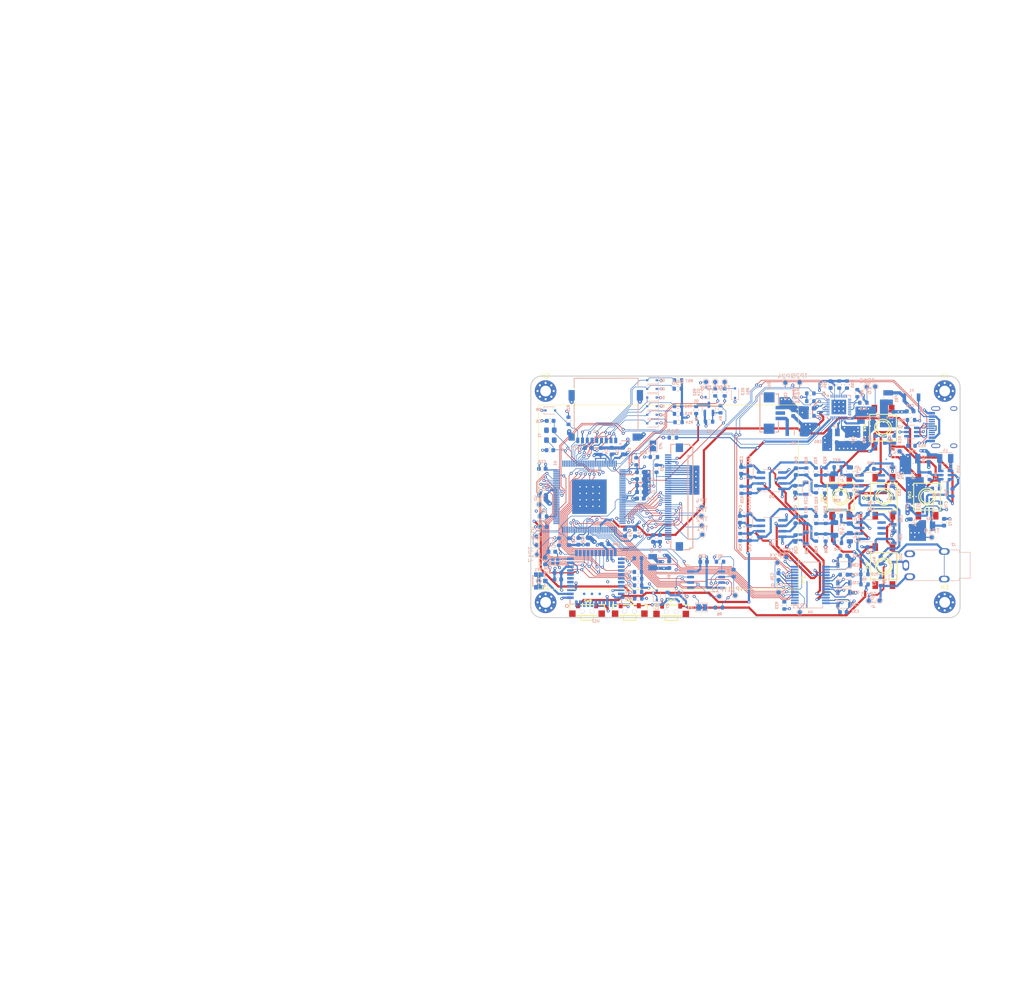
<source format=kicad_pcb>
(kicad_pcb (version 20211014) (generator pcbnew)
  (layers (0 "F.Cu" signal) (1 "In1.Cu" signal "Power") (2 "In2.Cu" signal "GND") (31 "B.Cu" signal) (34 "B.Paste" user) (35 "F.Paste" user) (36 "B.SilkS" user "B.Silkscreen") (37 "F.SilkS" user "F.Silkscreen") (38 "B.Mask" user) (39 "F.Mask" user) (44 "Edge.Cuts" user))
  (net 0 "")
  (net 1 "+3V3")
  (net 2 "GND")
  (net 3 "+1V8A")
  (net 4 "Net-(C5-Pad2)")
  (net 5 "Net-(C6-Pad2)")
  (net 6 "Net-(D13-Pad2)")
  (net 7 "VBUS")
  (net 8 "Net-(C25-Pad1)")
  (net 9 "+5VA")
  (net 10 "-5VA")
  (net 11 "Net-(C31-Pad2)")
  (net 12 "Net-(C61-Pad1)")
  (net 13 "Net-(R53-Pad1)")
  (net 14 "VCC")
  (net 15 "Net-(C71-Pad1)")
  (net 16 "Net-(C71-Pad2)")
  (net 17 "Net-(C72-Pad1)")
  (net 18 "Net-(C73-Pad1)")
  (net 19 "/SOC/SDC_D1")
  (net 20 "/SOC/SDC_D0")
  (net 21 "/SOC/SDC_CLK")
  (net 22 "/SOC/SDC_CMD")
  (net 23 "/SOC/SDC_D3")
  (net 24 "/SOC/SDC_D2")
  (net 25 "/SOC/SDC_PLUG")
  (net 26 "Net-(D9-Pad2)")
  (net 27 "Net-(D10-Pad2)")
  (net 28 "Net-(D11-Pad1)")
  (net 30 "Net-(D12-Pad1)")
  (net 31 "Net-(F1-Pad2)")
  (net 33 "Net-(L2-Pad1)")
  (net 34 "Net-(L3-Pad1)")
  (net 35 "Net-(L4-Pad2)")
  (net 42 "/SOC/LCD_CS")
  (net 43 "/SOC/LCD_RS")
  (net 44 "/SOC/LCD_WR")
  (net 45 "/SOC/LCD_RD")
  (net 47 "Net-(P2-PadA6)")
  (net 48 "/SOC/LCD_D3")
  (net 49 "/SOC/LCD_D4")
  (net 50 "/SOC/LCD_D5")
  (net 51 "/SOC/LCD_D6")
  (net 52 "/SOC/LCD_D7")
  (net 54 "/SOC/LCD_D10")
  (net 55 "/SOC/LCD_D11")
  (net 56 "/SOC/LCD_D12")
  (net 58 "/SOC/LCD_D14")
  (net 59 "/SOC/LCD_D15")
  (net 60 "/SOC/LCD_EN")
  (net 64 "Net-(P2-PadA7)")
  (net 68 "Net-(Q1-Pad1)")
  (net 69 "Net-(Q1-Pad3)")
  (net 70 "/SOC/LCD_PWM")
  (net 71 "/SOC/KEYS")
  (net 72 "Net-(JP1-Pad2)")
  (net 73 "/SOC/FLASH_SPI_CS")
  (net 74 "Net-(R7-Pad1)")
  (net 75 "/Power/RESET")
  (net 76 "Net-(R10-Pad1)")
  (net 77 "Net-(R10-Pad2)")
  (net 78 "Net-(R11-Pad2)")
  (net 79 "Net-(R12-Pad2)")
  (net 80 "/SOC/USB_DM")
  (net 81 "Net-(R19-Pad2)")
  (net 82 "/SOC/USB_DP")
  (net 83 "Net-(R20-Pad2)")
  (net 84 "Net-(R23-Pad2)")
  (net 85 "Net-(R24-Pad1)")
  (net 86 "Net-(C41-Pad1)")
  (net 87 "Net-(C41-Pad2)")
  (net 88 "Net-(C42-Pad1)")
  (net 89 "Net-(C42-Pad2)")
  (net 90 "Net-(C43-Pad1)")
  (net 91 "Net-(C43-Pad2)")
  (net 92 "Net-(C44-Pad1)")
  (net 93 "Net-(C44-Pad2)")
  (net 94 "Net-(C48-Pad2)")
  (net 95 "Net-(C48-Pad1)")
  (net 96 "Net-(C47-Pad2)")
  (net 97 "Net-(C47-Pad1)")
  (net 98 "Net-(C49-Pad2)")
  (net 99 "Net-(C51-Pad2)")
  (net 100 "Net-(C49-Pad1)")
  (net 101 "Net-(C50-Pad2)")
  (net 102 "Net-(C51-Pad1)")
  (net 103 "Net-(C52-Pad2)")
  (net 104 "/NewDAC/I2C_SCL")
  (net 105 "Net-(R44-Pad2)")
  (net 106 "/NewDAC/I2C_SDIN")
  (net 107 "/Power/AUDIO_PWR_EN")
  (net 108 "Net-(R47-Pad1)")
  (net 109 "Net-(R49-Pad1)")
  (net 110 "Net-(R50-Pad1)")
  (net 111 "DEBUG_UART_RX")
  (net 112 "DEBUG_UART_TX")
  (net 113 "/SOC/FLASH_SPI_MOSI")
  (net 114 "/NewDAC/I2S_MCLK")
  (net 116 "/SOC/FLASH_SPI_HOLD")
  (net 117 "/SOC/FLASH_SPI_WP")
  (net 118 "/SOC/FLASH_SPI_CLK")
  (net 132 "Net-(D14-Pad2)")
  (net 135 "/SOC/HP_PLUG")
  (net 165 "/NewDAC/I2S_LRCK")
  (net 166 "/NewDAC/I2S_BCLK")
  (net 168 "/NewDAC/I2S_DIN")
  (net 173 "Net-(C63-Pad2)")
  (net 176 "Net-(R54-Pad2)")
  (net 191 "/Power/IRQ")
  (net 192 "+1V8B")
  (net 193 "+0V9")
  (net 194 "/SOC/FLASH_SPI_MISO")
  (net 196 "/Power/PWR_KEY")
  (net 200 "Net-(R55-Pad2)")
  (net 202 "Net-(C76-Pad2)")
  (net 208 "Net-(C60-Pad1)")
  (net 231 "/SOC/WIFI_SDIO_CMD")
  (net 232 "/SOC/WIFI_SDIO_D0")
  (net 233 "/SOC/WIFI_SDIO_CLK")
  (net 234 "/SOC/WIFI_SDIO_D1")
  (net 235 "/SOC/WIFI_SDIO_D2")
  (net 236 "/SOC/WIFI_SDIO_D3")
  (net 237 "unconnected-(SW1-Pad4)")
  (net 238 "unconnected-(SW3-Pad4)")
  (net 239 "Net-(L1-Pad1)")
  (net 240 "Net-(P1-Pad38)")
  (net 241 "Net-(R13-Pad2)")
  (net 242 "Net-(R63-Pad1)")
  (net 243 "/SOC/WIFI_REG_ON")
  (net 244 "Net-(C77-Pad2)")
  (net 245 "Net-(RF1-Pad1)")
  (footprint "rlib_buttons:GT-TC054A-H035-L1" (layer "F.Cu") (at 109 97.4725 180)
    (fp_text reference "SW7")
    (fp_text value "GT-TC054A-H035-L1" hide)
  )
  (footprint "rlib_buttons:K2-1156SP-F5SW-05" (layer "F.Cu") (at 148.3 71.2 90)
    (fp_text reference "SW1")
    (fp_text value "K2-1156SP-F5SW-05" hide)
  )
  (footprint "rlib_buttons:GT-TC054A-H035-L1" (layer "F.Cu") (at 99.4 97.4 180)
    (fp_text reference "SW6")
    (fp_text value "GT-TC054A-H035-L1" hide)
  )
  (footprint "rlib_misc:MountingHole_2.5mm_Pad_Via" (layer "F.Cu") (at 172.4 46.7)
    (fp_text reference "H4")
    (fp_text value "MountingHole" hide)
  )
  (footprint "rlib_misc:MountingHole_2.5mm_Pad_Via" (layer "F.Cu") (at 79.9 46.7)
    (fp_text reference "H2")
    (fp_text value "MountingHole" hide)
  )
  (footprint "rlib_lcd:WF24LTYAJDNN0" (layer "F.Cu") (at 138.49 92.645 90)
    (fp_text reference "P1")
    (fp_text value "WF24LTYAJDNN0#" hide)
  )
  (footprint "rlib_misc:MountingHole_2.5mm_Pad_Via" (layer "F.Cu") (at 79.9 95.7)
    (fp_text reference "H1")
    (fp_text value "MountingHole" hide)
  )
  (footprint "rlib_buttons:K2-1156SP-F5SW-05" (layer "F.Cu") (at 158.3 87.3 90)
    (fp_text reference "SW3")
    (fp_text value "K2-1156SP-F5SW-05" hide)
  )
  (footprint "rlib_buttons:K2-1156SP-F5SW-05" (layer "F.Cu") (at 168.3 71.2 90)
    (fp_text reference "SW2")
    (fp_text value "K2-1156SP-F5SW-05" hide)
  )
  (footprint "rlib_buttons:GT-TC054A-H035-L1" (layer "F.Cu") (at 89.5 97.4 180)
    (fp_text reference "SW8")
    (fp_text value "GT-TC054A-H035-L1" hide)
  )
  (footprint "rlib_misc:MountingHole_2.5mm_Pad_Via" (layer "F.Cu") (at 172.4 95.7)
    (fp_text reference "H3")
    (fp_text value "MountingHole" hide)
  )
  (footprint "rlib_buttons:K2-1156SP-F5SW-05" (layer "F.Cu") (at 158.1 55.2 90)
    (fp_text reference "SW4")
    (fp_text value "K2-1156SP-F5SW-05" hide)
  )
  (footprint "rlib_buttons:K2-1156SP-F5SW-05" (layer "F.Cu") (at 158.3 71.2 90)
    (fp_text reference "SW5")
    (fp_text value "K2-1156SP-F5SW-05" hide)
  )
  (footprint "rlib_passive:C_0603_1608Metric" (layer "B.Cu") (at 98.321747 79.573555 90)
    (fp_text reference "C18")
    (fp_text value "100n" hide)
  )
  (footprint "rlib_misc:TestPoint_Pad_D1.0mm" (layer "B.Cu") (at 77.961747 84.613555 -90)
    (fp_text reference "TP17")
    (fp_text value "TestPoint" hide)
  )
  (footprint "rlib_passive:R_0603_1608Metric" (layer "B.Cu") (at 147.51 70.51)
    (fp_text reference "R38")
    (fp_text value "180" hide)
  )
  (footprint "rlib_passive:C_0603_1608Metric" (layer "B.Cu") (at 155.3827 71.653938)
    (fp_text reference "C35")
    (fp_text value "100n" hide)
  )
  (footprint "rlib_passive:R_0603_1608Metric" (layer "B.Cu") (at 160.7227 57.963938 90)
    (fp_text reference "R13")
    (fp_text value "10k" hide)
  )
  (footprint "rlib_passive:INDC2016X100N" (layer "B.Cu") (at 152.985 52.88 90)
    (fp_text reference "L2")
    (fp_text value "1u" hide)
  )
  (footprint "rlib_passive:D_SOD-323F" (layer "B.Cu") (at 104.55 52.2 180)
    (fp_text reference "D6")
    (fp_text value "PESD3V3L1BA" hide)
  )
  (footprint "rlib_passive:C_0603_1608Metric" (layer "B.Cu") (at 101.87 70.12)
    (fp_text reference "C14")
    (fp_text value "100n" hide)
  )
  (footprint "rlib_passive:C_0603_1608Metric" (layer "B.Cu") (at 101.87 67.12)
    (fp_text reference "C12")
    (fp_text value "10u" hide)
  )
  (footprint "rlib_passive:C_0603_1608Metric" (layer "B.Cu") (at 79.19 70.85 180)
    (fp_text reference "C17")
    (fp_text value "100n" hide)
  )
  (footprint "rlib_misc:TestPoint_Pad_D1.0mm" (layer "B.Cu") (at 154.8 95.353938 180)
    (fp_text reference "TP13")
    (fp_text value "TestPoint" hide)
  )
  (footprint "rlib_passive:R_0603_1608Metric" (layer "B.Cu") (at 101.301747 88.653555 180)
    (fp_text reference "R62")
    (fp_text value "10k" hide)
  )
  (footprint "rlib_passive:R_0603_1608Metric" (layer "B.Cu") (at 147.6 64.35)
    (fp_text reference "R37")
    (fp_text value "180" hide)
  )
  (footprint "rlib_passive:C_1206_3216Metric" (layer "B.Cu") (at 146.82 78.67 90)
    (fp_text reference "C48")
    (fp_text value "27n")
  )
  (footprint "rlib_misc:TestPoint_Pad_D1.0mm" (layer "B.Cu") (at 133.6204 86.492876 180)
    (fp_text reference "TP23")
    (fp_text value "TestPoint" hide)
  )
  (footprint "rlib_passive:R_0603_1608Metric" (layer "B.Cu") (at 164.6 53.4 180)
    (fp_text reference "R20")
    (fp_text value "27" hide)
  )
  (footprint "rlib_passive:INDC2520X120N" (layer "B.Cu") (at 165.0527 62.383938 180)
    (fp_text reference "FB3")
    (fp_text value "FerriteBead" hide)
  )
  (footprint "rlib_passive:D_SOD-323F" (layer "B.Cu") (at 160.35 90.8 -90)
    (fp_text reference "D9")
    (fp_text value "PESD3V3L1BA" hide)
  )
  (footprint "rlib_passive:T491A106K010AT" (layer "B.Cu") (at 159.5 67.375 90)
    (fp_text reference "C54")
    (fp_text value "10u" hide)
  )
  (footprint "rlib_passive:R_0603_1608Metric" (layer "B.Cu") (at 144.79 65.35 90)
    (fp_text reference "R33")
    (fp_text value "200" hide)
  )
  (footprint "rlib_misc:TestPoint_Pad_D1.0mm" (layer "B.Cu") (at 135.6804 85.242876 180)
    (fp_text reference "TP22")
    (fp_text value "TestPoint" hide)
  )
  (footprint "rlib_passive:C_0805_2012Metric" (layer "B.Cu") (at 150.4 80.6 90)
    (fp_text reference "C52")
    (fp_text value "8n2")
  )
  (footprint "rlib_passive:R_0603_1608Metric" (layer "B.Cu") (at 158.5327 57.933938 -90)
    (fp_text reference "R12")
    (fp_text value "10k" hide)
  )
  (footprint "rlib_misc:TestPoint_Pad_D1.0mm" (layer "B.Cu") (at 121.4 44.6)
    (fp_text reference "TP9")
    (fp_text value "TestPoint" hide)
  )
  (footprint "rlib_passive:T491A106K010AT" (layer "B.Cu") (at 147.4077 90.378938)
    (fp_text reference "C31")
    (fp_text value "10u" hide)
  )
  (footprint "rlib_passive:R_0603_1608Metric" (layer "B.Cu") (at 110.53 46.15 180)
    (fp_text reference "R56")
    (fp_text value "10k")
  )
  (footprint "rlib_passive:R_0603_1608Metric" (layer "B.Cu") (at 141.26 49.05 180)
    (fp_text reference "R43")
    (fp_text value "4.7k" hide)
  )
  (footprint "rlib_passive:C_0603_1608Metric" (layer "B.Cu") (at 101.87 68.62)
    (fp_text reference "C13")
    (fp_text value "1u" hide)
  )
  (footprint "rlib_passive:C_0603_1608Metric" (layer "B.Cu") (at 137.7827 80.903938 90)
    (fp_text reference "C20")
    (fp_text value "100n" hide)
  )
  (footprint "rlib_connectors:IPEX-SMD_BWIPX-1-001E" (layer "B.Cu") (at 79.081747 90.733555 180)
    (fp_text reference "RF1")
    (fp_text value "BWIPX-1-001E" hide)
  )
  (footprint "rlib_passive:C_0603_1608Metric" (layer "B.Cu") (at 82.761747 88.833555 180)
    (fp_text reference "C56")
    (fp_text value "10u" hide)
  )
  (footprint "rlib_passive:R_0603_1608Metric" (layer "B.Cu") (at 142.6 80.675 90)
    (fp_text reference "R30")
    (fp_text value "220" hide)
  )
  (footprint "rlib_passive:T491A106K010AT" (layer "B.Cu") (at 141 67.675 -90)
    (fp_text reference "C29")
    (fp_text value "10u" hide)
  )
  (footprint "rlib_passive:T491A106K010AT" (layer "B.Cu") (at 159.5 71.775 90)
    (fp_text reference "C53")
    (fp_text value "10u" hide)
  )
  (footprint "rlib_misc:TestPoint_Pad_D1.0mm" (layer "B.Cu") (at 116.22 80 180)
    (fp_text reference "TP1")
    (fp_text value "TestPoint" hide)
  )
  (footprint "rlib_misc:TestPoint_Pad_D1.0mm" (layer "B.Cu") (at 120.131747 94.288555 180)
    (fp_text reference "TP12")
    (fp_text value "TestPoint" hide)
  )
  (footprint "Jumper:SolderJumper-2_P1.3mm_Open_TrianglePad1.0x1.5mm" (layer "B.Cu") (at 104.78 59.42 90)
    (fp_text reference "JP2")
    (fp_text value "Jumper_2_Open" hide)
  )
  (footprint "rlib_passive:R_0603_1608Metric" (layer "B.Cu") (at 141.26 47.25 180)
    (fp_text reference "R45")
    (fp_text value "4.7k" hide)
  )
  (footprint "rlib_misc:TestPoint_Pad_D1.0mm" (layer "B.Cu") (at 154.3327 45.763938 180)
    (fp_text reference "TP15")
    (fp_text value "TestPoint" hide)
  )
  (footprint "rlib_passive:R_0603_1608Metric" (layer "B.Cu") (at 135.2304 96.412876 90)
    (fp_text reference "R23")
    (fp_text value "10k" hide)
  )
  (footprint "rlib_passive:R_0603_1608Metric" (layer "B.Cu") (at 144.8 80.675 90)
    (fp_text reference "R36")
    (fp_text value "200" hide)
  )
  (footprint "rlib_passive:R_0603_1608Metric" (layer "B.Cu") (at 123.471747 88.938555 90)
    (fp_text reference "R21")
    (fp_text value "10k" hide)
  )
  (footprint "rlib_passive:C_0603_1608Metric" (layer "B.Cu") (at 104.821747 80.873555 -90)
    (fp_text reference "C2")
    (fp_text value "100n" hide)
  )
  (footprint "rlib_passive:C_0805_2012Metric" (layer "B.Cu") (at 150.42 65.36 90)
    (fp_text reference "C49")
    (fp_text value "8n2")
  )
  (footprint "rlib_passive:C_0603_1608Metric" (layer "B.Cu") (at 92.6527 60.683938 90)
    (fp_text reference "C4")
    (fp_text value "10u" hide)
  )
  (footprint "Package_TO_SOT_SMD:SOT-23-6" (layer "B.Cu") (at 164.8 56.2)
    (fp_text reference "U2")
    (fp_text value "USBLC6-2SC6" hide)
  )
  (footprint "rlib_passive:C_0603_1608Metric" (layer "B.Cu") (at 89.681747 81.503555 -90)
    (fp_text reference "C19")
    (fp_text value "100n" hide)
  )
  (footprint "rlib_misc:TestPoint_Pad_D1.0mm" (layer "B.Cu") (at 161.9327 60.663938 -90)
    (fp_text reference "TP20")
    (fp_text value "TestPoint" hide)
  )
  (footprint "rlib_passive:C_1206_3216Metric" (layer "B.Cu") (at 146.795 67.375 90)
    (fp_text reference "C47")
    (fp_text value "27n")
  )
  (footprint "rlib_passive:D_SOD-323F" (layer "B.Cu") (at 104.55 48.2 180)
    (fp_text reference "D4")
    (fp_text value "PESD3V3L1BA" hide)
  )
  (footprint "rlib_passive:R_0603_1608Metric" (layer "B.Cu") (at 105.59 64.7 90)
    (fp_text reference "R3")
    (fp_text value "10k" hide)
  )
  (footprint "rlib_ic:SOIC-8_5.23x5.23mm_P1.27mm" (layer "B.Cu") (at 117.101747 90.468555 180)
    (fp_text reference "U3")
    (fp_text value "MX25L25645GM2I-08G" hide)
  )
  (footprint "rlib_ic:SOIC-8_3.9x4.9mm_P1.27mm" (layer "B.Cu") (at 155.3 79.1)
    (fp_text reference "U8")
    (fp_text value "OPA1656" hide)
  )
  (footprint "rlib_passive:C_0603_1608Metric" (layer "B.Cu") (at 137.3 51.7 90)
    (fp_text reference "C61")
    (fp_text value "1u" hide)
  )
  (footprint "rlib_misc:TestPoint_Pad_D1.0mm" (layer "B.Cu") (at 157.3 95.3 -90)
    (fp_text reference "TP14")
    (fp_text value "TestPoint" hide)
  )
  (footprint "rlib_passive:C_0603_1608Metric" (layer "B.Cu") (at 82.731747 90.403555 180)
    (fp_text reference "C59")
    (fp_text value "10u" hide)
  )
  (footprint "rlib_passive:T491A106K010AT" (layer "B.Cu") (at 126.4 66.975 90)
    (fp_text reference "C30")
    (fp_text value "10u" hide)
  )
  (footprint "rlib_passive:R_0603_1608Metric" (layer "B.Cu") (at 101.341747 91.763555 180)
    (fp_text reference "R58")
    (fp_text value "10k" hide)
  )
  (footprint "rlib_misc:TestPoint_Pad_D1.0mm" (layer "B.Cu") (at 116.0327 75.723938 180)
    (fp_text reference "TP3")
    (fp_text value "TestPoint" hide)
  )
  (footprint "rlib_passive:D_SOD-323F" (layer "B.Cu") (at 104.55 44.2 180)
    (fp_text reference "D2")
    (fp_text value "PESD3V3L1BA" hide)
  )
  (footprint "rlib_passive:C_0603_1608Metric" (layer "B.Cu") (at 164.9527 73.363938 90)
    (fp_text reference "C70")
    (fp_text value "10u" hide)
  )
  (footprint "rlib_misc:TestPoint_Pad_D1.0mm" (layer "B.Cu") (at 117.08 44.6)
    (fp_text reference "TP8")
    (fp_text value "TestPoint" hide)
  )
  (footprint "rlib_passive:C_0603_1608Metric" (layer "B.Cu") (at 152.405 57.87 -90)
    (fp_text reference "C68")
    (fp_text value "10u" hide)
  )
  (footprint "rlib_passive:R_0603_1608Metric" (layer "B.Cu") (at 117.7825 53.8 180)
    (fp_text reference "R2")
    (fp_text value "10k" hide)
  )
  (footprint "rlib_passive:CRYSTAL-SMD_4P-L1.6-W1.2-BL" (layer "B.Cu") (at 82.131747 86.193555)
    (fp_text reference "Y2")
    (fp_text value "26МHz" hide)
  )
  (footprint "rlib_passive:R_0603_1608Metric" (layer "B.Cu") (at 156.4227 57.943938 90)
    (fp_text reference "R11")
    (fp_text value "10k" hide)
  )
  (footprint "rlib_passive:IND_LQH32PN4R7NN0L" (layer "B.Cu") (at 104.711747 86.383555 -90)
    (fp_text reference "L1")
    (fp_text value "4.7u" hide)
  )
  (footprint "rlib_misc:TestPoint_Pad_D1.0mm" (layer "B.Cu") (at 169.3827 80.623938 180)
    (fp_text reference "TP19")
    (fp_text value "TestPoint" hide)
  )
  (footprint "rlib_passive:R_0603_1608Metric" (layer "B.Cu") (at 144.625 69.54 90)
    (fp_text reference "R34")
    (fp_text value "200" hide)
  )
  (footprint "rlib_passive:INDC2520X120N" (layer "B.Cu") (at 168.4827 78.073938 180)
    (fp_text reference "FB2")
    (fp_text value "FerriteBead" hide)
  )
  (footprint "rlib_passive:C_0603_1608Metric" (layer "B.Cu") (at 124.9327 76.453938 -90)
    (fp_text reference "C34")
    (fp_text value "100n" hide)
  )
  (footprint "rlib_passive:C_0603_1608Metric" (layer "B.Cu") (at 80.96 53.61)
    (fp_text reference "C6")
    (fp_text value "18p" hide)
  )
  (footprint "rlib_passive:R_0603_1608Metric" (layer "B.Cu") (at 108.161747 94.208555 -90)
    (fp_text reference "R7")
    (fp_text value "10k" hide)
  )
  (footprint "rlib_passive:R_0603_1608Metric" (layer "B.Cu") (at 85.2 53.6 90)
    (fp_text reference "R22")
    (fp_text value "10k" hide)
  )
  (footprint "rlib_passive:C_0603_1608Metric" (layer "B.Cu") (at 101.87 71.62)
    (fp_text reference "C15")
    (fp_text value "100n" hide)
  )
  (footprint "rlib_passive:R_0603_1608Metric" (layer "B.Cu") (at 120.321747 86.278555 180)
    (fp_text reference "R17")
    (fp_text value "10k" hide)
  )
  (footprint "rlib_passive:C_0603_1608Metric" (layer "B.Cu") (at 155.3327 75.253938)
    (fp_text reference "C55")
    (fp_text value "100n" hide)
  )
  (footprint "rlib_passive:R_0603_1608Metric" (layer "B.Cu") (at 153.8127 91.533938 180)
    (fp_text reference "R9")
    (fp_text value "10k" hide)
  )
  (footprint "rlib_passive:R_0603_1608Metric" (layer "B.Cu") (at 101.341747 90.203555 180)
    (fp_text reference "R60")
    (fp_text value "10k" hide)
  )
  (footprint "rlib_passive:T491A106K010AT" (layer "B.Cu") (at 159.8 77.9 90)
    (fp_text reference "C58")
    (fp_text value "10u" hide)
  )
  (footprint "rlib_passive:C_0603_1608Metric" (layer "B.Cu") (at 79.13 64.73 180)
    (fp_text reference "C10")
    (fp_text value "100n" hide)
  )
  (footprint "rlib_passive:R_0603_1608Metric" (layer "B.Cu") (at 120.4325 50.92 90)
    (fp_text reference "R4")
    (fp_text value "100" hide)
  )
  (footprint "rlib_passive:R_0603_1608Metric" (layer "B.Cu") (at 110.6 52 180)
    (fp_text reference "R15")
    (fp_text value "10k" hide)
  )
  (footprint "rlib_passive:C_0805_2012Metric" (layer "B.Cu") (at 150.4 76.475 90)
    (fp_text reference "C51")
    (fp_text value "8n2")
  )
  (footprint "rlib_passive:C_0603_1608Metric" (layer "B.Cu") (at 81.351747 83.953555)
    (fp_text reference "C77")
    (fp_text value "18p" hide)
  )
  (footprint "rlib_passive:R_0603_1608Metric" (layer "B.Cu") (at 142.6 69.475 90)
    (fp_text reference "R32")
    (fp_text value "220" hide)
  )
  (footprint "rlib_passive:R_0603_1608Metric" (layer "B.Cu") (at 120.071747 96.908555)
    (fp_text reference "R6")
    (fp_text value "100" hide)
  )
  (footprint "rlib_passive:R_0603_1608Metric" (layer "B.Cu") (at 149.75 45.2 -90)
    (fp_text reference "R55")
    (fp_text value "0" hide)
  )
  (footprint "rlib_passive:C_0603_1608Metric" (layer "B.Cu") (at 164.4 51.4 180)
    (fp_text reference "C25")
    (fp_text value "100n" hide)
  )
  (footprint "rlib_passive:R_0603_1608Metric" (layer "B.Cu") (at 101.291747 85.473555 180)
    (fp_text reference "R65")
    (fp_text value "10k" hide)
  )
  (footprint "rlib_misc:TestPoint_Pad_D1.0mm" (layer "B.Cu") (at 123.831747 94.088555 180)
    (fp_text reference "TP11")
    (fp_text value "TestPoint" hide)
  )
  (footprint "rlib_passive:R_0603_1608Metric" (layer "B.Cu") (at 147.95 45.2 -90)
    (fp_text reference "R54")
    (fp_text value "0" hide)
  )
  (footprint "rlib_passive:D_SOD-323F" (layer "B.Cu") (at 110.78 94.39 -90)
    (fp_text reference "D1")
    (fp_text value "PESD3V3L1BA" hide)
  )
  (footprint "rlib_passive:C_0603_1608Metric" (layer "B.Cu") (at 95.2027 60.633938 90)
    (fp_text reference "C8")
    (fp_text value "10u" hide)
  )
  (footprint "rlib_passive:R_0603_1608Metric" (layer "B.Cu") (at 153.55 49.4)
    (fp_text reference "R49")
    (fp_text value "0" hide)
  )
  (footprint "Jumper:SolderJumper-2_P1.3mm_Open_TrianglePad1.0x1.5mm" (layer "B.Cu") (at 116.061747 96.878555)
    (fp_text reference "JP1")
    (fp_text value "Jumper_2_Open" hide)
  )
  (footprint "rlib_passive:R_0603_1608Metric" (layer "B.Cu") (at 119.2 47 -90)
    (fp_text reference "R52")
    (fp_text value "27" hide)
  )
  (footprint "rlib_passive:R_0603_1608Metric" (layer "B.Cu") (at 105 62 180)
    (fp_text reference "R53")
    (fp_text value "10k" hide)
  )
  (footprint "rlib_connectors:PJ-322" (layer "B.Cu") (at 175.795 87.1 180)
    (fp_text reference "J2")
    (fp_text value "PJ-322" hide)
  )
  (footprint "rlib_passive:R_0603_1608Metric" (layer "B.Cu") (at 110.72 53.93 180)
    (fp_text reference "R14")
    (fp_text value "10k" hide)
  )
  (footprint "rlib_passive:FUSC3216X85N" (layer "B.Cu") (at 137.55 56.2)
    (fp_text reference "F2")
    (fp_text value "500mA" hide)
  )
  (footprint "rlib_passive:R_0603_1608Metric" (layer "B.Cu") (at 142.545 65.375 -90)
    (fp_text reference "R31")
    (fp_text value "220" hide)
  )
  (footprint "rlib_passive:T491A106K010AT" (layer "B.Cu") (at 147.4077 95.478938)
    (fp_text reference "C38")
    (fp_text value "10u" hide)
  )
  (footprint "rlib_passive:C_0603_1608Metric" (layer "B.Cu") (at 101.86 65.52)
    (fp_text reference "C11")
    (fp_text value "100n" hide)
  )
  (footprint "rlib_misc:TestPoint_Pad_D1.0mm" (layer "B.Cu") (at 138.771747 44.693555 180)
    (fp_text reference "TP25")
    (fp_text value "TestPoint" hide)
  )
  (footprint "rlib_passive:R_0603_1608Metric" (layer "B.Cu") (at 153.78 89.19)
    (fp_text reference "R10")
    (fp_text value "10k" hide)
  )
  (footprint "rlib_passive:R_0603_1608Metric" (layer "B.Cu") (at 114.7925 51.0975 90)
    (fp_text reference "R1")
    (fp_text value "5.1" hide)
  )
  (footprint "rlib_passive:C_0603_1608Metric" (layer "B.Cu") (at 155.8 52.8 -90)
    (fp_text reference "C64")
    (fp_text value "22u" hide)
  )
  (footprint "rlib_misc:TestPoint_Pad_D1.0mm" (layer "B.Cu") (at 116.09 77.89 180)
    (fp_text reference "TP2")
    (fp_text value "TestPoint" hide)
  )
  (footprint "rlib_passive:C_0603_1608Metric" (layer "B.Cu") (at 137.895 65.375 -90)
    (fp_text reference "C44")
    (fp_text value "2.2n" hide)
  )
  (footprint "rlib_passive:C_0603_1608Metric" (layer "B.Cu") (at 89.7927 59.893938 180)
    (fp_text reference "C27")
    (fp_text value "100n" hide)
  )
  (footprint "rlib_passive:C_0603_1608Metric" (layer "B.Cu") (at 93.671747 82.21 180)
    (fp_text reference "C66")
    (fp_text value "100n" hide)
  )
  (footprint "rlib_passive:C_0603_1608Metric" (layer "B.Cu") (at 108.55 86.96 90)
    (fp_text reference "C60")
    (fp_text value "10u" hide)
  )
  (footprint "rlib_passive:C_0603_1608Metric" (layer "B.Cu") (at 127.2 80.575 -90)
    (fp_text reference "C42")
    (fp_text value "2.2n" hide)
  )
  (footprint "rlib_passive:T491A106K010AT" (layer "B.Cu") (at 147.4077 86.278938)
    (fp_text reference "C36")
    (fp_text value "10u" hide)
  )
  (footprint "rlib_ic:LQFP-128_14x14mm_P0.4mm" (layer "B.Cu") (at 90.06 71.2 -90)
    (fp_text reference "U1")
    (fp_text value "F133" hide)
  )
  (footprint "rlib_connectors:HRO-TYPE-C-31-M-12" (layer "B.Cu") (at 177.105 55.07 -90)
    (fp_text reference "P2")
    (fp_text value "USB-TYPE-C-018" hide)
  )
  (footprint "rlib_passive:C_0603_1608Metric" (layer "B.Cu") (at 97.8327 60.593938 90)
    (fp_text reference "C9")
    (fp_text value "2.2u" hide)
  )
  (footprint "rlib_passive:R_0603_1608Metric" (layer "B.Cu") (at 101.371747 94.833555)
    (fp_text reference "R63")
    (fp_text value "10k" hide)
  )
  (footprint "rlib_ic:SOIC-8_3.9x4.9mm_P1.27mm" (layer "B.Cu") (at 155.155 68.14)
    (fp_text reference "U7")
    (fp_text value "OPA1656" hide)
  )
  (footprint "rlib_passive:C_0603_1608Metric" (layer "B.Cu") (at 79.35 78.2 180)
    (fp_text reference "C3")
    (fp_text value "100n" hide)
  )
  (footprint "rlib_misc:TestPoint_Pad_D1.0mm" (layer "B.Cu") (at 77.781747 80.433555 180)
    (fp_text reference "TP5")
    (fp_text value "TestPoint" hide)
  )
  (footprint "rlib_misc:TestPoint_Pad_D1.0mm" (layer "B.Cu") (at 119.2 44.6)
    (fp_text reference "TP10")
    (fp_text value "TestPoint" hide)
  )
  (footprint "rlib_passive:R_0603_1608Metric" (layer "B.Cu") (at 170.3627 69.313938)
    (fp_text reference "R48")
    (fp_text value "11k" hide)
  )
  (footprint "rlib_passive:R_0603_1608Metric" (layer "B.Cu") (at 152.15 47.2 90)
    (fp_text reference "R50")
    (fp_text value "0" hide)
  )
  (footprint "rlib_passive:C_0603_1608Metric" (layer "B.Cu") (at 116.521747 86.308555 180)
    (fp_text reference "C26")
    (fp_text value "100n" hide)
  )
  (footprint "rlib_passive:D_SOD-323F" (layer "B.Cu") (at 160.35 85.2 90)
    (fp_text reference "D10")
    (fp_text value "PESD3V3L1BA" hide)
  )
  (footprint "rlib_passive:C_0603_1608Metric" (layer "B.Cu") (at 149.735 57.9 -90)
    (fp_text reference "C67")
    (fp_text value "10u" hide)
  )
  (footprint "rlib_passive:T491A106K010AT" (layer "B.Cu") (at 147.4077 92.578938)
    (fp_text reference "C37")
    (fp_text value "10u" hide)
  )
  (footprint "rlib_passive:C_0603_1608Metric" (layer "B.Cu") (at 141.26 50.75 180)
    (fp_text reference "C62")
    (fp_text value "10u" hide)
  )
  (footprint "rlib_passive:R_0603_1608Metric" (layer "B.Cu") (at 125 80.575 -90)
    (fp_text reference "R26")
    (fp_text value "820" hide)
  )
  (footprint "rlib_passive:R_0603_1608Metric" (layer "B.Cu") (at 157.55 86 -90)
    (fp_text reference "R41")
    (fp_text value "51" hide)
  )
  (footprint "rlib_passive:R_0603_1608Metric" (layer "B.Cu") (at 79.29 75.77)
    (fp_text reference "R5")
    (fp_text value "10k" hide)
  )
  (footprint "rlib_passive:C_0603_1608Metric" (layer "B.Cu") (at 146.6 58.6)
    (fp_text reference "C65")
    (fp_text value "22u" hide)
  )
  (footprint "rlib_passive:D_SOD-323F" (layer "B.Cu") (at 123.8 47.2 90)
    (fp_text reference "D13")
    (fp_text value "PESD3V3L1BA" hide)
  )
  (footprint "rlib_power:SOT-23-6" (layer "B.Cu") (at 168.3 73.3 90)
    (fp_text reference "U11")
    (fp_text value "SGM3204" hide)
  )
  (footprint "rlib_passive:R_0603_1608Metric" (layer "B.Cu") (at 141.26 52.45)
    (fp_text reference "R44")
    (fp_text value "10k" hide)
  )
  (footprint "rlib_passive:C_0603_1608Metric" (layer "B.Cu") (at 155.2327 64.753938)
    (fp_text reference "C45")
    (fp_text value "100n" hide)
  )
  (footprint "rlib_passive:R_0603_1608Metric" (layer "B.Cu") (at 101.341747 93.323555 180)
    (fp_text reference "R59")
    (fp_text value "10k" hide)
  )
  (footprint "rlib_passive:D_SOD-323F" (layer "B.Cu") (at 81 51.2)
    (fp_text reference "D8")
    (fp_text value "PESD3V3L1BA" hide)
  )
  (footprint "rlib_passive:D_SOD-323F" (layer "B.Cu") (at 104.55 54.2 180)
    (fp_text reference "D7")
    (fp_text value "PESD3V3L1BA" hide)
  )
  (footprint "rlib_passive:R_0603_1608Metric" (layer "B.Cu") (at 140.2 76.575 -90)
    (fp_text reference "R27")
    (fp_text value "820" hide)
  )
  (footprint "rlib_passive:SOT-23" (layer "B.Cu") (at 117.7425 50.82 90)
    (fp_text reference "Q1")
    (fp_text value "2N7002K" hide)
  )
  (footprint "rlib_connectors:CONN-SMD_HC-1.25-3PWT" (layer "B.Cu") (at 133 51.8 90)
    (fp_text reference "D11")
    (fp_text value "HCTL HC-1.25-3PWT" hide)
  )
  (footprint "rlib_misc:TestPoint_Pad_D1.0mm" (layer "B.Cu") (at 116.06 73.63 180)
    (fp_text reference "TP4")
    (fp_text value "TestPoint" hide)
  )
  (footprint "rlib_passive:D_SOD-323F" (layer "B.Cu") (at 117 47 90)
    (fp_text reference "D14")
    (fp_text value "PESD3V3L1BA" hide)
  )
  (footprint "rlib_passive:C_0603_1608Metric" (layer "B.Cu") (at 87.491747 81.553555 -90)
    (fp_text reference "C23")
    (fp_text value "100n" hide)
  )
  (footprint "rlib_passive:R_0603_1608Metric" (layer "B.Cu") (at 147.6 75.61)
    (fp_text reference "R39")
    (fp_text value "180" hide)
  )
  (footprint "rlib_passive:R_0603_1608Metric" (layer "B.Cu") (at 168.9 66.4 90)
    (fp_text reference "R47")
    (fp_text value "100k" hide)
  )
  (footprint "rlib_passive:C_0603_1608Metric" (layer "B.Cu") (at 80.8927 60.413938)
    (fp_text reference "C5")
    (fp_text value "18p" hide)
  )
  (footprint "rlib_passive:R_0603_1608Metric" (layer "B.Cu") (at 109.39 57.5 180)
    (fp_text reference "R18")
    (fp_text value "0")
  )
  (footprint "rlib_passive:R_0603_1608Metric" (layer "B.Cu") (at 142.6 76.575 -90)
    (fp_text reference "R29")
    (fp_text value "220" hide)
  )
  (footprint "rlib_modules:QFN-44_L12.0-W12.0-P0.90-TL_AP6212" (layer "B.Cu") (at 91.541747 90.123555)
    (property "Reference" "U")
    (property "Value" "AP6212")
    (fp_text reference "U12")
    (fp_text value "AP6212" hide)
  )
  (footprint "rlib_passive:FUSC3216X85N" (layer "B.Cu") (at 164.69 48.17)
    (fp_text reference "F1")
    (fp_text value "500mA" hide)
  )
  (footprint "rlib_passive:R_0603_1608Metric" (layer "B.Cu") (at 164.7 59.4 180)
    (fp_text reference "R19")
    (fp_text value "27" hide)
  )
  (footprint "rlib_passive:R_0603_1608Metric" (layer "B.Cu") (at 140.345 65.375 -90)
    (fp_text reference "R28")
    (fp_text value "820" hide)
  )
  (footprint "rlib_misc:TestPoint_Pad_D1.0mm" (layer "B.Cu") (at 133.89 93.37 180)
    (fp_text reference "TP18")
    (fp_text value "TestPoint" hide)
  )
  (footprint "rlib_passive:C_0603_1608Metric" (layer "B.Cu") (at 125.2327 65.103938 -90)
    (fp_text reference "C16")
    (fp_text value "100n" hide)
  )
  (footprint "rlib_passive:R_0603_1608Metric" (layer "B.Cu") (at 121.4 47 90)
    (fp_text reference "R51")
    (fp_text value "27" hide)
  )
  (footprint "rlib_ic:SOIC-8_3.9x4.9mm_P1.27mm" (layer "B.Cu") (at 132.295 67.49)
    (fp_text reference "U5")
    (fp_text value "LM4562" hide)
  )
  (footprint "rlib_misc:TestPoint_Pad_D1.0mm" (layer "B.Cu") (at 138.8 97.99 180)
    (fp_text reference "TP21")
    (fp_text value "TestPoint" hide)
  )
  (footprint "rlib_misc:TestPoint_Pad_D1.0mm" (layer "B.Cu") (at 77.831747 82.423555 180)
    (fp_text reference "TP7")
    (fp_text value "TestPoint" hide)
  )
  (footprint "rlib_passive:C_0603_1608Metric" (layer "B.Cu") (at 155.3327 82.903938)
    (fp_text reference "C46")
    (fp_text value "100n" hide)
  )
  (footprint "rlib_passive:R_0603_1608Metric" (layer "B.Cu") (at 149.0077 89.278938)
    (fp_text reference "R24")
    (fp_text value "10k" hide)
  )
  (footprint "rlib_misc:TestPoint_Pad_D1.0mm" (layer "B.Cu") (at 156.2927 45.663938 -90)
    (fp_text reference "TP16")
    (fp_text value "TestPoint" hide)
  )
  (footprint "rlib_passive:INDC2520X120N" (layer "B.Cu") (at 159.2827 48.203938 90)
    (property "Reference" "FB1")
    (property "Value" "FerriteBead")
    (fp_text reference "FB1")
    (fp_text value "FerriteBead" hide)
  )
  (footprint "rlib_passive:12.88727" (layer "B.Cu") (at 81.015381 57.007041 -90)
    (fp_text reference "Y1")
    (fp_text value "12.88727" hide)
  )
  (footprint "rlib_passive:D_SOD-323F" (layer "B.Cu") (at 105.68 94.07 90)
    (fp_text reference "D12")
    (fp_text value "PESD3V3L1BA" hide)
  )
  (footprint "rlib_connectors:TF-01A" (layer "B.Cu") (at 93.9227 50.978938)
    (fp_text reference "J1")
    (fp_text value "TF01-A" hide)
  )
  (footprint "rlib_passive:R_0603_1608Metric" (layer "B.Cu") (at 100.91 63 -90)
    (fp_text reference "R8")
    (fp_text value "10k" hide)
  )
  (footprint "rlib_passive:C_0603_1608Metric" (layer "B.Cu") (at 148.8904 97.962876)
    (fp_text reference "C33")
    (fp_text value "100n" hide)
  )
  (footprint "rlib_passive:T491A106K010AT" (layer "B.Cu") (at 141.1 79.175 -90)
    (fp_text reference "C39")
    (fp_text value "10u" hide)
  )
  (footprint "rlib_passive:R_0603_1608Metric" (layer "B.Cu") (at 147.65 81.95)
    (fp_text reference "R40")
    (fp_text value "180" hide)
  )
  (footprint "rlib_passive:R_0603_1608Metric" (layer "B.Cu") (at 110.6 50.2 180)
    (fp_text reference "R16")
    (fp_text value "10k" hide)
  )
  (footprint "rlib_passive:C_0603_1608Metric" (layer "B.Cu") (at 164.5 77.2 90)
    (fp_text reference "C74")
    (fp_text value "10u" hide)
  )
  (footprint "rlib_ic:SOIC-8_3.9x4.9mm_P1.27mm" (layer "B.Cu") (at 132.3 78.575)
    (fp_text reference "U6")
    (fp_text value "LM4562" hide)
  )
  (footprint "rlib_passive:C_0603_1608Metric" (layer "B.Cu") (at 172.2527 77.123938 90)
    (fp_text reference "C72")
    (fp_text value "10u" hide)
  )
  (footprint "rlib_passive:C_0603_1608Metric" (layer "B.Cu") (at 79.791747 86.103555 -90)
    (fp_text reference "C76")
    (fp_text value "18p" hide)
  )
  (footprint "rlib_passive:C_0603_1608Metric" (layer "B.Cu") (at 163.81 66.3 -90)
    (fp_text reference "C75")
    (fp_text value "10u" hide)
  )
  (footprint "rlib_passive:C_0603_1608Metric" (layer "B.Cu") (at 85.301747 81.623555 -90)
    (fp_text reference "C22")
    (fp_text value "100n" hide)
  )
  (footprint "rlib_passive:C_0603_1608Metric" (layer "B.Cu") (at 133.8704 89.722876 -90)
    (fp_text reference "C28")
    (fp_text value "100n" hide)
  )
  (footprint "rlib_passive:R_0603_1608Metric" (layer "B.Cu") (at 125.285 69.61 -90)
    (fp_text reference "R25")
    (fp_text value "820" hide)
  )
  (footprint "rlib_passive:C_0603_1608Metric" (layer "B.Cu") (at 159.7027 51.473938)
    (fp_text reference "C24")
    (fp_text value "100n" hide)
  )
  (footprint "rlib_passive:C_0603_1608Metric" (layer "B.Cu") (at 168.7 62.3 -90)
    (fp_text reference "C69")
    (fp_text value "10u" hide)
  )
  (footprint "rlib_passive:C_0603_1608Metric" (layer "B.Cu") (at 137.7327 69.453938 90)
    (fp_text reference "C7")
    (fp_text value "100n" hide)
  )
  (footprint "rlib_power:QFN-40_L5.0-W5.0-P0.40-TL-EP3.4" (layer "B.Cu") (at 147.86 50.4 -90)
    (fp_text reference "U9")
    (fp_text value "AXP2101" hide)
  )
  (footprint "rlib_misc:TestPoint_Pad_D1.0mm" (layer "B.Cu") (at 78.4327 73.003938 180)
    (fp_text reference "TP6")
    (fp_text value "TestPoint" hide)
  )
  (footprint "rlib_ic:SSOP-28_5.3x10.2mm_P0.65mm" (layer "B.Cu") (at 141.2577 91.678938)
    (fp_text reference "U4")
    (fp_text value "PCM1795" hide)
  )
  (footprint "rlib_power:SOT-23-6" (layer "B.Cu") (at 172.61 66.1925 180)
    (fp_text reference "U10")
    (fp_text value "SGM6603-ADJYN6G" hide)
  )
  (footprint "rlib_passive:D_SOD-323F" (layer "B.Cu") (at 104.55 50.2 180)
    (fp_text reference "D5")
    (fp_text value "PESD3V3L1BA" hide)
  )
  (footprint "rlib_passive:C_0603_1608Metric" (layer "B.Cu") (at 137.8 76.575 -90)
    (fp_text reference "C43")
    (fp_text value "2.2n" hide)
  )
  (footprint "rlib_passive:C_0603_1608Metric" (layer "B.Cu") (at 166.5 66.3 -90)
    (fp_text reference "C73")
    (fp_text value "10u" hide)
  )
  (footprint "rlib_passive:R_0603_1608Metric" (layer "B.Cu") (at 157.55 91 -90)
    (fp_text reference "R42")
    (fp_text value "51" hide)
  )
  (footprint "rlib_passive:R_0603_1608Metric" (layer "B.Cu") (at 144.8 76.575 90)
    (fp_text reference "R35")
    (fp_text value "200" hide)
  )
  (footprint "rlib_passive:IND_LQH32PN4R7NN0L" (layer "B.Cu") (at 172.51 62.2925)
    (fp_text reference "L4")
    (fp_text value "4.7u" hide)
  )
  (footprint "rlib_passive:INDC2016X100N" (layer "B.Cu") (at 146.645 56.29 180)
    (fp_text reference "L3")
    (fp_text value "1u" hide)
  )
  (footprint "rlib_passive:C_0603_1608Metric" (layer "B.Cu") (at 106.401747 80.873555 -90)
    (fp_text reference "C1")
    (fp_text value "100n" hide)
  )
  (footprint "rlib_passive:T491A106K010AT" (layer "B.Cu") (at 126.3 78.175 90)
    (fp_text reference "C40")
    (fp_text value "10u" hide)
  )
  (footprint "rlib_passive:R_0603_1608Metric" (layer "B.Cu") (at 82.991747 81.65 90)
    (fp_text reference "R64")
    (fp_text value "10k" hide)
  )
  (footprint "rlib_passive:R_0603_1608Metric" (layer "B.Cu") (at 174.2027 70.243938 -90)
    (fp_text reference "R46")
    (fp_text value "10k" hide)
  )
  (footprint "rlib_passive:C_0603_1608Metric" (layer "B.Cu") (at 171.4 73.4 -90)
    (fp_text reference "C71")
    (fp_text value "3.3u" hide)
  )
  (footprint "rlib_passive:R_0603_1608Metric" (layer "B.Cu") (at 110.6 44.2 180)
    (fp_text reference "R57")
    (fp_text value "10k" hide)
  )
  (footprint "rlib_passive:D_SOD-323F" (layer "B.Cu") (at 104.55 46.2 180)
    (fp_text reference "D3")
    (fp_text value "PESD3V3L1BA" hide)
  )
  (footprint "rlib_misc:TestPoint_Pad_D1.0mm" (layer "B.Cu") (at 135.471747 44.763555 180)
    (fp_text reference "TP24")
    (fp_text value "TestPoint" hide)
  )
  (footprint "rlib_passive:C_0603_1608Metric" (layer "B.Cu") (at 127.245 69.61 -90)
    (fp_text reference "C41")
    (fp_text value "2.2n" hide)
  )
  (footprint "rlib_passive:C_0805_2012Metric" (layer "B.Cu") (at 150.335 69.68 90)
    (fp_text reference "C50")
    (fp_text value "8n2")
  )
  (footprint "rlib_passive:C_0603_1608Metric" (layer "B.Cu") (at 100.611747 79.603555 90)
    (fp_text reference "C21")
    (fp_text value "100n" hide)
  )
  (footprint "rlib_passive:C_0603_1608Metric" (layer "B.Cu") (at 145.95 45.2 -90)
    (fp_text reference "C63")
    (fp_text value "1u" hide)
  )
  (footprint "rlib_passive:T491A106K010AT" (layer "B.Cu") (at 159.8 82.2 90)
    (fp_text reference "C57")
    (fp_text value "10u" hide)
  )
  (footprint "rlib_passive:C_0603_1608Metric" (layer "B.Cu") (at 149.0077 84.878938)
    (fp_text reference "C32")
    (fp_text value "100n" hide)
  )
  (gr_line (start 158.77 62.51) (end 158.99 62.51) (layer "B.Cu") (width 0.2))
  (gr_line (start 140.48 90.83) (end 140.48 96.85) (layer "B.Cu") (width 0.2))
  (gr_arc (start 175.96 96.75) (mid 175.227753 98.517734) (end 173.46 99.25) (layer "Edge.Cuts") (width 0.25))
  (gr_arc (start 173.46 43.25) (mid 175.227777 43.982223) (end 175.96 45.75) (layer "Edge.Cuts") (width 0.25))
  (gr_arc (start 76.467767 45.732233) (mid 77.2 43.964466) (end 78.967767 43.232233) (layer "Edge.Cuts") (width 0.25))
  (gr_line (start 76.467767 45.732233) (end 76.467767 96.732233) (layer "Edge.Cuts") (width 0.25))
  (gr_line (start 78.967767 99.232233) (end 173.467767 99.232233) (layer "Edge.Cuts") (width 0.25))
  (gr_line (start 175.96 96.75) (end 175.96 45.75) (layer "Edge.Cuts") (width 0.25))
  (gr_line (start 173.467767 43.232233) (end 78.967767 43.232233) (layer "Edge.Cuts") (width 0.25))
  (gr_arc (start 78.967767 99.232233) (mid 77.2 98.5) (end 76.467767 96.732233) (layer "Edge.Cuts") (width 0.25))
  (via (at 133.961747 88.173555) (size 0.6858) (drill 0.3302) (layers "F.Cu" "B.Cu") (net 1))
  (via (at 107.0427 64.123938) (size 0.6858) (drill 0.3302) (layers "F.Cu" "B.Cu") (net 1))
  (via (at 94.30114 90.939455) (size 0.6858) (drill 0.3302) (layers "F.Cu" "B.Cu") (net 1))
  (via (at 84.8 51.4) (size 0.6858) (drill 0.3302) (layers "F.Cu" "B.Cu") (net 1))
  (via (at 154.7227 50.803938) (size 0.6858) (drill 0.3302) (layers "F.Cu" "B.Cu") (net 1))
  (via (at 83.641747 92.880055) (size 0.6858) (drill 0.3302) (layers "F.Cu" "B.Cu") (net 1))
  (via (at 152.55 50.8) (size 0.6858) (drill 0.3302) (layers "F.Cu" "B.Cu") (net 1))
  (via (at 103.721408 80.873216) (size 0.6858) (drill 0.3302) (layers "F.Cu" "B.Cu") (net 1))
  (via (at 139.2 48.1) (size 0.6858) (drill 0.3302) (layers "F.Cu" "B.Cu") (net 1))
  (via (at 102.8 64.2) (size 0.6858) (drill 0.3302) (layers "F.Cu" "B.Cu") (net 1))
  (via (at 112.94602 52.60398) (size 0.6858) (drill 0.3302) (layers "F.Cu" "B.Cu") (net 1))
  (via (at 94.19 81.42) (size 0.6858) (drill 0.3302) (layers "F.Cu" "B.Cu") (net 1))
  (via (at 91.78 60.5) (size 0.6858) (drill 0.3302) (layers "F.Cu" "B.Cu") (net 1))
  (via (at 96.371564 61.171564) (size 0.6858) (drill 0.3302) (layers "F.Cu" "B.Cu") (net 1))
  (via (at 101.862358 80.364166) (size 0.6858) (drill 0.3302) (layers "F.Cu" "B.Cu") (net 1))
  (via (at 119.011747 85.198555) (size 0.6858) (drill 0.3302) (layers "F.Cu" "B.Cu") (net 1))
  (via (at 79.5091 74.303938) (size 0.6858) (drill 0.3302) (layers "F.Cu" "B.Cu") (net 1))
  (via (at 153.689132 50.8) (size 0.6858) (drill 0.3302) (layers "F.Cu" "B.Cu") (net 1))
  (via (at 115.741747 85.189949) (size 0.6858) (drill 0.3302) (layers "F.Cu" "B.Cu") (net 1))
  (via (at 110.363806 63.39163) (size 0.6858) (drill 0.3302) (layers "F.Cu" "B.Cu") (net 1))
  (via (at 88.461747 81.043555) (size 0.6858) (drill 0.3302) (layers "F.Cu" "B.Cu") (net 1))
  (via (at 153.689132 50.8) (size 0.6858) (drill 0.3302) (layers "F.Cu" "B.Cu") (net 1))
  (via (at 79.905 63.695) (size 0.6858) (drill 0.3302) (layers "F.Cu" "B.Cu") (net 1))
  (via (at 136.425747 97.171555) (size 0.6858) (drill 0.3302) (layers "F.Cu" "B.Cu") (net 1))
  (via (at 154.533762 51.995) (size 0.6858) (drill 0.3302) (layers "F.Cu" "B.Cu") (net 1))
  (via (at 103.806445 92.393555) (size 0.6858) (drill 0.3302) (layers "F.Cu" "B.Cu") (net 1))
  (segment (start 140.435 49.05) (end 140.435 48.135) (width 0.254) (layer "B.Cu") (net 1))
  (segment (start 101.085 64.695) (end 102.305 64.695) (width 0.254) (layer "B.Cu") (net 1))
  (segment (start 152.985 51.995) (end 155.77 51.995) (width 0.508) (layer "B.Cu") (net 1))
  (segment (start 152.14 51.995) (end 152.985 51.995) (width 0.127) (layer "B.Cu") (net 1))
  (segment (start 115.106747 88.563555) (end 115.746747 87.923555) (width 0.508) (layer "B.Cu") (net 1))
  (segment (start 102.126747 88.653555) (end 102.126747 87.063555) (width 0.508) (layer "B.Cu") (net 1))
  (segment (start 88.733 79.987354) (end 89.06 79.660354) (width 0.254) (layer "B.Cu") (net 1))
  (segment (start 94.446747 82.21) (end 94.446747 81.676747) (width 0.508) (layer "B.Cu") (net 1))
  (segment (start 79.905 63.695) (end 79.905 63.579101) (width 0.127) (layer "B.Cu") (net 1))
  (segment (start 92.2503 59.181938) (end 92.8525 58.579738) (width 0.254) (layer "B.Cu") (net 1))
  (segment (start 103.741445 92.328555) (end 103.806445 92.393555) (width 0.508) (layer "B.Cu") (net 1))
  (segment (start 111.485 45.84) (end 111.495 45.85) (width 0.508) (layer "B.Cu") (net 1))
  (segment (start 107.4328 77.536943) (end 108.3126 77.536943) (width 0.254) (layer "B.Cu") (net 1))
  (segment (start 101.847969 80.378555) (end 100.611747 80.378555) (width 0.254) (layer "B.Cu") (net 1))
  (segment (start 123.471747 88.113555) (end 123.471747 85.848555) (width 0.127) (layer "B.Cu") (net 1))
  (segment (start 123.471747 85.848555) (end 122.733192 85.11) (width 0.127) (layer "B.Cu") (net 1))
  (segment (start 104.047086 80.873216) (end 103.721408 80.873216) (width 0.508) (layer "B.Cu") (net 1))
  (segment (start 80.175 65) (end 82.3975 65) (width 0.254) (layer "B.Cu") (net 1))
  (segment (start 92.8525 58.152738) (end 92.8398 58.140038) (width 0.127) (layer "B.Cu") (net 1))
  (segment (start 102.116747 85.473555) (end 102.116747 87.053555) (width 0.508) (layer "B.Cu") (net 1))
  (segment (start 115.746747 87.923555) (end 115.746747 86.308555) (width 0.508) (layer "B.Cu") (net 1))
  (segment (start 83.536747 88.578555) (end 84.681747 87.433555) (width 0.508) (layer "B.Cu") (net 1))
  (segment (start 85.2 52.775) (end 85.2 51.8) (width 0.254) (layer "B.Cu") (net 1))
  (segment (start 79.905 64.73) (end 80.175 65) (width 0.127) (layer "B.Cu") (net 1))
  (segment (start 106.793762 63.875) (end 107.0427 64.123938) (width 0.127) (layer "B.Cu") (net 1))
  (segment (start 108.422253 63.011537) (end 108.422253 63.277747) (width 0.25) (layer "B.Cu") (net 1))
  (segment (start 151.041062 53.093938) (end 149.9127 53.093938) (width 0.508) (layer "B.Cu") (net 1))
  (segment (start 92.8525 58.579738) (end 92.8525 58.152738) (width 0.254) (layer "B.Cu") (net 1))
  (segment (start 94.446747 82.21) (end 94.832192 82.21) (width 0.508) (layer "B.Cu") (net 1))
  (segment (start 85.2 51.8) (end 84.8 51.4) (width 0.254) (layer "B.Cu") (net 1))
  (segment (start 94.446747 81.676747) (end 94.19 81.42) (width 0.508) (layer "B.Cu") (net 1))
  (segment (start 87.712646 79.987354) (end 88.733 79.987354) (width 0.254) (layer "B.Cu") (net 1))
  (segment (start 140.435 48.135) (end 140.435 47.25) (width 0.254) (layer "B.Cu") (net 1))
  (segment (start 107.664998 78.011537) (end 108.422253 78.011537) (width 0.254) (layer "B.Cu") (net 1))
  (segment (start 95.2027 61.408938) (end 95.202699 61.408939) (width 0.25) (layer "B.Cu") (net 1))
  (segment (start 96.31919 61.223938) (end 95.3877 61.223938) (width 0.508) (layer "B.Cu") (net 1))
  (segment (start 79.5091 74.303938) (end 78.465 75.348038) (width 0.4) (layer "B.Cu") (net 1))
  (segment (start 102.166747 91.763555) (end 102.166747 90.203555) (width 0.508) (layer "B.Cu") (net 1))
  (segment (start 136.425747 97.171555) (end 135.012355 97.171555) (width 0.127) (layer "B.Cu") (net 1))
  (segment (start 95.86 78.8625) (end 95.86 79.871808) (width 0.254) (layer "B.Cu") (net 1))
  (segment (start 90.5677 59.893938) (end 91.173762 60.5) (width 0.254) (layer "B.Cu") (net 1))
  (segment (start 90.5677 59.893938) (end 91.211638 59.25) (width 0.254) (layer "B.Cu") (net 1))
  (segment (start 112.685 52.865) (end 111.545 52.865) (width 0.508) (layer "B.Cu") (net 1))
  (segment (start 149.853938 53.093938) (end 149.9127 53.093938) (width 0.127) (layer "B.Cu") (net 1))
  (segment (start 83.506747 92.745055) (end 83.641747 92.880055) (width 0.508) (layer "B.Cu") (net 1))
  (segment (start 106.401747 80.098555) (end 106.33 80.026808) (width 0.127) (layer "B.Cu") (net 1))
  (segment (start 99.562318 64.695) (end 101.085 64.695) (width 0.254) (layer "B.Cu") (net 1))
  (segment (start 111.485 44.3) (end 111.485 44.935) (width 0.508) (layer "B.Cu") (net 1))
  (segment (start 120.665302 85.11) (end 119.496747 86.278555) (width 0.127) (layer "B.Cu") (net 1))
  (segment (start 92.8398 57.8488) (end 92.63 57.639) (width 0.127) (layer "B.Cu") (net 1))
  (segment (start 155.77 51.995) (end 155.8 52.025) (width 0.508) (layer "B.Cu") (net 1))
  (segment (start 111.495 51.93) (end 111.425 52) (width 0.508) (layer "B.Cu") (net 1))
  (segment (start 91.173762 60.5) (end 91.78 60.5) (width 0.254) (layer "B.Cu") (net 1))
  (segment (start 106.33 80.026808) (end 106.33 79.346535) (width 0.254) (layer "B.Cu") (net 1))
  (segment (start 95.06 61.551638) (end 95.2027 61.408938) (width 0.127) (layer "B.Cu") (net 1))
  (segment (start 98.857318 65.4) (end 99.562318 64.695) (width 0.254) (layer "B.Cu") (net 1))
  (segment (start 85.651747 87.433555) (end 84.681747 87.433555) (width 0.508) (layer "B.Cu") (net 1))
  (segment (start 156.2927 45.663938) (end 156.2927 50.4573) (width 0.127) (layer "B.Cu") (net 1))
  (segment (start 136.425747 97.171555) (end 136.359426 97.237876) (width 0.127) (layer "B.Cu") (net 1))
  (segment (start 97.481747 81.493555) (end 99.496747 81.493555) (width 0.254) (layer "B.Cu") (net 1))
  (segment (start 115.746747 85.194949) (end 115.741747 85.189949) (width 0.127) (layer "B.Cu") (net 1))
  (segment (start 87.491747 80.778555) (end 88.196747 80.778555) (width 0.508) (layer "B.Cu") (net 1))
  (segment (start 97.7225 65.4) (end 98.857318 65.4) (width 0.254) (layer "B.Cu") (net 1))
  (segment (start 112.94602 52.60398) (end 112.685 52.865) (width 0.508) (layer "B.Cu") (net 1))
  (segment (start 88.196747 80.778555) (end 88.461747 81.043555) (width 0.508) (layer "B.Cu") (net 1))
  (segment (start 136.359426 97.237876) (end 135.2304 97.237876) (width 0.127) (layer "B.Cu") (net 1))
  (segment (start 140.435 48.135) (end 139.235 48.135) (width 0.254) (layer "B.Cu") (net 1))
  (segment (start 139.235 48.135) (end 139.2 48.1) (width 0.127) (layer "B.Cu") (net 1))
  (segment (start 102.166747 92.328555) (end 103.741445 92.328555) (width 0.508) (layer "B.Cu") (net 1))
  (segment (start 133.8704 89.091638) (end 133.8704 88.947876) (width 0.254) (layer "B.Cu") (net 1))
  (segment (start 94.231747 82.398555) (end 94.266747 82.363555) (width 0.127) (layer "B.Cu") (net 1))
  (segment (start 156.2927 50.4573) (end 155.75 51) (width 0.127) (layer "B.Cu") (net 1))
  (segment (start 102.166747 90.203555) (end 102.166747 88.693555) (width 0.508) (layer "B.Cu") (net 1))
  (segment (start 119.011747 85.793555) (end 119.496747 86.278555) (width 0.127) (layer "B.Cu") (net 1))
  (segment (start 104.821747 80.098555) (end 104.047086 80.873216) (width 0.508) (layer "B.Cu") (net 1))
  (segment (start 110.033057 63.060881) (end 110.363806 63.39163) (width 0.254) (layer "B.Cu") (net 1))
  (segment (start 95.86 79.871808) (end 97.481747 81.493555) (width 0.254) (layer "B.Cu") (net 1))
  (segment (start 133.760734 87.972542) (end 133.8704 88.082208) (width 0.254) (layer "B.Cu") (net 1))
  (segment (start 89.06 79.660354) (end 89.06 78.8625) (width 0.254) (layer "B.Cu") (net 1))
  (segment (start 104.821747 80.098555) (end 106.401747 80.098555) (width 0.127) (layer "B.Cu") (net 1))
  (segment (start 102.126747 87.063555) (end 102.116747 87.053555) (width 0.508) (layer "B.Cu") (net 1))
  (segment (start 101.085 65.52) (end 101.085 64.695) (width 0.254) (layer "B.Cu") (net 1))
  (segment (start 102.166747 88.693555) (end 102.126747 88.653555) (width 0.508) (layer "B.Cu") (net 1))
  (segment (start 83.506747 88.863555) (end 83.536747 88.833555) (width 0.508) (layer "B.Cu") (net 1))
  (segment (start 96.371564 61.171564) (end 96.31919 61.223938) (width 0.508) (layer "B.Cu") (net 1))
  (segment (start 92.8398 58.140038) (end 92.8398 57.8488) (width 0.127) (layer "B.Cu") (net 1))
  (segment (start 102.166747 92.328555) (end 102.166747 91.763555) (width 0.508) (layer "B.Cu") (net 1))
  (segment (start 137.6577 90.703938) (end 135.4827 90.703938) (width 0.254) (layer "B.Cu") (net 1))
  (segment (start 91.211638 59.25) (end 92.126703 59.25) (width 0.254) (layer "B.Cu") (net 1))
  (segment (start 149.66 52.9) (end 149.853938 53.093938) (width 0.127) (layer "B.Cu") (net 1))
  (segment (start 133.8704 88.082208) (end 133.8704 88.947876) (width 0.254) (layer "B.Cu") (net 1))
  (segment (start 101.085 64.695) (end 101.085 64) (width 0.254) (layer "B.Cu") (net 1))
  (segment (start 83.506747 90.403555) (end 83.506747 92.745055) (width 0.508) (layer "B.Cu") (net 1))
  (segment (start 111.545 53.93) (end 111.545 52.865) (width 0.508) (layer "B.Cu") (net 1))
  (segment (start 105.59 63.875) (end 106.793762 63.875) (width 0.508) (layer "B.Cu") (net 1))
  (segment (start 119.011747 85.198555) (end 119.011747 85.793555) (width 0.127) (layer "B.Cu") (net 1))
  (segment (start 101.085 64) (end 100.91 63.825) (width 0.127) (layer "B.Cu") (net 1))
  (segment (start 79.905 63.579101) (end 79.905 64.73) (width 0.4) (layer "B.Cu") (net 1))
  (segment (start 111.545 52.865) (end 111.545 52.12) (width 0.508) (layer "B.Cu") (net 1))
  (segment (start 102.305 64.695) (end 102.8 64.2) (width 0.254) (layer "B.Cu") (net 1))
  (segment (start 111.545 52.12) (end 111.425 52) (width 0.508) (layer "B.Cu") (net 1))
  (segment (start 108.498636 63.060881) (end 110.033057 63.060881) (width 0.254) (layer "B.Cu") (net 1))
  (segment (start 92.194765 59.181938) (end 92.2503 59.181938) (width 0.254) (layer "B.Cu") (net 1))
  (segment (start 104.767342 80.202401) (end 107.4328 77.536943) (width 0.254) (layer "B.Cu") (net 1))
  (segment (start 94.832192 82.21) (end 96.041747 83.419555) (width 0.508) (layer "B.Cu") (net 1))
  (segment (start 111.485 44.935) (end 111.485 45.84) (width 0.508) (layer "B.Cu") (net 1))
  (segment (start 113.501747 88.563555) (end 115.106747 88.563555) (width 0.508) (layer "B.Cu") (net 1))
  (segment (start 106.33 79.346535) (end 107.664998 78.011537) (width 0.254) (layer "B.Cu") (net 1))
  (segment (start 135.4827 90.703938) (end 133.8704 89.091638) (width 0.254) (layer "B.Cu") (net 1))
  (segment (start 96.041747 83.419555) (end 96.041747 84.233555) (width 0.508) (layer "B.Cu") (net 1))
  (segment (start 152.14 51.995) (end 151.041062 53.093938) (width 0.508) (layer "B.Cu") (net 1))
  (segment (start 92.126703 59.25) (end 92.194765 59.181938) (width 0.254) (layer "B.Cu") (net 1))
  (segment (start 115.746747 86.308555) (end 115.746747 85.194949) (width 0.508) (layer "B.Cu") (net 1))
  (segment (start 87.436879 80.263121) (end 87.712646 79.987354) (width 0.254) (layer "B.Cu") (net 1))
  (segment (start 78.465 75.348038) (end 78.465 75.77) (width 0.4) (layer "B.Cu") (net 1))
  (segment (start 111.495 45.85) (end 111.495 51.93) (width 0.508) (layer "B.Cu") (net 1))
  (segment (start 95.06 63.5375) (end 95.06 61.551638) (width 0.254) (layer "B.Cu") (net 1))
  (segment (start 122.733192 85.11) (end 120.665302 85.11) (width 0.127) (layer "B.Cu") (net 1))
  (segment (start 108.422253 63.277747) (end 108.422253 63.511537) (width 0.25) (layer "B.Cu") (net 1))
  (segment (start 102.166747 93.323555) (end 102.166747 92.328555) (width 0.508) (layer "B.Cu") (net 1))
  (segment (start 84.681747 87.433555) (end 84.636747 87.433555) (width 0.508) (layer "B.Cu") (net 1))
  (segment (start 95.3877 61.223938) (end 95.202699 61.408939) (width 0.508) (layer "B.Cu") (net 1))
  (segment (start 101.862358 80.364166) (end 101.847969 80.378555) (width 0.127) (layer "B.Cu") (net 1))
  (segment (start 83.536747 88.833555) (end 83.536747 88.578555) (width 0.508) (layer "B.Cu") (net 1))
  (segment (start 99.496747 81.493555) (end 100.611747 80.378555) (width 0.254) (layer "B.Cu") (net 1))
  (segment (start 83.506747 90.403555) (end 83.506747 88.863555) (width 0.508) (layer "B.Cu") (net 1))
  (segment (start 170.3 64.3) (end 169.15 63.15) (width 0.508) (layer "F.Cu") (net 2))
  (segment (start 97.3 96.48) (end 98.823445 96.48) (width 0.127) (layer "F.Cu") (net 2))
  (segment (start 135.80397 82.8) (end 135.8786 82.72537) (width 0.8) (layer "F.Cu") (net 2))
  (segment (start 137.75 71.400421) (end 137.75 71.42) (width 0.8) (layer "F.Cu") (net 2))
  (segment (start 158.796062 68.303938) (end 160.3 66.8) (width 0.508) (layer "F.Cu") (net 2))
  (segment (start 150.3 72.936638) (end 152.869338 70.3673) (width 0.508) (layer "F.Cu") (net 2))
  (segment (start 169.15 63.15) (end 166.5 63.15) (width 0.508) (layer "F.Cu") (net 2))
  (segment (start 93.72 96.48) (end 94.28 97.04) (width 0.508) (layer "F.Cu") (net 2))
  (segment (start 144.725 82.8) (end 144.8 82.875) (width 0.8) (layer "F.Cu") (net 2))
  (segment (start 97.3 96.48) (end 98.465302 96.48) (width 0.127) (layer "F.Cu") (net 2))
  (segment (start 137.75 71.42) (end 137.84 71.51) (width 0.8) (layer "F.Cu") (net 2))
  (segment (start 144.715 71.48) (end 144.685 71.45) (width 0.8) (layer "F.Cu") (net 2))
  (segment (start 150.475 71.4) (end 150.455 71.42) (width 0.8) (layer "F.Cu") (net 2))
  (segment (start 106.9 96.5525) (end 106.9 95.19) (width 0.25) (layer "F.Cu") (net 2))
  (segment (start 94.28 97.04) (end 94.28 97.54) (width 0.508) (layer "F.Cu") (net 2))
  (segment (start 98.823445 96.48) (end 99.02 96.676555) (width 0.127) (layer "F.Cu") (net 2))
  (segment (start 160.3 66.8) (end 163.303938 69.803938) (width 0.508) (layer "F.Cu") (net 2))
  (segment (start 166.5 63.15) (end 162.95 59.6) (width 0.508) (layer "F.Cu") (net 2))
  (segment (start 91.6 96.48) (end 93.72 96.48) (width 0.508) (layer "F.Cu") (net 2))
  (segment (start 150.3 75.6) (end 150.3 72.936638) (width 0.508) (layer "F.Cu") (net 2))
  (segment (start 170.3 66.8) (end 170.3 64.3) (width 0.508) (layer "F.Cu") (net 2))
  (segment (start 160.1 59.6) (end 160.1 58.291238) (width 0.508) (layer "F.Cu") (net 2))
  (segment (start 150.455 71.42) (end 150.335 71.42) (width 0.8) (layer "F.Cu") (net 2))
  (segment (start 135.75 82.8) (end 135.80397 82.8) (width 0.8) (layer "F.Cu") (net 2))
  (segment (start 158.796062 70.3673) (end 158.796062 68.303938) (width 0.508) (layer "F.Cu") (net 2))
  (segment (start 163.303938 69.803938) (end 167.296062 69.803938) (width 0.508) (layer "F.Cu") (net 2))
  (segment (start 162.95 59.6) (end 160.1 59.6) (width 0.508) (layer "F.Cu") (net 2))
  (segment (start 152.869338 70.3673) (end 158.796062 70.3673) (width 0.508) (layer "F.Cu") (net 2))
  (segment (start 94.28 97.54) (end 94.42 97.68) (width 0.508) (layer "F.Cu") (net 2))
  (segment (start 106.9 95.19) (end 106.83 95.12) (width 0.25) (layer "F.Cu") (net 2))
  (segment (start 160.1 58.291238) (end 159.5827 57.773938) (width 0.508) (layer "F.Cu") (net 2))
  (segment (start 144.8 82.875) (end 144.875 82.8) (width 0.8) (layer "F.Cu") (net 2))
  (segment (start 98.465302 96.48) (end 98.741747 96.203555) (width 0.127) (layer "F.Cu") (net 2))
  (segment (start 144.685 71.45) (end 144.625 71.45) (width 0.8) (layer "F.Cu") (net 2))
  (segment (start 167.296062 69.803938) (end 170.3 66.8) (width 0.508) (layer "F.Cu") (net 2))
  (via (at 151.8077 93.478938) (size 0.6858) (drill 0.3302) (layers "F.Cu" "B.Cu") (net 2))
  (via (at 87.87 70.42) (size 0.6858) (drill 0.3302) (layers "F.Cu" "B.Cu") (net 2))
  (via (at 117.0827 54.803938) (size 0.6858) (drill 0.3302) (layers "F.Cu" "B.Cu") (net 2))
  (via (at 90.87 68.92) (size 0.6858) (drill 0.3302) (layers "F.Cu" "B.Cu") (net 2))
  (via (at 95.531747 94.063555) (size 0.6858) (drill 0.3302) (layers "F.Cu" "B.Cu") (net 2))
  (via (at 98.9427 58.783938) (size 0.6858) (drill 0.3302) (layers "F.Cu" "B.Cu") (net 2))
  (via (at 103.301747 94.783555) (size 0.6858) (drill 0.3302) (layers "F.Cu" "B.Cu") (net 2))
  (via (at 79.03 53.57) (size 0.6858) (drill 0.3302) (layers "F.Cu" "B.Cu") (net 2))
  (via (at 79.203364 60.413938) (size 0.6858) (drill 0.3302) (layers "F.Cu" "B.Cu") (net 2))
  (via (at 148.9 49.3) (size 0.6858) (drill 0.3302) (layers "F.Cu" "B.Cu") (net 2))
  (via (at 164.0327 71.143938) (size 0.6858) (drill 0.3302) (layers "F.Cu" "B.Cu") (net 2))
  (via (at 83.64 94.83) (size 0.6858) (drill 0.3302) (layers "F.Cu" "B.Cu") (net 2))
  (via (at 78.8127 69.833938) (size 0.6858) (drill 0.3302) (layers "F.Cu" "B.Cu") (net 2))
  (via (at 81.264747 82.220055) (size 0.6858) (drill 0.3302) (layers "F.Cu" "B.Cu") (net 2))
  (via (at 88.20828 60.143328) (size 0.6858) (drill 0.3302) (layers "F.Cu" "B.Cu") (net 2))
  (via (at 153.991747 55.863555) (size 0.6858) (drill 0.3302) (layers "F.Cu" "B.Cu") (net 2))
  (via (at 163.57 76.63) (size 0.6858) (drill 0.3302) (layers "F.Cu" "B.Cu") (net 2))
  (via (at 148.9 50.3) (size 0.6858) (drill 0.3302) (layers "F.Cu" "B.Cu") (net 2))
  (via (at 94.161747 94.373555) (size 0.6858) (drill 0.3302) (layers "F.Cu" "B.Cu") (net 2))
  (via (at 167.732462 58.7937) (size 0.6858) (drill 0.3302) (layers "F.Cu" "B.Cu") (net 2))
  (via (at 114.74 68.99) (size 0.6858) (drill 0.3302) (layers "F.Cu" "B.Cu") (net 2))
  (via (at 134.9504 88.922876) (size 0.6858) (drill 0.3302) (layers "F.Cu" "B.Cu") (net 2))
  (via (at 90.87 73.42) (size 0.6858) (drill 0.3302) (layers "F.Cu" "B.Cu") (net 2))
  (via (at 151.411747 85.487555) (size 0.6858) (drill 0.3302) (layers "F.Cu" "B.Cu") (net 2))
  (via (at 154.01 57.3) (size 0.6858) (drill 0.3302) (layers "F.Cu" "B.Cu") (net 2))
  (via (at 98.9427 57.873938) (size 0.6858) (drill 0.3302) (layers "F.Cu" "B.Cu") (net 2))
  (via (at 138.243761 50.924999) (size 0.6858) (drill 0.3302) (layers "F.Cu" "B.Cu") (net 2))
  (via (at 173.601638 76.325) (size 0.6858) (drill 0.3302) (layers "F.Cu" "B.Cu") (net 2))
  (via (at 83.141747 87.650555) (size 0.6858) (drill 0.3302) (layers "F.Cu" "B.Cu") (net 2))
  (via (at 175.5 66.9) (size 0.6858) (drill 0.3302) (layers "F.Cu" "B.Cu") (net 2))
  (via (at 106.6727 44.293938) (size 0.6858) (drill 0.3302) (layers "F.Cu" "B.Cu") (net 2))
  (via (at 114.74 66.52) (size 0.6858) (drill 0.3302) (layers "F.Cu" "B.Cu") (net 2))
  (via (at 150.8 60) (size 0.6858) (drill 0.3302) (layers "F.Cu" "B.Cu") (net 2))
  (via (at 77.531747 78.193555) (size 0.6858) (drill 0.3302) (layers "F.Cu" "B.Cu") (net 2))
  (via (at 137.75 71.400421) (size 0.6858) (drill 0.3302) (layers "F.Cu" "B.Cu") (net 2))
  (via (at 112.67 94.31) (size 0.6858) (drill 0.3302) (layers "F.Cu" "B.Cu") (net 2))
  (via (at 106.66 54.09) (size 0.6858) (drill 0.3302) (layers "F.Cu" "B.Cu") (net 2))
  (via (at 151.8 60) (size 0.6858) (drill 0.3302) (layers "F.Cu" "B.Cu") (net 2))
  (via (at 114.73 67.75) (size 0.6858) (drill 0.3302) (layers "F.Cu" "B.Cu") (net 2))
  (via (at 90.87 70.42) (size 0.6858) (drill 0.3302) (layers "F.Cu" "B.Cu") (net 2))
  (via (at 167.6659 51.1) (size 0.6858) (drill 0.3302) (layers "F.Cu" "B.Cu") (net 2))
  (via (at 161.6727 51.513938) (size 0.6858) (drill 0.3302) (layers "F.Cu" "B.Cu") (net 2))
  (via (at 162.4827 51.533938) (size 0.6858) (drill 0.3302) (layers "F.Cu" "B.Cu") (net 2))
  (via (at 135.8786 82.72537) (size 0.6858) (drill 0.3302) (layers "F.Cu" "B.Cu") (net 2))
  (via (at 165.9347 68.513938) (size 0.6858) (drill 0.3302) (layers "F.Cu" "B.Cu") (net 2))
  (via (at 87.87 71.92) (size 0.6858) (drill 0.3302) (layers "F.Cu" "B.Cu") (net 2))
  (via (at 135.75 75.425) (size 0.6858) (drill 0.3302) (layers "F.Cu" "B.Cu") (net 2))
  (via (at 149 60) (size 0.6858) (drill 0.3302) (layers "F.Cu" "B.Cu") (net 2))
  (via (at 148.9 51.3) (size 0.6858) (drill 0.3302) (layers "F.Cu" "B.Cu") (net 2))
  (via (at 92.37 73.42) (size 0.6858) (drill 0.3302) (layers "F.Cu" "B.Cu") (net 2))
  (via (at 92.37 70.42) (size 0.6858) (drill 0.3302) (layers "F.Cu" "B.Cu") (net 2))
  (via (at 164.0127 68.433938) (size 0.6858) (drill 0.3302) (layers "F.Cu" "B.Cu") (net 2))
  (via (at 116.058762 48.1) (size 0.6858) (drill 0.3302) (layers "F.Cu" "B.Cu") (net 2))
  (via (at 164.9727 71.143938) (size 0.6858) (drill 0.3302) (layers "F.Cu" "B.Cu") (net 2))
  (via (at 146.9 49.3) (size 0.6858) (drill 0.3302) (layers "F.Cu" "B.Cu") (net 2))
  (via (at 124.9 78.386638) (size 0.6858) (drill 0.3302) (layers "F.Cu" "B.Cu") (net 2))
  (via (at 165.0327 68.463938) (size 0.6858) (drill 0.3302) (layers "F.Cu" "B.Cu") (net 2))
  (via (at 160.9927 69.373938) (size 0.6858) (drill 0.3302) (layers "F.Cu" "B.Cu") (net 2))
  (via (at 105.166842 82.71865) (size 0.6858) (drill 0.3302) (layers "F.Cu" "B.Cu") (net 2))
  (via (at 88.665115 82.395115) (size 0.6858) (drill 0.3302) (layers "F.Cu" "B.Cu") (net 2))
  (via (at 106.721747 50.1496) (size 0.6858) (drill 0.3302) (layers "F.Cu" "B.Cu") (net 2))
  (via (at 87.87 68.92) (size 0.6858) (drill 0.3302) (layers "F.Cu" "B.Cu") (net 2))
  (via (at 146.9 51.3) (size 0.6858) (drill 0.3302) (layers "F.Cu" "B.Cu") (net 2))
  (via (at 106.421747 82.71915) (size 0.6858) (drill 0.3302) (layers "F.Cu" "B.Cu") (net 2))
  (via (at 114.341747 94.318555) (size 0.6858) (drill 0.3302) (layers "F.Cu" "B.Cu") (net 2))
  (via (at 103.8027 69.303938) (size 0.6858) (drill 0.3302) (layers "F.Cu" "B.Cu") (net 2))
  (via (at 90.87 71.92) (size 0.6858) (drill 0.3302) (layers "F.Cu" "B.Cu") (net 2))
  (via (at 91.88 82.44) (size 0.6858) (drill 0.3302) (layers "F.Cu" "B.Cu") (net 2))
  (via (at 79 51.2) (size 0.6858) (drill 0.3302) (layers "F.Cu" "B.Cu") (net 2))
  (via (at 160.1005 80.2) (size 0.6858) (drill 0.3302) (layers "F.Cu" "B.Cu") (net 2))
  (via (at 123.8 49.2) (size 0.6858) (drill 0.3302) (layers "F.Cu" "B.Cu") (net 2))
  (via (at 103.7827 65.463938) (size 0.6858) (drill 0.3302) (layers "F.Cu" "B.Cu") (net 2))
  (via (at 102.62 56.73) (size 0.6858) (drill 0.3302) (layers "F.Cu" "B.Cu") (net 2))
  (via (at 103.7827 68.153938) (size 0.6858) (drill 0.3302) (layers "F.Cu" "B.Cu") (net 2))
  (via (at 77.738032 74.522857) (size 0.6858) (drill 0.3302) (layers "F.Cu" "B.Cu") (net 2))
  (via (at 147.9 51.3) (size 0.6858) (drill 0.3302) (layers "F.Cu" "B.Cu") (net 2))
  (via (at 92.37 71.92) (size 0.6858) (drill 0.3302) (layers "F.Cu" "B.Cu") (net 2))
  (via (at 144.8 82.875) (size 0.6858) (drill 0.3302) (layers "F.Cu" "B.Cu") (net 2))
  (via (at 155.1427 54.843938) (size 0.6858) (drill 0.3302) (layers "F.Cu" "B.Cu") (net 2))
  (via (at 153.175 82.775) (size 0.6858) (drill 0.3302) (layers "F.Cu" "B.Cu") (net 2))
  (via (at 168.0355 68.853938) (size 0.6858) (drill 0.3302) (layers "F.Cu" "B.Cu") (net 2))
  (via (at 106.83 95.12) (size 0.6858) (drill 0.3302) (layers "F.Cu" "B.Cu") (net 2))
  (via (at 146.9 50.3) (size 0.6858) (drill 0.3302) (layers "F.Cu" "B.Cu") (net 2))
  (via (at 139.4 51.7) (size 0.6858) (drill 0.3302) (layers "F.Cu" "B.Cu") (net 2))
  (via (at 78.42 63.54) (size 0.6858) (drill 0.3302) (layers "F.Cu" "B.Cu") (net 2))
  (via (at 125.235 66.956238) (size 0.6858) (drill 0.3302) (layers "F.Cu" "B.Cu") (net 2))
  (via (at 99.02 96.676555) (size 0.6858) (drill 0.3302) (layers "F.Cu" "B.Cu") (net 2))
  (via (at 168.7 64.4) (size 0.6858) (drill 0.3302) (layers "F.Cu" "B.Cu") (net 2))
  (via (at 106.721747 46.203555) (size 0.6858) (drill 0.3302) (layers "F.Cu" "B.Cu") (net 2))
  (via (at 87.87 73.42) (size 0.6858) (drill 0.3302) (layers "F.Cu" "B.Cu") (net 2))
  (via (at 108.21 81.74) (size 0.6858) (drill 0.3302) (layers "F.Cu" "B.Cu") (net 2))
  (via (at 135.409747 86.249555) (size 0.6858) (drill 0.3302) (layers "F.Cu" "B.Cu") (net 2))
  (via (at 89.37 70.42) (size 0.6858) (drill 0.3302) (layers "F.Cu" "B.Cu") (net 2))
  (via (at 162 56.2) (size 0.6858) (drill 0.3302) (layers "F.Cu" "B.Cu") (net 2))
  (via (at 86.944149 91.229149) (size 0.6858) (drill 0.3302) (layers "F.Cu" "B.Cu") (net 2))
  (via (at 151.157747 89.551555) (size 0.6858) (drill 0.3302) (layers "F.Cu" "B.Cu") (net 2))
  (via (at 150.3 82.775) (size 0.6858) (drill 0.3302) (layers "F.Cu" "B.Cu") (net 2))
  (via (at 135.4127 48.653938) (size 0.6858) (drill 0.3302) (layers "F.Cu" "B.Cu") (net 2))
  (via (at 149.9 60) (size 0.6858) (drill 0.3302) (layers "F.Cu" "B.Cu") (net 2))
  (via (at 133.771747 91.403555) (size 0.6858) (drill 0.3302) (layers "F.Cu" "B.Cu") (net 2))
  (via (at 153.6 71.5) (size 0.6858) (drill 0.3302) (layers "F.Cu" "B.Cu") (net 2))
  (via (at 165.7727 71.153938) (size 0.6858) (drill 0.3302) (layers "F.Cu" "B.Cu") (net 2))
  (via (at 159.5827 57.773938) (size 0.6858) (drill 0.3302) (layers "F.Cu" "B.Cu") (net 2))
  (via (at 148 60) (size 0.6858) (drill 0.3302) (layers "F.Cu" "B.Cu") (net 2))
  (via (at 147.9 49.3) (size 0.6858) (drill 0.3302) (layers "F.Cu" "B.Cu") (net 2))
  (via (at 82.091747 87.803555) (size 0.6858) (drill 0.3302) (layers "F.Cu" "B.Cu") (net 2))
  (via (at 143.381747 46.533555) (size 0.6858) (drill 0.3302) (layers "F.Cu" "B.Cu") (net 2))
  (via (at 101.7462 49.1462) (size 0.6858) (drill 0.3302) (layers "F.Cu" "B.Cu") (net 2))
  (via (at 106.5427 48.243938) (size 0.6858) (drill 0.3302) (layers "F.Cu" "B.Cu") (net 2))
  (via (at 136.325 64.91) (size 0.6858) (drill 0.3302) (layers "F.Cu" "B.Cu") (net 2))
  (via (at 94.231747 85.963555) (size 0.6858) (drill 0.3302) (layers "F.Cu" "B.Cu") (net 2))
  (via (at 78.321747 91.071745) (size 0.6858) (drill 0.3302) (layers "F.Cu" "B.Cu") (net 2))
  (via (at 85.9214 49.2) (size 0.6858) (drill 0.3302) (layers "F.Cu" "B.Cu") (net 2))
  (via (at 89.37 73.42) (size 0.6858) (drill 0.3302) (layers "F.Cu" "B.Cu") (net 2))
  (via (at 115.804381 44.795619) (size 0.6858) (drill 0.3302) (layers "F.Cu" "B.Cu") (net 2))
  (via (at 95.501747 92.9624) (size 0.6858) (drill 0.3302) (layers "F.Cu" "B.Cu") (net 2))
  (via (at 147.9 50.3) (size 0.6858) (drill 0.3302) (layers "F.Cu" "B.Cu") (net 2))
  (via (at 136.2927 48.663938) (size 0.6858) (drill 0.3302) (layers "F.Cu" "B.Cu") (net 2))
  (via (at 151.411747 95.393555) (size 0.6858) (drill 0.3302) (layers "F.Cu" "B.Cu") (net 2))
  (via (at 85.371747 56.023555) (size 0.6858) (drill 0.3302) (layers "F.Cu" "B.Cu") (net 2))
  (via (at 101.625371 77.086891) (size 0.6858) (drill 0.3302) (layers "F.Cu" "B.Cu") (net 2))
  (via (at 103.95 91.43) (size 0.6858) (drill 0.3302) (layers "F.Cu" "B.Cu") (net 2))
  (via (at 114.74 65.4) (size 0.6858) (drill 0.3302) (layers "F.Cu" "B.Cu") (net 2))
  (via (at 117.201747 85.189949) (size 0.6858) (drill 0.3302) (layers "F.Cu" "B.Cu") (net 2))
  (via (at 134.5927 48.633938) (size 0.6858) (drill 0.3302) (layers "F.Cu" "B.Cu") (net 2))
  (via (at 146.6077 89.478938) (size 0.6858) (drill 0.3302) (layers "F.Cu" "B.Cu") (net 2))
  (via (at 150.335 71.42) (size 0.6858) (drill 0.3302) (layers "F.Cu" "B.Cu") (net 2))
  (via (at 107.42 84.814155) (size 0.6858) (drill 0.3302) (layers "F.Cu" "B.Cu") (net 2))
  (via (at 94.42 97.68) (size 0.6858) (drill 0.3302) (layers "F.Cu" "B.Cu") (net 2))
  (via (at 163.57 76.63) (size 0.6858) (drill 0.3302) (layers "F.Cu" "B.Cu") (net 2))
  (via (at 89.37 68.92) (size 0.6858) (drill 0.3302) (layers "F.Cu" "B.Cu") (net 2))
  (via (at 85.747828 77.291808) (size 0.6858) (drill 0.3302) (layers "F.Cu" "B.Cu") (net 2))
  (via (at 154.040967 58.498576) (size 0.6858) (drill 0.3302) (layers "F.Cu" "B.Cu") (net 2))
  (via (at 106.55 52.2) (size 0.6858) (drill 0.3302) (layers "F.Cu" "B.Cu") (net 2))
  (via (at 144.625 71.45) (size 0.6858) (drill 0.3302) (layers "F.Cu" "B.Cu") (net 2))
  (via (at 102.8 62) (size 0.6858) (drill 0.3302) (layers "F.Cu" "B.Cu") (net 2))
  (via (at 89.37 71.92) (size 0.6858) (drill 0.3302) (layers "F.Cu" "B.Cu") (net 2))
  (via (at 92.37 68.92) (size 0.6858) (drill 0.3302) (layers "F.Cu" "B.Cu") (net 2))
  (segment (start 97.431747 94.623555) (end 96.091747 94.623555) (width 0.508) (layer "B.Cu") (net 2))
  (segment (start 160.311638 67.975) (end 160.2827 68.003938) (width 0.508) (layer "B.Cu") (net 2))
  (segment (start 149.6654 97.396238) (end 150.4077 96.653938) (width 0.254) (layer "B.Cu") (net 2))
  (segment (start 153.6 71.5) (end 153.77 71.67) (width 0.508) (layer "B.Cu") (net 2))
  (segment (start 140.435 51.365) (end 140.435 51.6) (width 0.25) (layer "B.Cu") (net 2))
  (segment (start 105.65 48.2) (end 106.498762 48.2) (width 0.127) (layer "B.Cu") (net 2))
  (segment (start 113.54 67.53) (end 113.55 67.52) (width 0.254) (layer "B.Cu") (net 2))
  (segment (start 110.07 64.03) (end 110.100881 64.060881) (width 0.254) (layer "B.Cu") (net 2))
  (segment (start 99.906747 78.123555) (end 100.611747 78.828555) (width 0.508) (layer "B.Cu") (net 2))
  (segment (start 81.986747 87.908555) (end 82.091747 87.803555) (width 0.25) (layer "B.Cu") (net 2))
  (segment (start 144.8577 88.103938) (end 149.3827 88.103938) (width 0.127) (layer "B.Cu") (net 2))
  (segment (start 101.7462 49.1462) (end 101.7462 47.375) (width 1.016) (layer "B.Cu") (net 2))
  (segment (start 108.498636 65.560881) (end 108.519517 65.54) (width 0.254) (layer "B.Cu") (net 2))
  (segment (start 140.435 51.365) (end 140.435 50.8) (width 0.25) (layer "B.Cu") (net 2))
  (segment (start 113.428238 68.04) (end 113.449119 68.060881) (width 0.254) (layer "B.Cu") (net 2))
  (segment (start 105.76 54.09) (end 105.65 54.2) (width 0.127) (layer "B.Cu") (net 2))
  (segment (start 153.3 82.9) (end 154.625 82.9) (width 0.508) (layer "B.Cu") (net 2))
  (segment (start 102.645 67.12) (end 102.645 68.62) (width 0.25) (layer "B.Cu") (net 2))
  (segment (start 160.3 67.975) (end 160.3 67.175) (width 0.508) (layer "B.Cu") (net 2))
  (segment (start 86.944149 91.229149) (end 86.944149 92.589153) (width 0.508) (layer "B.Cu") (net 2))
  (segment (start 117.08 44.6) (end 116 44.6) (width 0.127) (layer "B.Cu") (net 2))
  (segment (start 89.0177 59.893938) (end 89.0177 59.8423) (width 0.254) (layer "B.Cu") (net 2))
  (segment (start 110.141762 64.02) (end 113.63 64.02) (width 0.254) (layer "B.Cu") (net 2))
  (segment (start 108.55 85.29) (end 108.074155 84.814155) (width 0.762) (layer "B.Cu") (net 2))
  (segment (start 83.846445 94.623555) (end 83.64 94.83) (width 0.127) (layer "B.Cu") (net 2))
  (segment (start 169.41 51.845) (end 168.4109 51.845) (width 0.508) (layer "B.Cu") (net 2))
  (segment (start 101.971062 57.378938) (end 102.62 56.73) (width 1.016) (layer "B.Cu") (net 2))
  (segment (start 149.6654 97.962876) (end 149.6654 97.396238) (width 0.254) (layer "B.Cu") (net 2))
  (segment (start 86.719747 92.813555) (end 85.651747 92.813555) (width 0.508) (layer "B.Cu") (net 2))
  (segment (start 129.805 66.87) (end 128.655 66.87) (width 0.508) (layer "B.Cu") (net 2))
  (segment (start 106.66 54.09) (end 105.76 54.09) (width 0.127) (layer "B.Cu") (net 2))
  (segment (start 162 56.2) (end 163.6625 56.2) (width 0.254) (layer "B.Cu") (net 2))
  (segment (start 108.498636 68.560881) (end 108.529517 68.53) (width 0.254) (layer "B.Cu") (net 2))
  (segment (start 113.47 68.53) (end 113.5 68.56) (width 0.254) (layer "B.Cu") (net 2))
  (segment (start 160.35 86.3) (end 162.595 86.3) (width 0.508) (layer "B.Cu") (net 2))
  (segment (start 113.46 70.53) (end 113.490881 70.560881) (width 0.254) (layer "B.Cu") (net 2))
  (segment (start 134.77 65.585) (end 135.65 65.585) (width 0.508) (layer "B.Cu") (net 2))
  (segment (start 78.321747 91.071747) (end 78.321747 91.071745) (width 0.762) (layer "B.Cu") (net 2))
  (segment (start 81.264747 82.220055) (end 81.507201 82.220055) (width 0.25) (layer "B.Cu") (net 2))
  (segment (start 157.655 64.83) (end 158.128762 64.83) (width 0.508) (layer "B.Cu") (net 2))
  (segment (start 108.498636 70.060881) (end 108.519517 70.04) (width 0.254) (layer "B.Cu") (net 2))
  (segment (start 169.5377 69.313938) (end 168.0927 69.313938) (width 0.508) (layer "B.Cu") (net 2))
  (segment (start 108.55 86.185) (end 108.55 85.944155) (width 0.254) (layer "B.Cu") (net 2))
  (segment (start 113.63 64.02) (end 113.72 64.11) (width 0.254) (layer "B.Cu") (net 2))
  (segment (start 108.519517 69.54) (end 113.55 69.54) (width 0.254) (layer "B.Cu") (net 2))
  (segment (start 81.956747 88.863555) (end 81.986747 88.833555) (width 0.508) (layer "B.Cu") (net 2))
  (segment (start 110.73 64.54) (end 113.49 64.54) (width 0.254) (layer "B.Cu") (net 2))
  (segment (start 163.625 51.4) (end 163.511062 51.513938) (width 0.762) (layer "B.Cu") (net 2))
  (segment (start 134.3 50.55) (end 134.3 50.475) (width 0.25) (layer "B.Cu") (net 2))
  (segment (start 106.55 52.2) (end 105.65 52.2) (width 0.127) (layer "B.Cu") (net 2))
  (segment (start 137.3 50.925) (end 138.243761 50.924999) (width 0.25) (layer "B.Cu") (net 2))
  (segment (start 85.9214 49.2) (end 85.9214 47.375) (width 1.016) (layer "B.Cu") (net 2))
  (segment (start 116 44.6) (end 115.804381 44.795619) (width 0.127) (layer "B.Cu") (net 2))
  (segment (start 150.4077 86.278938) (end 150.620364 86.278938) (width 0.8) (layer "B.Cu") (net 2))
  (segment (start 150.4077 96.278938) (end 150.526364 96.278938) (width 0.25) (layer "B.Cu") (net 2))
  (segment (start 78.8127 69.833938) (end 78.812702 69.833938) (width 0.127) (layer "B.Cu") (net 2))
  (segment (start 78.42 63.54) (end 78.355 63.605) (width 0.127) (layer "B.Cu") (net 2))
  (segment (start 147.003762 95.082876) (end 146.8327 95.253938) (width 0.254) (layer "B.Cu") (net 2))
  (segment (start 108.498636 67.560881) (end 108.529517 67.53) (width 0.254) (layer "B.Cu") (net 2))
  (segment (start 150.620364 86.278938) (end 151.411747 85.487555) (width 0.8) (layer "B.Cu") (net 2))
  (segment (start 117.296747 86.308555) (end 117.296747 85.284949) (width 0.508) (layer "B.Cu") (net 2))
  (segment (start 120.698192 92.37) (end 120.701747 92.373555) (width 0.508) (layer "B.Cu") (net 2))
  (segment (start 158.128762 64.83) (end 160.3 67.001238) (width 0.508) (layer "B.Cu") (net 2))
  (segment (start 102.196747 94.833555) (end 103.251747 94.833555) (width 0.127) (layer "B.Cu") (net 2))
  (segment (start 136.61413 87.453938) (end 137.6577 87.453938) (width 0.254) (layer "B.Cu") (net 2))
  (segment (start 168.4109 51.845) (end 167.6659 51.1) (width 0.508) (layer "B.Cu") (net 2))
  (segment (start 146.86 47.9) (end 146.86 45.335) (width 0.127) (layer "B.Cu") (net 2))
  (segment (start 78.365 70.9) (end 78.415 70.85) (width 0.127) (layer "B.Cu") (net 2))
  (segment (start 117 48.1) (end 116.058762 48.1) (width 0.127) (layer "B.Cu") (net 2))
  (segment (start 124.9 78.386638) (end 124.9 77.25) (width 0.508) (layer "B.Cu") (net 2))
  (segment (start 140.435 50.8) (end 140.485 50.75) (width 0.25) (layer "B.Cu") (net 2))
  (segment (start 85.86 78.8625) (end 85.8715 78.851) (width 0.127) (layer "B.Cu") (net 2))
  (segment (start 79.791747 84.738555) (end 80.576747 83.953555) (width 0.25) (layer "B.Cu") (net 2))
  (segment (start 108.529517 70.53) (end 113.46 70.53) (width 0.254) (layer "B.Cu") (net 2))
  (segment (start 113.76 67.03) (end 113.77 67.02) (width 0.254) (layer "B.Cu") (net 2))
  (segment (start 153.77 71.67) (end 154.52 71.67) (width 0.508) (layer "B.Cu") (net 2))
  (segment (start 137.6577 90.053938) (end 136.553842 90.053938) (width 0.254) (layer "B.Cu") (net 2))
  (segment (start 129.79 77.975) (end 129.825 77.94) (width 0.508) (layer "B.Cu") (net 2))
  (segment (start 100.9839 57.378938) (end 101.971062 57.378938) (width 1.016) (layer "B.Cu") (net 2))
  (segment (start 78.321747 91.071747) (end 78.321747 92.203555) (width 0.762) (layer "B.Cu") (net 2))
  (segment (start 85.371747 56.023555) (end 85.371747 56.525347) (width 1.016) (layer "B.Cu") (net 2))
  (segment (start 145.8597 93.303938) (end 147.0077 94.451938) (width 0.254) (layer "B.Cu") (net 2))
  (segment (start 147.95 44.375) (end 149.75 44.375) (width 0.508) (layer "B.Cu") (net 2))
  (segment (start 160.35 89.7) (end 160.35 86.3) (width 0.508) (layer "B.Cu") (net 2))
  (segment (start 137.175 50.8) (end 137.3 50.925) (width 0.25) (layer "B.Cu") (net 2))
  (segment (start 143.381747 44.983555) (end 143.381747 46.533555) (width 0.508) (layer "B.Cu") (net 2))
  (segment (start 158.2 75.3) (end 160.6 77.7) (width 0.508) (layer "B.Cu") (net 2))
  (segment (start 138.425 70.675) (end 140.2 70.675) (width 0.508) (layer "B.Cu") (net 2))
  (segment (start 146.0327 90.053938) (end 146.6077 89.478938) (width 0.254) (layer "B.Cu") (net 2))
  (segment (start 85.86 77.40398) (end 85.86 78.8625) (width 0.127) (layer "B.Cu") (net 2))
  (segment (start 106.578762 44.2) (end 106.6727 44.293938) (width 0.127) (layer "B.Cu") (net 2))
  (segment (start 172.1 76.325) (end 173.601636 76.325) (width 0.508) (layer "B.Cu") (net 2))
  (segment (start 108.529517 64.03) (end 110.07 64.03) (width 0.254) (layer "B.Cu") (net 2))
  (segment (start 98.321747 78.503555) (end 98.701747 78.123555) (width 0.508) (layer "B.Cu") (net 2))
  (segment (start 108.498636 65.060881) (end 110.500881 65.060881) (width 0.254) (layer "B.Cu") (net 2))
  (segment (start 117.296747 86.308555) (end 117.221747 86.383555) (width 0.508) (layer "B.Cu") (net 2))
  (segment (start 150.4077 96.278938) (end 150.4077 95.478938) (width 0.254) (layer "B.Cu") (net 2))
  (segment (start 108.498636 64.560881) (end 108.519517 64.54) (width 0.254) (layer "B.Cu") (net 2))
  (segment (start 113.42 66.03) (end 113.52 66.13) (width 0.254) (layer "B.Cu") (net 2))
  (segment (start 92.11 82.21) (end 91.88 82.44) (width 0.508) (layer "B.Cu") (net 2))
  (segment (start 103.251747 94.833555) (end 103.301747 94.783555) (width 0.127) (layer "B.Cu") (net 2))
  (segment (start 89.0177 59.893938) (end 88.76831 60.143328) (width 0.127) (layer "B.Cu") (net 2))
  (segment (start 163.775 76.425) (end 164.5 76.425) (width 0.762) (layer "B.Cu") (net 2))
  (segment (start 77.531747 78.193555) (end 78.568555 78.193555) (width 0.25) (layer "B.Cu") (net 2))
  (segment (start 100.9839 57.0877) (end 100.9712 57.075) (width 0.127) (layer "B.Cu") (net 2))
  (segment (start 113.6 70.04) (end 113.65 70.09) (width 0.254) (layer "B.Cu") (net 2))
  (segment (start 85.301747 82.398555) (end 87.421747 82.398555) (width 0.508) (layer "B.Cu") (net 2))
  (segment (start 100.611747 78.828555) (end 100.611747 78.100515) (width 0.508) (layer "B.Cu") (net 2))
  (segment (start 133.8704 90.497876) (end 133.8704 91.304902) (width 0.254) (layer "B.Cu") (net 2))
  (segment (start 110.500881 65.060881) (end 110.729643 65.060881) (width 0.254) (layer "B.Cu") (net 2))
  (segment (start 108.519517 70.04) (end 113.6 70.04) (width 0.254) (layer "B.Cu") (net 2))
  (segment (start 81.507201 82.220055) (end 82.627724 81.099532) (width 0.25) (layer "B.Cu") (net 2))
  (segment (start 105.68 92.97) (end 105.49 92.97) (width 0.127) (layer "B.Cu") (net 2))
  (segment (start 108.455936 81.494064) (end 108.21 81.74) (width 0.127) (layer "B.Cu") (net 2))
  (segment (start 125.235 66.956238) (end 125.235 65.975) (width 0.508) (layer "B.Cu") (net 2))
  (segment (start 125.235 65.975) (end 126.64 65.975) (width 0.508) (layer "B.Cu") (net 2))
  (segment (start 108.519517 66.04) (end 110.678762 66.04) (width 0.254) (layer "B.Cu") (net 2))
  (segment (start 135.75 76.67) (end 134.775 76.67) (width 0.508) (layer "B.Cu") (net 2))
  (segment (start 98.9427 58.791062) (end 98.9427 57.873938) (width 0.762) (layer "B.Cu") (net 2))
  (segment (start 110.78 93.29) (end 111.65 93.29) (width 0.127) (layer "B.Cu") (net 2))
  (segment (start 104.175 60.75) (end 104.78 60.145) (width 0.127) (layer "B.Cu") (net 2))
  (segment (start 134.9504 89.290918) (end 134.9504 88.922876) (width 0.254) (layer "B.Cu") (net 2))
  (segment (start 108.498636 67.060881) (end 108.529517 67.03) (width 0.254) (layer "B.Cu") (net 2))
  (segment (start 160.3 68.775) (end 160.898938 69.373938) (width 0.508) (layer "B.Cu") (net 2))
  (segment (start 108.529517 68.53) (end 110.51 68.53) (width 0.254) (layer "B.Cu") (net 2))
  (segment (start 135.75 75.425) (end 135.75 76.67) (width 0.508) (layer "B.Cu") (net 2))
  (segment (start 96.091747 94.623555) (end 95.531747 94.063555) (width 0.508) (layer "B.Cu") (net 2))
  (segment (start 139.5 51.6) (end 139.4 51.7) (width 0.25) (layer "B.Cu") (net 2))
  (segment (start 140.435 52.45) (end 140.435 51.365) (width 0.25) (layer "B.Cu") (net 2))
  (segment (start 106.721747 46.203555) (end 106.718192 46.2) (width 0.127) (layer "B.Cu") (net 2))
  (segment (start 105.166842 82.71865) (end 105.166842 81.99365) (width 0.508) (layer "B.Cu") (net 2))
  (segment (start 155.86 64.83) (end 157.655 64.83) (width 0.508) (layer "B.Cu") (net 2))
  (segment (start 79.203364 60.413938) (end 80.1177 60.413938) (width 0.25) (layer "B.Cu") (net 2))
  (segment (start 151.157747 89.551555) (end 150.88513 89.278938) (width 0.8) (layer "B.Cu") (net 2))
  (segment (start 126.075 77.25) (end 126.8 77.975) (width 0.508) (layer "B.Cu") (net 2))
  (segment (start 102.645 70.12) (end 102.645 71.62) (width 0.25) (layer "B.Cu") (net 2))
  (segment (start 115.336747 96.878555) (end 115.336747 95.313555) (width 0.127) (layer "B.Cu") (net 2))
  (segment (start 92.896747 82.21) (end 94.231747 83.545) (width 0.508) (layer "B.Cu") (net 2))
  (segment (start 165.025 67.075) (end 166.5 67.075) (width 0.25) (layer "B.Cu") (net 2))
  (segment (start 108.529517 67.03) (end 113.76 67.03) (width 0.254) (layer "B.Cu") (net 2))
  (segment (start 82.681747 87.190555) (end 83.141747 87.650555) (width 0.25) (layer "B.Cu") (net 2))
  (segment (start 147.375 58.6) (end 149.66 58.6) (width 0.25) (layer "B.Cu") (net 2))
  (segment (start 117.221747 92.158555) (end 117.433192 92.37) (width 0.508) (layer "B.Cu") (net 2))
  (segment (start 140.435 51.6) (end 139.5 51.6) (width 0.25) (layer "B.Cu") (net 2))
  (segment (start 137.75 70.3) (end 137.9 70.15) (width 0.508) (layer "B.Cu") (net 2))
  (segment (start 117.221747 86.383555) (end 117.221747 92.158555) (width 0.508) (layer "B.Cu") (net 2))
  (segment (start 137.75 71.400421) (end 137.75 70.3) (width 0.508) (layer "B.Cu") (net 2))
  (segment (start 150.4077 95.478938) (end 150.011638 95.082876) (width 0.254) (layer "B.Cu") (net 2))
  (segment (start 156.175 75.3) (end 158.2 75.3) (width 0.508) (layer "B.Cu") (net 2))
  (segment (start 163.57 76.63) (end 163.775 76.425) (width 0.762) (layer "B.Cu") (net 2))
  (segment (start 94.231747 83.545) (end 94.231747 83.652555) (width 0.508) (layer "B.Cu") (net 2))
  (segment (start 162.595 86.3) (end 163.395 87.1) (width 0.508) (layer "B.Cu") (net 2))
  (segment (start 106.401747 82.69915) (end 106.421747 82.71915) (width 0.508) (layer "B.Cu") (net 2))
  (segment (start 153.175 82.775) (end 153.3 82.9) (width 0.508) (layer "B.Cu") (net 2))
  (segment (start 110.730524 66.03) (end 113.42 66.03) (width 0.254) (layer "B.Cu") (net 2))
  (segment (start 152.375 58.675) (end 152.405 58.645) (width 0.25) (layer "B.Cu") (net 2))
  (segment (start 146.86 47.9) (end 146.86 49.26) (width 0.127) (layer "B.Cu") (net 2))
  (segment (start 80.576747 83.953555) (end 80.576747 82.908055) (width 0.25) (layer "B.Cu") (net 2))
  (segment (start 150.4 82.675) (end 150.3 82.775) (width 0.508) (layer "B.Cu") (net 2))
  (segment (start 89.631747 82.328555) (end 89.681747 82.278555) (width 0.508) (layer "B.Cu") (net 2))
  (segment (start 87.491747 82.328555) (end 88.598555 82.328555) (width 0.508) (layer "B.Cu") (net 2))
  (segment (start 98.321747 78.798555) (end 98.321747 78.503555) (width 0.508) (layer "B.Cu") (net 2))
  (segment (start 97.873762 59.86) (end 98.9427 58.791062) (width 0.762) (layer "B.Cu") (net 2))
  (segment (start 128.425 66.64) (end 127.305 66.64) (width 0.508) (layer "B.Cu") (net 2))
  (segment (start 79 51.2) (end 79.9 51.2) (width 0.254) (layer "B.Cu") (net 2))
  (segment (start 149.66 58.6) (end 149.735 58.675) (width 0.25) (layer "B.Cu") (net 2))
  (segment (start 106.498762 48.2) (end 106.5427 48.243938) (width 0.127) (layer "B.Cu") (net 2))
  (segment (start 108.519517 68.04) (end 113.428238 68.04) (width 0.254) (layer "B.Cu") (net 2))
  (segment (start 104.175 62) (end 102.8 62) (width 0.127) (layer "B.Cu") (net 2))
  (segment (start 79.791747 85.328555) (end 79.791747 84.738555) (width 0.25) (layer "B.Cu") (net 2))
  (segment (start 124.9 77.25) (end 126.075 77.25) (width 0.508) (layer "B.Cu") (net 2))
  (segment (start 89.843762 59.016238) (end 90.116 59.016238) (width 0.254) (layer "B.Cu") (net 2))
  (segment (start 134.3 50.55) (end 134.55 50.8) (width 0.25) (layer "B.Cu") (net 2))
  (segment (start 82.681747 86.593555) (end 82.681747 87.190555) (width 0.25) (layer "B.Cu") (net 2))
  (segment (start 110.500881 65.060881) (end 113.540881 65.060881) (width 0.254) (layer "B.Cu") (net 2))
  (segment (start 113.55 69.54) (end 113.570881 69.560881) (width 0.254) (layer "B.Cu") (net 2))
  (segment (start 79.07 53.61) (end 80.185 53.61) (width 0.254) (layer "B.Cu") (net 2))
  (segment (start 174.2027 69.418938) (end 175.5 68.121638) (width 0.508) (layer "B.Cu") (net 2))
  (segment (start 128.655 66.87) (end 128.425 66.64) (width 0.508) (layer "B.Cu") (net 2))
  (segment (start 160.3 68.775) (end 160.3 67.975) (width 0.508) (layer "B.Cu") (net 2))
  (segment (start 94.231747 84.233555) (end 94.231747 85.963555) (width 0.508) (layer "B.Cu") (net 2))
  (segment (start 116.9575 53.8) (end 116.8227 53.6652) (width 0.508) (layer "B.Cu") (net 2))
  (segment (start 97.8327 59.818938) (end 97.873762 59.86) (width 0.508) (layer "B.Cu") (net 2))
  (segment (start 90.116 59.016238) (end 90.6398 58.492438) (width 0.254) (layer "B.Cu") (net 2))
  (segment (start 155.8 53.575) (end 155.8 54.186636) (width 0.762) (layer "B.Cu") (net 2))
  (segment (start 146.86 45.335) (end 145.95 44.425) (width 0.508) (layer "B.Cu") (net 2))
  (segment (start 117.0827 54.803938) (end 117.0827 53.9252) (width 0.508) (layer "B.Cu") (net 2))
  (segment (start 110.341762 65.54) (end 113.56 65.54) (width 0.254) (layer "B.Cu") (net 2))
  (segment (start 133.8704 90.497876) (end 134.276638 90.497876) (width 0.254) (layer "B.Cu") (net 2))
  (segment (start 135.65 65.585) (end 136.325 64.91) (width 0.508) (layer "B.Cu") (net 2))
  (segment (start 106.718192 46.2) (end 105.65 46.2) (width 0.127) (layer "B.Cu") (net 2))
  (segment (start 98.701747 78.123555) (end 99.906747 78.123555) (width 0.508) (layer "B.Cu") (net 2))
  (segment (start 108.519517 65.54) (end 110.28 65.54) (width 0.254) (layer "B.Cu") (net 2))
  (segment (start 117.433192 92.37) (end 120.698192 92.37) (width 0.508) (layer "B.Cu") (net 2))
  (segment (start 97.431747 92.813555) (end 95.650592 92.813555) (width 0.508) (layer "B.Cu") (net 2))
  (segment (start 160.6 79.7005) (end 160.1005 80.2) (width 0.508) (layer "B.Cu") (net 2))
  (segment (start 88.76831 60.143328) (end 88.20828 60.143328) (width 0.254) (layer "B.Cu") (net 2))
  (segment (start 108.519517 64.54) (end 110.688238 64.54) (width 0.254) (layer "B.Cu") (net 2))
  (segment (start 78.568555 78.193555) (end 78.575 78.2) (width 0.25) (layer "B.Cu") (net 2))
  (segment (start 150.4 81.375) (end 150.4 82.675) (width 0.508) (layer "B.Cu") (net 2))
  (segment (start 81.986747 88.833555) (end 81.986747 87.908555) (width 0.508) (layer "B.Cu") (net 2))
  (segment (start 135.409747 86.249555) (end 136.61413 87.453938) (width 0.254) (layer "B.Cu") (net 2))
  (segment (start 155.1427 54.843938) (end 155.142698 54.843938) (width 0.25) (layer "B.Cu") (net 2))
  (segment (start 140.1 82.175) (end 139.192 81.267) (width 0.508) (layer "B.Cu") (net 2))
  (segment (start 92.6527 59.908938) (end 97.7427 59.908938) (width 0.762) (layer "B.Cu") (net 2))
  (segment (start 169.41 58.295) (end 168.231162 58.295) (width 0.508) (layer "B.Cu") (net 2))
  (segment (start 163.81 67.075) (end 165.025 67.075) (width 0.25) (layer "B.Cu") (net 2))
  (segment (start 80.576747 82.908055) (end 81.264747 82.220055) (width 0.25) (layer "B.Cu") (net 2))
  (segment (start 160.898938 69.373938) (end 160.9927 69.373938) (width 0.508) (layer "B.Cu") (net 2))
  (segment (start 175.5 68.121638) (end 175.5 66.9) (width 0.508) (layer "B.Cu") (net 2))
  (segment (start 168.7 64.4) (end 168.7 63.075) (width 0.762) (layer "B.Cu") (net 2))
  (segment (start 135.882451 90.222969) (end 134.9504 89.290918) (width 0.254) (layer "B.Cu") (net 2))
  (segment (start 150.4077 96.653938) (end 150.4077 96.278938) (width 0.127) (layer "B.Cu") (net 2))
  (segment (start 137.33697 81.267) (end 135.8786 82.72537) (width 0.508) (layer "B.Cu") (net 2))
  (segment (start 102.645 67.12) (end 102.645 65.53) (width 0.25) (layer "B.Cu") (net 2))
  (segment (start 160.661062 51.513938) (end 161.6727 51.513938) (width 0.762) (layer "B.Cu") (net 2))
  (segment (start 100.9839 57.378938) (end 100.9839 57.0877) (width 0.127) (layer "B.Cu") (net 2))
  (segment (start 165.025 67.421638) (end 164.0127 68.433938) (width 0.25) (layer "B.Cu") (net 2))
  (segment (start 147.0077 94.451938) (end 147.0077 94.478938) (width 0.254) (layer "B.Cu") (net 2))
  (segment (start 134.276638 90.497876) (end 135.1327 91.353938) (width 0.254) (layer "B.Cu") (net 2))
  (segment (start 94.231747 94.443555) (end 94.161747 94.373555) (width 0.508) (layer "B.Cu") (net 2))
  (segment (start 136.553842 90.053938) (end 136.384811 90.222969) (width 0.254) (layer "B.Cu") (net 2))
  (segment (start 149.3827 88.103938) (end 150.4077 87.078938) (width 0.127) (layer "B.Cu") (net 2))
  (segment (start 105.65 44.2) (end 106.578762 44.2) (width 0.127) (layer "B.Cu") (net 2))
  (segment (start 160.6 78.5) (end 160.6 77.7) (width 0.508) (layer "B.Cu") (net 2))
  (segment (start 160.3 68.65) (end 160.3 68.775) (width 0.508) (layer "B.Cu") (net 2))
  (segment (start 150.88513 89.278938) (end 149.8327 89.278938) (width 0.8) (layer "B.Cu") (net 2))
  (segment (start 113.49 64.54) (end 113.58 64.63) (width 0.254) (layer "B.Cu") (net 2))
  (segment (start 105.49 92.97) (end 103.95 91.43) (width 0.127) (layer "B.Cu") (net 2))
  (segment (start 102.645 65.53) (end 102.635 65.52) (width 0.25) (layer "B.Cu") (net 2))
  (segment (start 78.355 63.605) (end 78.355 64.73) (width 0.4) (layer "B.Cu") (net 2))
  (segment (start 149.735 58.675) (end 152.375 58.675) (width 0.25) (layer "B.Cu") (net 2))
  (segment (start 110.729643 65.060881) (end 110.7327 65.063938) (width 0.254) (layer "B.Cu") (net 2))
  (segment (start 108.529517 67.53) (end 113.54 67.53) (width 0.254) (layer "B.Cu") (net 2))
  (segment (start 97.7427 59.908938) (end 97.8327 59.818938) (width 0.762) (layer "B.Cu") (net 2))
  (segment (start 78.812702 70.452298) (end 78.812702 69.833938) (width 0.4) (layer "B.Cu") (net 2))
  (segment (start 102.645 70.12) (end 102.645 68.62) (width 0.25) (layer "B.Cu") (net 2))
  (segment (start 86.944149 92.589153) (end 86.719747 92.813555) (width 0.508) (layer "B.Cu") (net 2))
  (segment (start 78.321747 89.263555) (end 78.321747 91.071747) (width 0.762) (layer "B.Cu") (net 2))
  (segment (start 123.8 48.25) (end 123.8 49.2) (width 0.127) (layer "B.Cu") (net 2))
  (segment (start 134.55 50.8) (end 137.175 50.8) (width 0.25) (layer "B.Cu") (net 2))
  (segment (start 89.0177 59.8423) (end 89.843762 59.016238) (width 0.254) (layer "B.Cu") (net 2))
  (segment (start 135.1327 91.353938) (end 137.6577 91.353938) (width 0.254) (layer "B.Cu") (net 2))
  (segment (start 104.175 62) (end 104.175 60.75) (width 0.127) (layer "B.Cu") (net 2))
  (segment (start 150.5077 93.478938) (end 151.8077 93.478938) (width 0.8) (layer "B.Cu") (net 2))
  (segment (start 136.384811 90.222969) (end 135.882451 90.222969) (width 0.254) (layer "B.Cu") (net 2))
  (segment (start 92.896747 82.21) (end 92.11 82.21) (width 0.508) (layer "B.Cu") (net 2))
  (segment (start 174.7925 66.1925) (end 173.7475 66.1925) (width 0.508) (layer "B.Cu") (net 2))
  (segment (start 100.611747 78.100515) (end 101.625371 77.086891) (width 0.508) (layer "B.Cu") (net 2))
  (segment (start 106.671347 50.2) (end 105.65 50.2) (width 0.127) (layer "B.Cu") (net 2))
  (segment (start 127.1 77.975) (end 129.79 77.975) (width 0.508) (layer "B.Cu") (net 2))
  (segment (start 137.9 70.15) (end 138.425 70.675) (width 0.508) (layer "B.Cu") (net 2))
  (segment (start 110.571762 68.53) (end 113.47 68.53) (width 0.254) (layer "B.Cu") (net 2))
  (segment (start 105.166842 81.99365) (end 104.821747 81.648555) (width 0.508) (layer "B.Cu") (net 2))
  (segment (start 155.8 54.186636) (end 155.142698 54.843938) (width 0.762) (layer "B.Cu") (net 2))
  (segment (start 145.95 44.425) (end 143.940302 44.425) (width 0.508) (layer "B.Cu") (net 2))
  (segment (start 106.401747 81.648555) (end 106.401747 82.69915) (width 0.508) (layer "B.Cu") (net 2))
  (segment (start 117.0025 53.845) (end 116.9575 53.8) (width 0.508) (layer "B.Cu") (net 2))
  (segment (start 146.8327 95.253938) (end 144.8577 95.253938) (width 0.254) (layer "B.Cu") (net 2))
  (segment (start 160.3 67.001238) (end 160.3 67.175) (width 0.508) (layer "B.Cu") (net 2))
  (segment (start 150.526364 96.278938) (end 151.411747 95.393555) (width 0.508) (layer "B.Cu") (net 2))
  (segment (start 108.455936 80.986943) (end 108.455936 81.494064) (width 0.127) (layer "B.Cu") (net 2))
  (segment (start 108.498636 69.060881) (end 108.519517 69.04) (width 0.254) (layer "B.Cu") (net 2))
  (segment (start 150.4077 85.453938) (end 149.8327 84.878938) (width 0.8) (layer "B.Cu") (net 2))
  (segment (start 111.65 93.29) (end 112.67 94.31) (width 0.127) (layer "B.Cu") (net 2))
  (segment (start 150.4077 86.278938) (end 150.4077 85.453938) (width 0.8) (layer "B.Cu") (net 2))
  (segment (start 150.011638 95.082876) (end 147.003762 95.082876) (width 0.254) (layer "B.Cu") (net 2))
  (segment (start 150.335 71.42) (end 150.335 70.455) (width 0.508) (layer "B.Cu") (net 2))
  (segment (start 175.5 66.9) (end 174.7925 66.1925) (width 0.508) (layer "B.Cu") (net 2))
  (segment (start 108.498636 69.560881) (end 108.519517 69.54) (width 0.254) (layer "B.Cu") (net 2))
  (segment (start 140.3 82.175) (end 140.1 82.175) (width 0.508) (layer "B.Cu") (net 2))
  (segment (start 108.422253 68.511537) (end 108.471597 68.560881) (width 0.127) (layer "B.Cu") (net 2))
  (segment (start 108.498636 70.560881) (end 108.529517 70.53) (width 0.254) (layer "B.Cu") (net 2))
  (segment (start 108.498636 68.060881) (end 108.519517 68.04) (width 0.254) (layer "B.Cu") (net 2))
  (segment (start 126.64 65.975) (end 127.305 66.64) (width 0.508) (layer "B.Cu") (net 2))
  (segment (start 94.231747 96.013555) (end 94.231747 94.443555) (width 0.508) (layer "B.Cu") (net 2))
  (segment (start 146.86 49.26) (end 146.9 49.3) (width 0.127) (layer "B.Cu") (net 2))
  (segment (start 117.296747 85.284949) (end 117.201747 85.189949) (width 0.127) (layer "B.Cu") (net 2))
  (segment (start 160.6 79.2) (end 160.6 79.7005) (width 0.508) (layer "B.Cu") (net 2))
  (segment (start 90.6398 58.492438) (end 90.6398 57.8488) (width 0.254) (layer "B.Cu") (net 2))
  (segment (start 95.650592 92.813555) (end 95.501747 92.9624) (width 0.508) (layer "B.Cu") (net 2))
  (segment (start 147.0077 94.478938) (end 149.3077 94.478938) (width 0.254) (layer "B.Cu") (net 2))
  (segment (start 88.598555 82.328555) (end 88.665115 82.395115) (width 0.508) (layer "B.Cu") (net 2))
  (segment (start 133.8704 91.304902) (end 133.771747 91.403555) (width 0.254) (layer "B.Cu") (net 2))
  (segment (start 79.03 53.57) (end 79.07 53.61) (width 0.127) (layer "B.Cu") (net 2))
  (segment (start 144.625 71.45) (end 144.625 70.365) (width 0.508) (layer "B.Cu") (net 2))
  (segment (start 144.8 81.5) (end 144.8 82.875) (width 0.508) (layer "B.Cu") (net 2))
  (segment (start 144.8577 90.053938) (end 146.0327 90.053938) (width 0.254) (layer "B.Cu") (net 2))
  (segment (start 139.192 81.267) (end 137.33697 81.267) (width 0.508) (layer "B.Cu") (net 2))
  (segment (start 78.415 70.85) (end 78.812702 70.452298) (width 0.4) (layer "B.Cu") (net 2))
  (segment (start 165.025 67.075) (end 165.025 67.421638) (width 0.25) (layer "B.Cu") (net 2))
  (segment (start 173.601638 76.325) (end 173.601636 76.325) (width 0.25) (layer "B.Cu") (net 2))
  (segment (start 81.956747 90.403555) (end 81.956747 88.863555) (width 0.508) (layer "B.Cu") (net 2))
  (segment (start 160.6 79.2) (end 160.6 78.5) (width 0.508) (layer "B.Cu") (net 2))
  (segment (start 126.8 77.975) (end 127.1 77.975) (width 0.508) (layer "B.Cu") (net 2))
  (segment (start 147.9 44.425) (end 147.95 44.375) (width 0.127) (layer "B.Cu") (net 2))
  (segment (start 106.721747 50.1496) (end 106.671347 50.2) (width 0.127) (layer "B.Cu") (net 2))
  (segment (start 117.0827 53.9252) (end 116.9575 53.8) (width 0.508) (layer "B.Cu") (net 2))
  (segment (start 108.498636 64.060881) (end 108.529517 64.03) (width 0.254) (layer "B.Cu") (net 2))
  (segment (start 129.82 66.855) (end 129.805 66.87) (width 0.508) (layer "B.Cu") (net 2))
  (segment (start 163.511062 51.513938) (end 161.6727 51.513938) (width 0.762) (layer "B.Cu") (net 2))
  (segment (start 144.8577 93.303938) (end 145.8597 93.303938) (width 0.254) (layer "B.Cu") (net 2))
  (segment (start 150.4077 93.378938) (end 150.5077 93.478938) (width 0.8) (layer "B.Cu") (net 2))
  (segment (start 85.371747 56.525347) (end 85.9214 57.075) (width 1.016) (layer "B.Cu") (net 2))
  (segment (start 108.519517 69.04) (end 113.55 69.04) (width 0.254) (layer "B.Cu") (net 2))
  (segment (start 85.747828 77.291808) (end 85.86 77.40398) (width 0.127) (layer "B.Cu") (net 2))
  (segment (start 87.421747 82.398555) (end 87.491747 82.328555) (width 0.508) (layer "B.Cu") (net 2))
  (segment (start 168.0627 69.283938) (end 168.0927 69.313938) (width 0.508) (layer "B.Cu") (net 2))
  (segment (start 85.651747 94.623555) (end 83.846445 94.623555) (width 0.508) (layer "B.Cu") (net 2))
  (segment (start 145.95 44.425) (end 147.9 44.425) (width 0.508) (layer "B.Cu") (net 2))
  (segment (start 116.8227 51.7877) (end 116.7925 51.7575) (width 0.508) (layer "B.Cu") (net 2))
  (segment (start 150.4077 87.078938) (end 150.4077 86.278938) (width 0.8) (layer "B.Cu") (net 2))
  (segment (start 108.55 85.944155) (end 108.55 85.29) (width 0.762) (layer "B.Cu") (net 2))
  (segment (start 143.940302 44.425) (end 143.381747 44.983555) (width 0.508) (layer "B.Cu") (net 2))
  (segment (start 104.821747 81.648555) (end 106.401747 81.648555) (width 0.508) (layer "B.Cu") (net 2))
  (segment (start 108.498636 66.060881) (end 108.519517 66.04) (width 0.254) (layer "B.Cu") (net 2))
  (segment (start 149.3077 94.478938) (end 150.4077 93.378938) (width 0.254) (layer "B.Cu") (net 2))
  (segment (start 115.336747 95.313555) (end 114.341747 94.318555) (width 0.127) (layer "B.Cu") (net 2))
  (segment (start 168.231162 58.295) (end 167.732462 58.7937) (width 0.508) (layer "B.Cu") (net 2))
  (segment (start 113.540881 65.060881) (end 113.56 65.08) (width 0.254) (layer "B.Cu") (net 2))
  (segment (start 108.074155 84.814155) (end 107.42 84.814155) (width 0.762) (layer "B.Cu") (net 2))
  (segment (start 88.598555 82.328555) (end 89.631747 82.328555) (width 0.508) (layer "B.Cu") (net 2))
  (segment (start 116.8227 53.6652) (end 116.8227 51.7877) (width 0.508) (layer "B.Cu") (net 2))
  (segment (start 91.09 61.54) (end 91.140719 61.590719) (width 0.4) (layer "F.Cu") (net 3))
  (segment (start 91.140719 61.590719) (end 91.140719 61.6591) (width 0.4) (layer "F.Cu") (net 3))
  (segment (start 86.224321 81.285679) (end 86.224321 81.416354) (width 0.5) (layer "F.Cu") (net 3))
  (via (at 99.339147 79.018736) (size 0.6858) (drill 0.3302) (layers "F.Cu" "B.Cu") (net 3))
  (via (at 86.224321 81.285679) (size 0.6858) (drill 0.3302) (layers "F.Cu" "B.Cu") (net 3))
  (via (at 91.140719 61.6591) (size 0.6858) (drill 0.3302) (layers "F.Cu" "B.Cu") (net 3))
  (segment (start 99.339147 79.018736) (end 98.321747 80.036136) (width 0.254) (layer "B.Cu") (net 3))
  (segment (start 91.46 62.32) (end 92.63 62.32) (width 0.254) (layer "B.Cu") (net 3))
  (segment (start 85.301747 80.848555) (end 84.876747 80.848555) (width 0.127) (layer "B.Cu") (net 3))
  (segment (start 91.395881 61.403938) (end 92.5977 61.403938) (width 0.762) (layer "B.Cu") (net 3))
  (segment (start 92.63 61.481638) (end 92.6527 61.458938) (width 0.254) (layer "B.Cu") (net 3))
  (segment (start 83.891692 79.8635) (end 83.37014 79.8635) (width 0.127) (layer "B.Cu") (net 3))
  (segment (start 96.26 79.43) (end 96.26 78.8625) (width 0.127) (layer "B.Cu") (net 3))
  (segment (start 93.668938 61.458938) (end 94.58348 62.37348) (width 0.4) (layer "B.Cu") (net 3))
  (segment (start 93.86 62.36) (end 93.86 63.5375) (width 0.254) (layer "B.Cu") (net 3))
  (segment (start 78.804747 79.410555) (end 77.781747 80.433555) (width 0.127) (layer "B.Cu") (net 3))
  (segment (start 98.321747 80.348555) (end 97.178555 80.348555) (width 0.254) (layer "B.Cu") (net 3))
  (segment (start 94.66 63.5375) (end 94.66 62.52) (width 0.254) (layer "B.Cu") (net 3))
  (segment (start 94.58348 62.37348) (end 94.58348 62.44348) (width 0.127) (layer "B.Cu") (net 3))
  (segment (start 92.63 62.32) (end 93.82 62.32) (width 0.254) (layer "B.Cu") (net 3))
  (segment (start 83.37014 79.8635) (end 82.917195 79.410555) (width 0.127) (layer "B.Cu") (net 3))
  (segment (start 93.82 62.32) (end 93.86 62.36) (width 0.254) (layer "B.Cu") (net 3))
  (segment (start 86.224321 81.285679) (end 86.195 81.315) (width 0.127) (layer "B.Cu") (net 3))
  (segment (start 91.46 63.5375) (end 91.46 62.32) (width 0.254) (layer "B.Cu") (net 3))
  (segment (start 82.917195 79.410555) (end 78.804747 79.410555) (width 0.127) (layer "B.Cu") (net 3))
  (segment (start 98.321747 80.036136) (end 98.321747 80.348555) (width 0.127) (layer "B.Cu") (net 3))
  (segment (start 92.5977 61.403938) (end 92.6527 61.458938) (width 0.762) (layer "B.Cu") (net 3))
  (segment (start 91.140719 61.6591) (end 91.395881 61.403938) (width 0.762) (layer "B.Cu") (net 3))
  (segment (start 92.6527 61.458938) (end 93.668938 61.458938) (width 0.4) (layer "B.Cu") (net 3))
  (segment (start 86.66 79.660354) (end 86.66 78.8625) (width 0.254) (layer "B.Cu") (net 3))
  (segment (start 85.301747 80.848555) (end 85.787197 80.848555) (width 0.508) (layer "B.Cu") (net 3))
  (segment (start 94.66 62.52) (end 94.58348 62.44348) (width 0.127) (layer "B.Cu") (net 3))
  (segment (start 85.1 81.220354) (end 86.66 79.660354) (width 0.254) (layer "B.Cu") (net 3))
  (segment (start 84.876747 80.848555) (end 83.891692 79.8635) (width 0.127) (layer "B.Cu") (net 3))
  (segment (start 85.787197 80.848555) (end 86.224321 81.285679) (width 0.508) (layer "B.Cu") (net 3))
  (segment (start 96.26 78.8625) (end 96.31 78.9125) (width 0.127) (layer "B.Cu") (net 3))
  (segment (start 97.178555 80.348555) (end 96.26 79.43) (width 0.254) (layer "B.Cu") (net 3))
  (segment (start 94.58348 62.44348) (end 94.58348 62.53) (width 0.127) (layer "B.Cu") (net 3))
  (segment (start 92.63 62.32) (end 92.63 61.481638) (width 0.254) (layer "B.Cu") (net 3))
  (segment (start 87.368762 63.89) (end 88.5 63.89) (width 0.127) (layer "F.Cu") (net 4))
  (segment (start 89.984089 65.374089) (end 91.785557 65.374089) (width 0.127) (layer "F.Cu") (net 4))
  (segment (start 91.785557 65.374089) (end 92.415579 66.004111) (width 0.127) (layer "F.Cu") (net 4))
  (segment (start 88.5 63.89) (end 89.984089 65.374089) (width 0.127) (layer "F.Cu") (net 4))
  (segment (start 84.4678 60.989038) (end 87.368762 63.89) (width 0.127) (layer "F.Cu") (net 4))
  (segment (start 84.4678 60.592797) (end 84.4678 60.989038) (width 0.127) (layer "F.Cu") (net 4))
  (via (at 84.4678 60.592797) (size 0.6858) (drill 0.3302) (layers "F.Cu" "B.Cu") (net 4))
  (via (at 92.388385 65.976917) (size 0.6858) (drill 0.3302) (layers "F.Cu" "B.Cu") (net 4))
  (segment (start 92.388385 65.976917) (end 92.271747 65.860279) (width 0.127) (layer "B.Cu") (net 4))
  (segment (start 84.178941 60.303938) (end 81.7777 60.303938) (width 0.127) (layer "B.Cu") (net 4))
  (segment (start 92.271747 65.860279) (end 92.271747 64.393555) (width 0.127) (layer "B.Cu") (net 4))
  (segment (start 81.7777 60.303938) (end 81.6677 60.413938) (width 0.127) (layer "B.Cu") (net 4))
  (segment (start 84.4678 60.592797) (end 84.178941 60.303938) (width 0.127) (layer "B.Cu") (net 4))
  (segment (start 81.6677 60.413938) (end 81.6677 59.65718) (width 0.127) (layer "B.Cu") (net 4))
  (segment (start 81.6677 59.65718) (end 80.098977 58.088457) (width 0.127) (layer "B.Cu") (net 4))
  (segment (start 92.26 63.5375) (end 92.26 64.585302) (width 0.127) (layer "B.Cu") (net 4))
  (segment (start 87.641762 63.563) (end 88.635448 63.563) (width 0.127) (layer "F.Cu") (net 5))
  (segment (start 90.120017 65.047569) (end 92.682181 65.047569) (width 0.127) (layer "F.Cu") (net 5))
  (segment (start 85.057836 59.932782) (end 85.8827 60.757646) (width 0.127) (layer "F.Cu") (net 5))
  (segment (start 88.635448 63.563) (end 90.120017 65.047569) (width 0.127) (layer "F.Cu") (net 5))
  (segment (start 92.682181 65.047569) (end 93.160791 65.526179) (width 0.127) (layer "F.Cu") (net 5))
  (segment (start 85.8827 61.803938) (end 87.641762 63.563) (width 0.127) (layer "F.Cu") (net 5))
  (segment (start 85.8827 60.757646) (end 85.8827 61.803938) (width 0.127) (layer "F.Cu") (net 5))
  (segment (start 93.160791 65.526179) (end 93.164371 65.526179) (width 0.127) (layer "F.Cu") (net 5))
  (segment (start 93.164371 65.526179) (end 93.201747 65.563555) (width 0.127) (layer "F.Cu") (net 5))
  (via (at 85.057836 59.932782) (size 0.6858) (drill 0.3302) (layers "F.Cu" "B.Cu") (net 5))
  (via (at 93.201747 65.563555) (size 0.6858) (drill 0.3302) (layers "F.Cu" "B.Cu") (net 5))
  (segment (start 85.057836 59.519644) (end 81.898977 56.360785) (width 0.127) (layer "B.Cu") (net 5))
  (segment (start 93.201747 65.563555) (end 92.831747 65.193555) (width 0.127) (layer "B.Cu") (net 5))
  (segment (start 92.831747 65.193555) (end 92.771747 65.193555) (width 0.127) (layer "B.Cu") (net 5))
  (segment (start 92.66 65.081808) (end 92.66 63.5375) (width 0.127) (layer "B.Cu") (net 5))
  (segment (start 81.898977 56.360785) (end 81.898977 55.788457) (width 0.127) (layer "B.Cu") (net 5))
  (segment (start 81.898977 53.773977) (end 81.735 53.61) (width 0.127) (layer "B.Cu") (net 5))
  (segment (start 92.771747 65.193555) (end 92.66 65.081808) (width 0.127) (layer "B.Cu") (net 5))
  (segment (start 81.928977 55.848457) (end 81.968457 55.848457) (width 0.127) (layer "B.Cu") (net 5))
  (segment (start 85.057836 59.932782) (end 85.057836 59.519644) (width 0.127) (layer "B.Cu") (net 5))
  (segment (start 81.898977 55.788457) (end 81.898977 53.773977) (width 0.127) (layer "B.Cu") (net 5))
  (segment (start 121.4 44.8) (end 121.4 46.1) (width 0.127) (layer "B.Cu") (net 6))
  (segment (start 121.4 46.175) (end 121.4 44.6) (width 0.127) (layer "B.Cu") (net 6))
  (segment (start 121.4 46.1) (end 123.8 46.1) (width 0.127) (layer "B.Cu") (net 6))
  (segment (start 121.81 44.8) (end 121.4 44.8) (width 0.127) (layer "B.Cu") (net 6))
  (via (at 159.2527 53.873938) (size 0.6858) (drill 0.3302) (layers "F.Cu" "B.Cu") (net 7))
  (via (at 160.2427 53.873938) (size 0.6858) (drill 0.3302) (layers "F.Cu" "B.Cu") (net 7))
  (via (at 167.4727 56.093938) (size 0.6858) (drill 0.3302) (layers "F.Cu" "B.Cu") (net 7))
  (via (at 158.2327 53.893938) (size 0.6858) (drill 0.3302) (layers "F.Cu" "B.Cu") (net 7))
  (via (at 142.843193 50.244431) (size 0.6858) (drill 0.3302) (layers "F.Cu" "B.Cu") (net 7))
  (segment (start 158.95 51.675) (end 158.925 51.7) (width 0.25) (layer "B.Cu") (net 7))
  (segment (start 142.337624 50.75) (end 142.843193 50.244431) (width 0.8) (layer "B.Cu") (net 7))
  (segment (start 158.2327 53.3673) (end 158.2327 53.893938) (width 0.8) (layer "B.Cu") (net 7))
  (segment (start 143.711062 50.203938) (end 144.105 49.81) (width 0.254) (layer "B.Cu") (net 7))
  (segment (start 158.8827 52.7173) (end 158.2327 53.3673) (width 0.8) (layer "B.Cu") (net 7))
  (segment (start 145.36 49.8) (end 144.115 49.8) (width 0.12) (layer "B.Cu") (net 7))
  (segment (start 167.366638 56.2) (end 167.4727 56.093938) (width 0.508) (layer "B.Cu") (net 7))
  (segment (start 142.546062 50.203938) (end 143.711062 50.203938) (width 0.254) (layer "B.Cu") (net 7))
  (segment (start 158.9027 49.6873) (end 158.9027 51.6277) (width 0.762) (layer "B.Cu") (net 7))
  (segment (start 144.115 49.8) (end 144.105 49.81) (width 0.127) (layer "B.Cu") (net 7))
  (segment (start 158.8827 52.7173) (end 158.8827 51.7423) (width 0.762) (layer "B.Cu") (net 7))
  (segment (start 142.035 50.75) (end 142.337624 50.75) (width 0.8) (layer "B.Cu") (net 7))
  (segment (start 142.035 50.715) (end 142.546062 50.203938) (width 0.254) (layer "B.Cu") (net 7))
  (segment (start 165.9375 56.2) (end 167.366638 56.2) (width 0.254) (layer "B.Cu") (net 7))
  (segment (start 158.9027 51.6277) (end 158.95 51.675) (width 0.762) (layer "B.Cu") (net 7))
  (segment (start 158.95 49.64) (end 158.9027 49.6873) (width 0.762) (layer "B.Cu") (net 7))
  (segment (start 159.4 49.19) (end 158.95 49.64) (width 0.25) (layer "B.Cu") (net 7))
  (segment (start 142.035 50.75) (end 142.035 50.715) (width 0.254) (layer "B.Cu") (net 7))
  (segment (start 158.8827 51.7423) (end 158.925 51.7) (width 0.8) (layer "B.Cu") (net 7))
  (segment (start 163.04 49.031238) (end 163.04 48.17) (width 0.762) (layer "B.Cu") (net 8))
  (segment (start 165.175 51.166238) (end 163.04 49.031238) (width 0.762) (layer "B.Cu") (net 8))
  (segment (start 159.4 47.01) (end 159.513938 47.123938) (width 0.762) (layer "B.Cu") (net 8))
  (segment (start 163.04 48.17) (end 163.04 48.795) (width 0.762) (layer "B.Cu") (net 8))
  (segment (start 165.175 51.4) (end 165.175 51.166238) (width 0.762) (layer "B.Cu") (net 8))
  (segment (start 161.993938 47.123938) (end 163.04 48.17) (width 0.762) (layer "B.Cu") (net 8))
  (segment (start 159.513938 47.123938) (end 161.993938 47.123938) (width 0.762) (layer "B.Cu") (net 8))
  (via (at 157.6821 72.4036) (size 0.6858) (drill 0.3302) (layers "F.Cu" "B.Cu") (net 9))
  (via (at 148.6077 95.752276) (size 0.6858) (drill 0.3302) (layers "F.Cu" "B.Cu") (net 9))
  (via (at 162.36 65.54) (size 0.6858) (drill 0.3302) (layers "F.Cu" "B.Cu") (net 9))
  (via (at 134.75 71.2) (size 0.6858) (drill 0.3302) (layers "F.Cu" "B.Cu") (net 9))
  (via (at 163.8 74.19) (size 0.6858) (drill 0.3302) (layers "F.Cu" "B.Cu") (net 9))
  (via (at 163.85 73.32) (size 0.6858) (drill 0.3302) (layers "F.Cu" "B.Cu") (net 9))
  (via (at 149.0077 92.878938) (size 0.6858) (drill 0.3302) (layers "F.Cu" "B.Cu") (net 9))
  (via (at 154.5827 84.153938) (size 0.6858) (drill 0.3302) (layers "F.Cu" "B.Cu") (net 9))
  (via (at 146.6077 86.078938) (size 0.6858) (drill 0.3302) (layers "F.Cu" "B.Cu") (net 9))
  (via (at 163.79 75.02) (size 0.6858) (drill 0.3302) (layers "F.Cu" "B.Cu") (net 9))
  (via (at 134.8362 82) (size 0.6858) (drill 0.3302) (layers "F.Cu" "B.Cu") (net 9))
  (via (at 148.9077 90.378938) (size 0.6858) (drill 0.3302) (layers "F.Cu" "B.Cu") (net 9))
  (via (at 163.857747 61.865555) (size 0.6858) (drill 0.3302) (layers "F.Cu" "B.Cu") (net 9))
  (via (at 162.36 64.52) (size 0.6858) (drill 0.3302) (layers "F.Cu" "B.Cu") (net 9))
  (segment (start 134.775 80.48) (end 137.42 80.48) (width 0.508) (layer "B.Cu") (net 9))
  (segment (start 147.4577 95.903938) (end 147.4577 97.003938) (width 0.254) (layer "B.Cu") (net 9))
  (segment (start 137.925 79.975) (end 139.7 79.975) (width 0.508) (layer "B.Cu") (net 9))
  (segment (start 137.095 68.6) (end 136.3 69.395) (width 0.508) (layer "B.Cu") (net 9))
  (segment (start 156.38 70.045) (end 156.255 70.17) (width 0.508) (layer "B.Cu") (net 9))
  (segment (start 134.75 69.415) (end 134.77 69.395) (width 0.508) (layer "B.Cu") (net 9))
  (segment (start 155.5827 84.153938) (end 156.175 83.561638) (width 0.508) (layer "B.Cu") (net 9))
  (segment (start 157.63 70.045) (end 156.38 70.045) (width 0.508) (layer "B.Cu") (net 9))
  (segment (start 162.91 64.97) (end 162.31 65.57) (width 0.508) (layer "B.Cu") (net 9))
  (segment (start 137.9 68.6) (end 139.475 68.6) (width 0.508) (layer "B.Cu") (net 9))
  (segment (start 163.81 65.525) (end 163.81 63.581238) (width 0.25) (layer "B.Cu") (net 9))
  (segment (start 163.85 73.32) (end 163.79 73.38) (width 1.016) (layer "B.Cu") (net 9))
  (segment (start 161.9327 60.663938) (end 162.91 61.641238) (width 0.508) (layer "B.Cu") (net 9))
  (segment (start 160.6 82) (end 160.6 81.4) (width 0.508) (layer "B.Cu") (net 9))
  (segment (start 156.255 71.485) (end 156.07 71.67) (width 0.508) (layer "B.Cu") (net 9))
  (segment (start 164.9527 74.138938) (end 164.9527 74.623938) (width 0.508) (layer "B.Cu") (net 9))
  (segment (start 137.9 68.6) (end 137.095 68.6) (width 0.508) (layer "B.Cu") (net 9))
  (segment (start 147.6077 96.278938) (end 148.134362 95.752276) (width 0.508) (layer "B.Cu") (net 9))
  (segment (start 164.9527 74.623938) (end 165.9227 75.593938) (width 0.508) (layer "B.Cu") (net 9))
  (segment (start 163.486638 63.1) (end 164.01 63.1) (width 0.127) (layer "B.Cu") (net 9))
  (segment (start 137.9 80) (end 137.925 79.975) (width 0.508) (layer "B.Cu") (net 9))
  (segment (start 147.4577 97.003938) (end 147.9327 97.478938) (width 0.254) (layer "B.Cu") (net 9))
  (segment (start 139.475 68.6) (end 140.2 67.875) (width 0.508) (layer "B.Cu") (net 9))
  (segment (start 163.79 73.38) (end 163.79 75.02) (width 1.016) (layer "B.Cu") (net 9))
  (segment (start 147.6077 93.678938) (end 146.5827 92.653938) (width 0.254) (layer "B.Cu") (net 9))
  (segment (start 157.63 70.045) (end 159.67 70.045) (width 0.508) (layer "B.Cu") (net 9))
  (segment (start 134.75 71.2) (end 134.75 69.415) (width 0.508) (layer "B.Cu") (net 9))
  (segment (start 139.7 79.975) (end 140.3 79.375) (width 0.508) (layer "B.Cu") (net 9))
  (segment (start 147.6077 86.078938) (end 146.6077 86.078938) (width 0.508) (layer "B.Cu") (net 9))
  (segment (start 156.4 82.675) (end 156.4 81.3) (width 0.508) (layer "B.Cu") (net 9))
  (segment (start 160.3 70.675) (end 160.3 71.575) (width 0.508) (layer "B.Cu") (net 9))
  (segment (start 147.6077 86.478938) (end 147.6077 85.453938) (width 0.508) (layer "B.Cu") (net 9))
  (segment (start 147.6077 87.078938) (end 147.6077 86.478938) (width 0.127) (layer "B.Cu") (net 9))
  (segment (start 147.6077 87.078938) (end 147.2077 87.478938) (width 0.127) (layer "B.Cu") (net 9))
  (segment (start 162.36 65.54) (end 162.34 65.54) (width 1.016) (layer "B.Cu") (net 9))
  (segment (start 163.81 62.5025) (end 164.02 62.2925) (width 0.25) (layer "B.Cu") (net 9))
  (segment (start 157.78 81) (end 157.775 81.005) (width 0.508) (layer "B.Cu") (net 9))
  (segment (start 164.668938 74.138938) (end 164.9527 74.138938) (width 1.016) (layer "B.Cu") (net 9))
  (segment (start 160.6 81.4) (end 160.2 81) (width 0.508) (layer "B.Cu") (net 9))
  (segment (start 147.6077 86.478938) (end 147.6077 86.078938) (width 0.127) (layer "B.Cu") (net 9))
  (segment (start 144.8577 95.903938) (end 147.4577 95.903938) (width 0.254) (layer "B.Cu") (net 9))
  (segment (start 156.07 71.67) (end 156.9485 71.67) (width 0.508) (layer "B.Cu") (net 9))
  (segment (start 154.5827 84.153938) (end 155.5827 84.153938) (width 0.508) (layer "B.Cu") (net 9))
  (segment (start 148.134362 95.752276) (end 148.6077 95.752276) (width 0.508) (layer "B.Cu") (net 9))
  (segment (start 156.695 81.005) (end 157.775 81.005) (width 0.508) (layer "B.Cu") (net 9))
  (segment (start 144.8827 87.478938) (end 144.8577 87.453938) (width 0.127) (layer "B.Cu") (net 9))
  (segment (start 162.91 61.641238) (end 162.91 64.97) (width 0.508) (layer "B.Cu") (net 9))
  (segment (start 165.9227 75.593938) (end 168.1427 75.593938) (width 0.508) (layer "B.Cu") (net 9))
  (segment (start 148.1077 91.178938) (end 147.6077 91.178938) (width 0.254) (layer "B.Cu") (net 9))
  (segment (start 148.4077 92.878938) (end 147.6077 93.678938) (width 0.254) (layer "B.Cu") (net 9))
  (segment (start 134.775 81.9388) (end 134.8362 82) (width 0.508) (layer "B.Cu") (net 9))
  (segment (start 159.67 70.045) (end 160.3 70.675) (width 0.508) (layer "B.Cu") (net 9))
  (segment (start 163.85 73.32) (end 164.668938 74.138938) (width 1.016) (layer "B.Cu") (net 9))
  (segment (start 168.3 74.4375) (end 168.3 74.626638) (width 0.25) (layer "B.Cu") (net 9))
  (segment (start 156.255 70.17) (end 156.255 71.485) (width 0.508) (layer "B.Cu") (net 9))
  (segment (start 146.5827 92.653938) (end 144.8577 92.653938) (width 0.254) (layer "B.Cu") (net 9))
  (segment (start 156.9485 71.67) (end 157.6821 72.4036) (width 0.508) (layer "B.Cu") (net 9))
  (segment (start 134.775 80.48) (end 134.775 81.9388) (width 0.508) (layer "B.Cu") (net 9))
  (segment (start 148.9077 90.378938) (end 148.1077 91.178938) (width 0.254) (layer "B.Cu") (net 9))
  (segment (start 163.81 65.525) (end 163.81 62.5025) (width 0.762) (layer "B.Cu") (net 9))
  (segment (start 168.3 74.626638) (end 168.2927 74.633938) (width 0.25) (layer "B.Cu") (net 9))
  (segment (start 160.2 81) (end 157.78 81) (width 0.508) (layer "B.Cu") (net 9))
  (segment (start 136.3 69.395) (end 134.77 69.395) (width 0.508) (layer "B.Cu") (net 9))
  (segment (start 147.6077 85.453938) (end 148.1827 84.878938) (width 0.508) (layer "B.Cu") (net 9))
  (segment (start 149.0077 92.878938) (end 148.4077 92.878938) (width 0.254) (layer "B.Cu") (net 9))
  (segment (start 137.42 80.48) (end 137.9 80) (width 0.508) (layer "B.Cu") (net 9))
  (segment (start 156.175 82.9) (end 156.4 82.675) (width 0.508) (layer "B.Cu") (net 9))
  (segment (start 168.1427 75.593938) (end 168.3 75.436638) (width 0.508) (layer "B.Cu") (net 9))
  (segment (start 162.34 65.54) (end 162.31 65.57) (width 1.016) (layer "B.Cu") (net 9))
  (segment (start 147.2077 87.478938) (end 144.8827 87.478938) (width 0.254) (layer "B.Cu") (net 9))
  (segment (start 168.3 75.436638) (end 168.3 74.4375) (width 0.508) (layer "B.Cu") (net 9))
  (segment (start 156.4 81.3) (end 156.695 81.005) (width 0.508) (layer "B.Cu") (net 9))
  (segment (start 156.175 83.561638) (end 156.175 82.9) (width 0.508) (layer "B.Cu") (net 9))
  (via (at 164.651747 79.583555) (size 0.6858) (drill 0.3302) (layers "F.Cu" "B.Cu") (net 10))
  (via (at 165.4527 80.523938) (size 0.6858) (drill 0.3302) (layers "F.Cu" "B.Cu") (net 10))
  (via (at 166.4027 79.553938) (size 0.6858) (drill 0.3302) (layers "F.Cu" "B.Cu") (net 10))
  (via (at 165.4727 79.533938) (size 0.6858) (drill 0.3302) (layers "F.Cu" "B.Cu") (net 10))
  (via (at 125.154539 74.3821) (size 0.6858) (drill 0.3302) (layers "F.Cu" "B.Cu") (net 10))
  (via (at 160.29 65.35) (size 0.6858) (drill 0.3302) (layers "F.Cu" "B.Cu") (net 10))
  (via (at 155.05 78.55) (size 0.6858) (drill 0.3302) (layers "F.Cu" "B.Cu") (net 10))
  (via (at 125.3 63.075) (size 0.6858) (drill 0.3302) (layers "F.Cu" "B.Cu") (net 10))
  (segment (start 152.825 77.195) (end 152.825 77.1) (width 0.508) (layer "B.Cu") (net 10))
  (segment (start 164.5 79.431808) (end 164.651747 79.583555) (width 0.25) (layer "B.Cu") (net 10))
  (segment (start 153.695 77.195) (end 152.825 77.195) (width 0.508) (layer "B.Cu") (net 10))
  (segment (start 127.3 75.175) (end 128.795 76.67) (width 0.508) (layer "B.Cu") (net 10))
  (segment (start 160.29 64.385) (end 160.3 64.375) (width 0.508) (layer "B.Cu") (net 10))
  (segment (start 160.6 74.7) (end 160.6 74.9) (width 0.508) (layer "B.Cu") (net 10))
  (segment (start 127.1 75.175) (end 127.3 75.175) (width 0.508) (layer "B.Cu") (net 10))
  (segment (start 129.735 65.585) (end 129.82 65.585) (width 0.508) (layer "B.Cu") (net 10))
  (segment (start 167.11 77.8) (end 167.11 77.6) (width 0.25) (layer "B.Cu") (net 10))
  (segment (start 165.4 78.2) (end 164.725 78.2) (width 0.25) (layer "B.Cu") (net 10))
  (segment (start 128.795 76.67) (end 129.825 76.67) (width 0.508) (layer "B.Cu") (net 10))
  (segment (start 167.11 77.6) (end 166 77.6) (width 0.25) (layer "B.Cu") (net 10))
  (segment (start 155.05 78.55) (end 153.695 77.195) (width 0.508) (layer "B.Cu") (net 10))
  (segment (start 155.5 74.1) (end 160 74.1) (width 0.508) (layer "B.Cu") (net 10))
  (segment (start 160.311638 64.363362) (end 160.311638 63.503938) (width 0.508) (layer "B.Cu") (net 10))
  (segment (start 125.235 63.14) (end 125.3 63.075) (width 0.508) (layer "B.Cu") (net 10))
  (segment (start 124.9 75.7) (end 126.575 75.7) (width 0.508) (layer "B.Cu") (net 10))
  (segment (start 160 74.1) (end 160.6 74.7) (width 0.508) (layer "B.Cu") (net 10))
  (segment (start 164.5 77.975) (end 164.5 79.431808) (width 0.25) (layer "B.Cu") (net 10))
  (segment (start 125.235 64.425) (end 126.75 64.425) (width 0.508) (layer "B.Cu") (net 10))
  (segment (start 160.311638 63.503938) (end 155.471062 63.503938) (width 0.508) (layer "B.Cu") (net 10))
  (segment (start 166 77.6) (end 165.4 78.2) (width 0.25) (layer "B.Cu") (net 10))
  (segment (start 160.29 65.35) (end 160.29 64.385) (width 0.508) (layer "B.Cu") (net 10))
  (segment (start 166.9427 79.633938) (end 166.9427 77.9673) (width 0.25) (layer "B.Cu") (net 10))
  (segment (start 126.575 75.7) (end 127.1 75.175) (width 0.508) (layer "B.Cu") (net 10))
  (segment (start 155.471062 63.503938) (end 154.31 64.665) (width 0.508) (layer "B.Cu") (net 10))
  (segment (start 167.9327 80.623938) (end 166.9427 79.633938) (width 0.25) (layer "B.Cu") (net 10))
  (segment (start 152.905 66.235) (end 152.68 66.235) (width 0.508) (layer "B.Cu") (net 10))
  (segment (start 154.625 75.3) (end 154.625 74.975) (width 0.508) (layer "B.Cu") (net 10))
  (segment (start 169.3827 80.623938) (end 167.9327 80.623938) (width 0.25) (layer "B.Cu") (net 10))
  (segment (start 154.31 64.665) (end 154.31 64.83) (width 0.508) (layer "B.Cu") (net 10))
  (segment (start 154.31 64.83) (end 152.905 66.235) (width 0.508) (layer "B.Cu") (net 10))
  (segment (start 125.154539 74.3821) (end 124.9 74.636639) (width 0.508) (layer "B.Cu") (net 10))
  (segment (start 166.9427 77.9673) (end 167.11 77.8) (width 0.25) (layer "B.Cu") (net 10))
  (segment (start 126.75 64.425) (end 127.2 63.975) (width 0.508) (layer "B.Cu") (net 10))
  (segment (start 154.625 74.975) (end 155.5 74.1) (width 0.508) (layer "B.Cu") (net 10))
  (segment (start 125.235 64.425) (end 125.235 63.14) (width 0.508) (layer "B.Cu") (net 10))
  (segment (start 124.9 74.636639) (end 124.9 75.7) (width 0.508) (layer "B.Cu") (net 10))
  (segment (start 164.725 78.2) (end 164.5 77.975) (width 0.25) (layer "B.Cu") (net 10))
  (segment (start 128.125 63.975) (end 129.735 65.585) (width 0.508) (layer "B.Cu") (net 10))
  (segment (start 160.3 64.375) (end 160.311638 64.363362) (width 0.508) (layer "B.Cu") (net 10))
  (segment (start 152.825 77.1) (end 154.625 75.3) (width 0.508) (layer "B.Cu") (net 10))
  (segment (start 127.2 63.975) (end 128.125 63.975) (width 0.508) (layer "B.Cu") (net 10))
  (segment (start 144.8577 91.353938) (end 146.0827 91.353938) (width 0.254) (layer "B.Cu") (net 11))
  (segment (start 146.4077 92.278938) (end 146.1097 92.278938) (width 0.254) (layer "B.Cu") (net 11))
  (segment (start 146.0827 91.353938) (end 146.4077 91.678938) (width 0.254) (layer "B.Cu") (net 11))
  (segment (start 146.4077 91.678938) (end 146.4077 92.278938) (width 0.254) (layer "B.Cu") (net 11))
  (segment (start 146.1097 92.278938) (end 145.8347 92.003938) (width 0.254) (layer "B.Cu") (net 11))
  (segment (start 149.495252 91.178938) (end 148.395252 92.278938) (width 0.254) (layer "B.Cu") (net 11))
  (segment (start 150.4077 91.178938) (end 149.495252 91.178938) (width 0.254) (layer "B.Cu") (net 11))
  (segment (start 148.395252 92.278938) (end 146.4077 92.278938) (width 0.254) (layer "B.Cu") (net 11))
  (segment (start 145.8347 92.003938) (end 144.8577 92.003938) (width 0.254) (layer "B.Cu") (net 11))
  (segment (start 144.239222 52.692783) (end 144.239222 53.360778) (width 0.508) (layer "F.Cu") (net 12))
  (segment (start 143.1 54.5) (end 141.15 54.5) (width 0.508) (layer "F.Cu") (net 12))
  (segment (start 144.239222 53.360778) (end 143.1 54.5) (width 0.508) (layer "F.Cu") (net 12))
  (segment (start 143.106209 51.662961) (end 143.2094 51.662961) (width 0.508) (layer "F.Cu") (net 12))
  (segment (start 143.2094 51.662961) (end 144.239222 52.692783) (width 0.508) (layer "F.Cu") (net 12))
  (via (at 141.224102 55.432536) (size 0.6858) (drill 0.3302) (layers "F.Cu" "B.Cu") (net 12))
  (via (at 143.106209 51.662961) (size 0.6858) (drill 0.3302) (layers "F.Cu" "B.Cu") (net 12))
  (via (at 140.2127 54.513938) (size 0.6858) (drill 0.3302) (layers "F.Cu" "B.Cu") (net 12))
  (via (at 141.15 54.5) (size 0.6858) (drill 0.3302) (layers "F.Cu" "B.Cu") (net 12))
  (segment (start 143.36917 51.4) (end 145.36 51.4) (width 0.2) (layer "B.Cu") (net 12))
  (segment (start 140.516638 56.2) (end 141.15 55.566638) (width 0.762) (layer "B.Cu") (net 12))
  (segment (start 141.15 55.566638) (end 141.15 54.5) (width 0.762) (layer "B.Cu") (net 12))
  (segment (start 143.86698 51.662961) (end 144.029941 51.5) (width 0.508) (layer "B.Cu") (net 12))
  (segment (start 143.106209 51.662961) (end 143.36917 51.4) (width 0.127) (layer "B.Cu") (net 12))
  (segment (start 143.106209 51.662961) (end 143.86698 51.662961) (width 0.508) (layer "B.Cu") (net 12))
  (segment (start 139.2 56.2) (end 140.516638 56.2) (width 0.762) (layer "B.Cu") (net 12))
  (segment (start 139.2 56.2) (end 139.2 54.375) (width 0.508) (layer "B.Cu") (net 12))
  (segment (start 139.2 54.375) (end 137.3 52.475) (width 0.762) (layer "B.Cu") (net 12))
  (segment (start 99.4 70.2) (end 100.846062 68.753938) (width 0.127) (layer "F.Cu") (net 13))
  (segment (start 100.846062 68.753938) (end 104.9727 68.753938) (width 0.127) (layer "F.Cu") (net 13))
  (via (at 99.4 70.2) (size 0.6858) (drill 0.3302) (layers "F.Cu" "B.Cu") (net 13))
  (via (at 104.9727 68.753938) (size 0.6858) (drill 0.3302) (layers "F.Cu" "B.Cu") (net 13))
  (segment (start 99 70.6) (end 99.4 70.2) (width 0.127) (layer "B.Cu") (net 13))
  (segment (start 105.825 62) (end 104.8515 62.9735) (width 0.127) (layer "B.Cu") (net 13))
  (segment (start 104.8515 62.9735) (end 104.8515 65.916988) (width 0.127) (layer "B.Cu") (net 13))
  (segment (start 104.8515 65.916988) (end 104.8527 65.918188) (width 0.127) (layer "B.Cu") (net 13))
  (segment (start 104.8527 65.918188) (end 104.8527 68.633938) (width 0.127) (layer "B.Cu") (net 13))
  (segment (start 97.7225 70.6) (end 99 70.6) (width 0.127) (layer "B.Cu") (net 13))
  (segment (start 104.8527 68.633938) (end 104.9727 68.753938) (width 0.127) (layer "B.Cu") (net 13))
  (via (at 166.9027 60.563938) (size 0.6858) (drill 0.3302) (layers "F.Cu" "B.Cu") (net 14))
  (via (at 153.5127 47.633938) (size 0.6858) (drill 0.3302) (layers "F.Cu" "B.Cu") (net 14))
  (via (at 149.1827 55.203938) (size 0.6858) (drill 0.3302) (layers "F.Cu" "B.Cu") (net 14))
  (via (at 167.7027 60.563938) (size 0.6858) (drill 0.3302) (layers "F.Cu" "B.Cu") (net 14))
  (via (at 151.411747 56.093938) (size 0.6858) (drill 0.3302) (layers "F.Cu" "B.Cu") (net 14))
  (via (at 152.3127 55.233938) (size 0.6858) (drill 0.3302) (layers "F.Cu" "B.Cu") (net 14))
  (via (at 144.439288 50.765514) (size 0.6858) (drill 0.3302) (layers "F.Cu" "B.Cu") (net 14))
  (via (at 152.3027 56.053938) (size 0.6858) (drill 0.3302) (layers "F.Cu" "B.Cu") (net 14))
  (segment (start 152.375 57.125) (end 152.405 57.095) (width 0.4) (layer "B.Cu") (net 14))
  (segment (start 144.714356 50.9825) (end 144.731856 51) (width 0.2) (layer "B.Cu") (net 14))
  (segment (start 148.46 53.626638) (end 148.46 55.105) (width 0.2) (layer "B.Cu") (net 14))
  (segment (start 171.235 65.005) (end 171.4725 65.2425) (width 0.25) (layer "B.Cu") (net 14))
  (segment (start 169.21 61.6175) (end 169.1175 61.525) (width 0.25) (layer "B.Cu") (net 14))
  (segment (start 154.375 45.806238) (end 154.3327 45.763938) (width 0.127) (layer "B.Cu") (net 14))
  (segment (start 148.86 53.526638) (end 148.76 53.626638) (width 0.2) (layer "B.Cu") (net 14))
  (segment (start 154.375 49.4) (end 153.6 48.625) (width 0.508) (layer "B.Cu") (net 14))
  (segment (start 148.46 55.105) (end 148.70582 55.35082) (width 0.127) (layer "B.Cu") (net 14))
  (segment (start 168.7 61.525) (end 168.7 61.171238) (width 0.25) (layer "B.Cu") (net 14))
  (segment (start 171.235 62.2925) (end 171.235 65.005) (width 0.762) (layer "B.Cu") (net 14))
  (segment (start 154.375 49.4) (end 154.375 45.806238) (width 0.127) (layer "B.Cu") (net 14))
  (segment (start 168.7 61.525) (end 168.375 61.2) (width 0.25) (layer "B.Cu") (net 14))
  (segment (start 168.0927 60.563938) (end 166.9027 60.563938) (width 0.762) (layer "B.Cu") (net 14))
  (segment (start 148.86 52.9) (end 148.86 52.955) (width 0.127) (layer "B.Cu") (net 14))
  (segment (start 144.786638 50.2) (end 145.36 50.2) (width 0.2) (layer "B.Cu") (net 14))
  (segment (start 144.439288 50.54735) (end 144.786638 50.2) (width 0.2) (layer "B.Cu") (net 14))
  (segment (start 144.439288 50.765514) (end 144.656274 50.9825) (width 0.2) (layer "B.Cu") (net 14))
  (segment (start 148.8327 54.933938) (end 148.796999 54.898237) (width 0.127) (layer "B.Cu") (net 14))
  (segment (start 149.735 57.125) (end 152.375 57.125) (width 0.508) (layer "B.Cu") (net 14))
  (segment (start 153.6 47.825) (end 152.15 46.375) (width 0.508) (layer "B.Cu") (net 14))
  (segment (start 168.7 61.171238) (end 168.0927 60.563938) (width 0.762) (layer "B.Cu") (net 14))
  (segment (start 148.86 52.955) (end 148.875 52.97) (width 0.127) (layer "B.Cu") (net 14))
  (segment (start 144.656274 50.9825) (end 144.714356 50.9825) (width 0.2) (layer "B.Cu") (net 14))
  (segment (start 168.699998 61.525) (end 170.4675 61.525) (width 0.762) (layer "B.Cu") (net 14))
  (segment (start 154.375 49.346238) (end 154.375 49.4) (width 0.127) (layer "B.Cu") (net 14))
  (segment (start 169.1175 61.525) (end 168.699998 61.525) (width 0.25) (layer "B.Cu") (net 14))
  (segment (start 171.235 62.2925) (end 171.235001 62.292501) (width 0.25) (layer "B.Cu") (net 14))
  (segment (start 144.731856 51) (end 145.36 51) (width 0.2) (layer "B.Cu") (net 14))
  (segment (start 153.6 48.625) (end 153.6 47.825) (width 0.508) (layer "B.Cu") (net 14))
  (segment (start 148.46 52.9) (end 148.46 53.626638) (width 0.2) (layer "B.Cu") (net 14))
  (segment (start 170.4675 61.525) (end 171.235001 62.292501) (width 0.762) (layer "B.Cu") (net 14))
  (segment (start 148.76 53.626638) (end 148.46 53.626638) (width 0.2) (layer "B.Cu") (net 14))
  (segment (start 148.86 52.9) (end 148.86 53.526638) (width 0.2) (layer "B.Cu") (net 14))
  (segment (start 144.439288 50.765514) (end 144.439288 50.54735) (width 0.2) (layer "B.Cu") (net 14))
  (segment (start 169.301438 72.213938) (end 169.25 72.1625) (width 0.25) (layer "B.Cu") (net 15))
  (segment (start 171.4 72.625) (end 170.988938 72.213938) (width 0.25) (layer "B.Cu") (net 15))
  (segment (start 170.988938 72.213938) (end 169.301438 72.213938) (width 0.25) (layer "B.Cu") (net 15))
  (via (at 172.8327 74.203938) (size 0.6858) (drill 0.3302) (layers "F.Cu" "B.Cu") (net 16))
  (segment (start 168.049311 73.353938) (end 170.578938 73.353938) (width 0.25) (layer "B.Cu") (net 16))
  (segment (start 167.35 74.4375) (end 167.35 74.053249) (width 0.25) (layer "B.Cu") (net 16))
  (segment (start 170.578938 73.353938) (end 171.4 74.175) (width 0.25) (layer "B.Cu") (net 16))
  (segment (start 171.4 74.175) (end 172.803762 74.175) (width 0.25) (layer "B.Cu") (net 16))
  (segment (start 167.35 74.4375) (end 167.35 74.95) (width 0.25) (layer "B.Cu") (net 16))
  (segment (start 172.803762 74.175) (end 172.8327 74.203938) (width 0.25) (layer "B.Cu") (net 16))
  (segment (start 167.35 74.053249) (end 168.049311 73.353938) (width 0.25) (layer "B.Cu") (net 16))
  (segment (start 169.29 74.4775) (end 169.25 74.4375) (width 0.25) (layer "B.Cu") (net 17))
  (segment (start 172.1 77.875) (end 172.123939 77.898939) (width 0.25) (layer "B.Cu") (net 17))
  (segment (start 169.29 74.4775) (end 169.29 77.913938) (width 0.508) (layer "B.Cu") (net 17))
  (segment (start 169.29 77.913938) (end 172.237703 77.913938) (width 0.508) (layer "B.Cu") (net 17))
  (segment (start 172.123939 77.898939) (end 172.252702 77.898939) (width 0.25) (layer "B.Cu") (net 17))
  (segment (start 172.237703 77.913938) (end 172.252702 77.898939) (width 0.508) (layer "B.Cu") (net 17))
  (segment (start 166.550002 65.575) (end 166.500001 65.524999) (width 0.25) (layer "B.Cu") (net 18))
  (segment (start 166.4027 65.427698) (end 166.500001 65.524999) (width 0.762) (layer "B.Cu") (net 18))
  (segment (start 168.9 65.575) (end 169.5175 66.1925) (width 0.508) (layer "B.Cu") (net 18))
  (segment (start 166.2 62.2925) (end 166.3 62.3925) (width 0.25) (layer "B.Cu") (net 18))
  (segment (start 166.3 62.3925) (end 166.4027 62.4952) (width 0.762) (layer "B.Cu") (net 18))
  (segment (start 166.4027 62.4952) (end 166.4027 65.427698) (width 0.762) (layer "B.Cu") (net 18))
  (segment (start 169.5175 66.1925) (end 171.4725 66.1925) (width 0.508) (layer "B.Cu") (net 18))
  (segment (start 168.9 65.575) (end 166.550002 65.575) (width 0.508) (layer "B.Cu") (net 18))
  (via (at 88.43 56.22) (size 0.6858) (drill 0.3302) (layers "F.Cu" "B.Cu") (net 19))
  (segment (start 99.631234 49.655404) (end 99.631234 46.266996) (width 0.127) (layer "B.Cu") (net 19))
  (segment (start 101.69823 44.2) (end 103.45 44.2) (width 0.127) (layer "B.Cu") (net 19))
  (segment (start 91.710575 54.039469) (end 95.247169 54.039469) (width 0.127) (layer "B.Cu") (net 19))
  (segment (start 89.980034 55.77001) (end 91.710575 54.039469) (width 0.127) (layer "B.Cu") (net 19))
  (segment (start 88.43 56.22) (end 88.87999 55.77001) (width 0.127) (layer "B.Cu") (net 19))
  (segment (start 86.26 59.626638) (end 86.6727 59.213938) (width 0.127) (layer "B.Cu") (net 19))
  (segment (start 103.45 44.17) (end 103.99 43.63) (width 0.127) (layer "B.Cu") (net 19))
  (segment (start 86.6727 59.213938) (end 88.0127 59.213938) (width 0.127) (layer "B.Cu") (net 19))
  (segment (start 103.45 44.2) (end 103.45 44.17) (width 0.127) (layer "B.Cu") (net 19))
  (segment (start 86.26 63.5375) (end 86.26 59.626638) (width 0.127) (layer "B.Cu") (net 19))
  (segment (start 88.4398 58.786838) (end 88.4398 57.8488) (width 0.127) (layer "B.Cu") (net 19))
  (segment (start 99.631234 46.266996) (end 101.69823 44.2) (width 0.127) (layer "B.Cu") (net 19))
  (segment (start 103.99 43.63) (end 109.165 43.63) (width 0.127) (layer "B.Cu") (net 19))
  (segment (start 88.0127 59.213938) (end 88.4398 58.786838) (width 0.127) (layer "B.Cu") (net 19))
  (segment (start 88.4398 56.2298) (end 88.43 56.22) (width 0.25) (layer "B.Cu") (net 19))
  (segment (start 95.247169 54.039469) (end 99.631234 49.655404) (width 0.127) (layer "B.Cu") (net 19))
  (segment (start 109.165 43.63) (end 109.835 44.3) (width 0.127) (layer "B.Cu") (net 19))
  (segment (start 88.4398 57.8488) (end 88.4398 56.2298) (width 0.25) (layer "B.Cu") (net 19))
  (segment (start 88.87999 55.77001) (end 89.980034 55.77001) (width 0.127) (layer "B.Cu") (net 19))
  (via (at 90.103854 56.36591) (size 0.6858) (drill 0.3302) (layers "F.Cu" "B.Cu") (net 20))
  (segment (start 103 45.75) (end 100.61 45.75) (width 0.127) (layer "B.Cu") (net 20))
  (segment (start 100.61 45.75) (end 99.957754 46.402246) (width 0.127) (layer "B.Cu") (net 20))
  (segment (start 89.5398 58.546838) (end 89.5398 56.929964) (width 0.127) (layer "B.Cu") (net 20))
  (segment (start 87.636903 59.540439) (end 88.147941 59.540439) (width 0.127) (layer "B.Cu") (net 20))
  (segment (start 89.0204 59.066238) (end 89.5398 58.546838) (width 0.127) (layer "B.Cu") (net 20))
  (segment (start 99.957754 46.402246) (end 99.957754 49.791332) (width 0.127) (layer "B.Cu") (net 20))
  (segment (start 92.103295 54.366469) (end 90.103854 56.36591) (width 0.127) (layer "B.Cu") (net 20))
  (segment (start 99.957754 49.791332) (end 95.382617 54.366469) (width 0.127) (layer "B.Cu") (net 20))
  (segment (start 88.622142 59.066238) (end 89.0204 59.066238) (width 0.127) (layer "B.Cu") (net 20))
  (segment (start 86.66 63.5375) (end 86.66 60.517342) (width 0.127) (layer "B.Cu") (net 20))
  (segment (start 89.5398 56.929964) (end 90.103854 56.36591) (width 0.127) (layer "B.Cu") (net 20))
  (segment (start 108.945 45.39) (end 109.705 46.15) (width 0.127) (layer "B.Cu") (net 20))
  (segment (start 95.382617 54.366469) (end 92.103295 54.366469) (width 0.127) (layer "B.Cu") (net 20))
  (segment (start 108.86 45.39) (end 108.945 45.39) (width 0.127) (layer "B.Cu") (net 20))
  (segment (start 104.26 45.39) (end 103.45 46.2) (width 0.127) (layer "B.Cu") (net 20))
  (segment (start 103.45 46.2) (end 103 45.75) (width 0.127) (layer "B.Cu") (net 20))
  (segment (start 88.147941 59.540439) (end 88.622142 59.066238) (width 0.127) (layer "B.Cu") (net 20))
  (segment (start 86.66 60.517342) (end 87.636903 59.540439) (width 0.127) (layer "B.Cu") (net 20))
  (segment (start 108.86 45.39) (end 104.26 45.39) (width 0.127) (layer "B.Cu") (net 20))
  (segment (start 91.0227 56.303938) (end 91.8527 56.303938) (width 0.127) (layer "F.Cu") (net 21))
  (segment (start 89.571747 59.273555) (end 87.723083 59.273555) (width 0.127) (layer "F.Cu") (net 21))
  (segment (start 91.8527 56.303938) (end 91.8527 56.992602) (width 0.127) (layer "F.Cu") (net 21))
  (segment (start 87.723083 59.273555) (end 87.5027 59.493938) (width 0.127) (layer "F.Cu") (net 21))
  (segment (start 91.8527 56.992602) (end 89.571747 59.273555) (width 0.127) (layer "F.Cu") (net 21))
  (segment (start 87.5027 59.493938) (end 87.5027 60.620236) (width 0.127) (layer "F.Cu") (net 21))
  (segment (start 87.5027 60.620236) (end 87.822731 60.940267) (width 0.127) (layer "F.Cu") (net 21))
  (via (at 91.8527 56.303938) (size 0.6858) (drill 0.3302) (layers "F.Cu" "B.Cu") (net 21))
  (via (at 87.822731 60.940267) (size 0.6858) (drill 0.3302) (layers "F.Cu" "B.Cu") (net 21))
  (segment (start 103.45 49.17288) (end 103.45 48.2) (width 0.127) (layer "B.Cu") (net 21))
  (segment (start 95.518065 54.693469) (end 99.211534 51) (width 0.127) (layer "B.Cu") (net 21))
  (segment (start 91.7398 57.8488) (end 91.7398 56.146838) (width 0.127) (layer "B.Cu") (net 21))
  (segment (start 87.06 63.5375) (end 87.06 61.702998) (width 0.127) (layer "B.Cu") (net 21))
  (segment (start 91.7398 56.146838) (end 93.193169 54.693469) (width 0.127) (layer "B.Cu") (net 21))
  (segment (start 91.7398 56.146838) (end 91.8527 56.259738) (width 0.127) (layer "B.Cu") (net 21))
  (segment (start 93.193169 54.693469) (end 95.518065 54.693469) (width 0.127) (layer "B.Cu") (net 21))
  (segment (start 87.06 61.702998) (end 87.822731 60.940267) (width 0.127) (layer "B.Cu") (net 21))
  (segment (start 99.211534 51) (end 101.62288 51) (width 0.127) (layer "B.Cu") (net 21))
  (segment (start 101.62288 51) (end 103.45 49.17288) (width 0.127) (layer "B.Cu") (net 21))
  (segment (start 91.8527 56.259738) (end 91.8527 56.303938) (width 0.127) (layer "B.Cu") (net 21))
  (segment (start 93.036638 56.25) (end 92.179201 57.107437) (width 0.127) (layer "F.Cu") (net 22))
  (segment (start 89.686988 59.600056) (end 88.85623 60.430814) (width 0.127) (layer "F.Cu") (net 22))
  (segment (start 93.83 56.25) (end 93.036638 56.25) (width 0.127) (layer "F.Cu") (net 22))
  (segment (start 92.179201 57.127843) (end 89.706988 59.600056) (width 0.127) (layer "F.Cu") (net 22))
  (segment (start 88.85623 60.430814) (end 88.85623 60.965924) (width 0.127) (layer "F.Cu") (net 22))
  (segment (start 92.179201 57.107437) (end 92.179201 57.127843) (width 0.127) (layer "F.Cu") (net 22))
  (segment (start 89.706988 59.600056) (end 89.686988 59.600056) (width 0.127) (layer "F.Cu") (net 22))
  (via (at 93.83 56.25) (size 0.6858) (drill 0.3302) (layers "F.Cu" "B.Cu") (net 22))
  (via (at 88.85623 60.965924) (size 0.6858) (drill 0.3302) (layers "F.Cu" "B.Cu") (net 22))
  (segment (start 87.46 62.362154) (end 88.85623 60.965924) (width 0.127) (layer "B.Cu") (net 22))
  (segment (start 93.83 56.25) (end 93.83 57.27) (width 0.127) (layer "B.Cu") (net 22))
  (segment (start 93.83 55.803111) (end 94.612642 55.020469) (width 0.127) (layer "B.Cu") (net 22))
  (segment (start 104.25 49.4) (end 103.45 50.2) (width 0.127) (layer "B.Cu") (net 22))
  (segment (start 109.775 50.2) (end 108.975 49.4) (width 0.127) (layer "B.Cu") (net 22))
  (segment (start 93.9398 57.3798) (end 93.9398 57.8488) (width 0.127) (layer "B.Cu") (net 22))
  (segment (start 93.83 57.27) (end 93.9398 57.3798) (width 0.127) (layer "B.Cu") (net 22))
  (segment (start 94.612642 55.020469) (end 95.653513 55.020469) (width 0.127) (layer "B.Cu") (net 22))
  (segment (start 99.073982 51.6) (end 102.05 51.6) (width 0.127) (layer "B.Cu") (net 22))
  (segment (start 87.46 63.5375) (end 87.46 62.362154) (width 0.127) (layer "B.Cu") (net 22))
  (segment (start 108.975 49.4) (end 104.25 49.4) (width 0.127) (layer "B.Cu") (net 22))
  (segment (start 102.05 51.6) (end 103.45 50.2) (width 0.127) (layer "B.Cu") (net 22))
  (segment (start 93.83 56.25) (end 93.83 55.803111) (width 0.127) (layer "B.Cu") (net 22))
  (segment (start 95.653513 55.020469) (end 99.073982 51.6) (width 0.127) (layer "B.Cu") (net 22))
  (segment (start 94.460629 56.476951) (end 94.685717 56.476951) (width 0.127) (layer "F.Cu") (net 23))
  (segment (start 90.018516 59.75027) (end 90.018516 60.660511) (width 0.127) (layer "F.Cu") (net 23))
  (segment (start 94.023554 57.263084) (end 92.505702 57.263084) (width 0.127) (layer "F.Cu") (net 23))
  (segment (start 94.685717 56.476951) (end 94.685717 56.600921) (width 0.127) (layer "F.Cu") (net 23))
  (segment (start 92.505702 57.263084) (end 90.018516 59.75027) (width 0.127) (layer "F.Cu") (net 23))
  (segment (start 94.685717 56.600921) (end 94.023554 57.263084) (width 0.127) (layer "F.Cu") (net 23))
  (segment (start 90.018516 60.660511) (end 88.777366 61.901661) (width 0.127) (layer "F.Cu") (net 23))
  (via (at 88.777366 61.901661) (size 0.6858) (drill 0.3302) (layers "F.Cu" "B.Cu") (net 23))
  (via (at 94.685717 56.476951) (size 0.6858) (drill 0.3302) (layers "F.Cu" "B.Cu") (net 23))
  (segment (start 95.916122 55.346989) (end 95.916122 55.220308) (width 0.127) (layer "B.Cu") (net 23))
  (segment (start 104.35 51.3) (end 103.45 52.2) (width 0.127) (layer "B.Cu") (net 23))
  (segment (start 88.584977 61.901661) (end 88.777366 61.901661) (width 0.127) (layer "B.Cu") (net 23))
  (segment (start 94.685717 56.476951) (end 95.0398 56.831034) (width 0.127) (layer "B.Cu") (net 23))
  (segment (start 87.86 63.5375) (end 87.86 62.626638) (width 0.127) (layer "B.Cu") (net 23))
  (segment (start 109.775 52) (end 109.075 51.3) (width 0.127) (layer "B.Cu") (net 23))
  (segment (start 94.78616 56.476951) (end 95.916122 55.346989) (width 0.127) (layer "B.Cu") (net 23))
  (segment (start 98.73643 52.4) (end 103.25 52.4) (width 0.127) (layer "B.Cu") (net 23))
  (segment (start 94.685717 56.476951) (end 94.78616 56.476951) (width 0.127) (layer "B.Cu") (net 23))
  (segment (start 95.0398 56.831034) (end 95.0398 57.8488) (width 0.127) (layer "B.Cu") (net 23))
  (segment (start 95.916122 55.220308) (end 98.73643 52.4) (width 0.127) (layer "B.Cu") (net 23))
  (segment (start 87.86 62.626638) (end 88.584977 61.901661) (width 0.127) (layer "B.Cu") (net 23))
  (segment (start 109.075 51.3) (end 104.35 51.3) (width 0.127) (layer "B.Cu") (net 23))
  (segment (start 103.25 52.4) (end 103.39 52.26) (width 0.127) (layer "B.Cu") (net 23))
  (segment (start 95.687115 56.621476) (end 92.404654 59.903938) (width 0.127) (layer "F.Cu") (net 24))
  (segment (start 92.404654 59.903938) (end 90.8327 59.903938) (width 0.127) (layer "F.Cu") (net 24))
  (segment (start 90.4827 61.0532) (end 89.907331 61.628569) (width 0.127) (layer "F.Cu") (net 24))
  (segment (start 90.8327 59.903938) (end 90.4827 60.253938) (width 0.127) (layer "F.Cu") (net 24))
  (segment (start 90.4827 60.253938) (end 90.4827 61.0532) (width 0.127) (layer "F.Cu") (net 24))
  (via (at 89.907331 61.628569) (size 0.6858) (drill 0.3302) (layers "F.Cu" "B.Cu") (net 24))
  (via (at 95.687115 56.621476) (size 0.6858) (drill 0.3302) (layers "F.Cu" "B.Cu") (net 24))
  (segment (start 104.45 53.2) (end 107.385 53.2) (width 0.127) (layer "B.Cu") (net 24))
  (segment (start 95.687115 56.621476) (end 95.687115 56.038444) (width 0.127) (layer "B.Cu") (net 24))
  (segment (start 89.907331 62.179307) (end 89.907331 61.628569) (width 0.127) (layer "B.Cu") (net 24))
  (segment (start 109.895 53.93) (end 108.2 53.93) (width 0.127) (layer "B.Cu") (net 24))
  (segment (start 89.179077 62.507561) (end 89.2827 62.403938) (width 0.127) (layer "B.Cu") (net 24))
  (segment (start 96.1398 57.074161) (end 96.1398 57.8488) (width 0.127) (layer "B.Cu") (net 24))
  (segment (start 89.2827 62.403938) (end 89.4827 62.403938) (width 0.127) (layer "B.Cu") (net 24))
  (segment (start 88.26 63.5375) (end 88.26 62.689086) (width 0.127) (layer "B.Cu") (net 24))
  (segment (start 89.6827 62.403938) (end 89.907331 62.179307) (width 0.127) (layer "B.Cu") (net 24))
  (segment (start 95.687115 56.038444) (end 98.305559 53.42) (width 0.127) (layer "B.Cu") (net 24))
  (segment (start 107.385 53.2) (end 108.125 53.94) (width 0.127) (layer "B.Cu") (net 24))
  (segment (start 89.2827 62.403938) (end 89.6827 62.403938) (width 0.127) (layer "B.Cu") (net 24))
  (segment (start 102.67 53.42) (end 103.45 54.2) (width 0.127) (layer "B.Cu") (net 24))
  (segment (start 95.687115 56.621476) (end 96.1398 57.074161) (width 0.127) (layer "B.Cu") (net 24))
  (segment (start 98.305559 53.42) (end 102.67 53.42) (width 0.127) (layer "B.Cu") (net 24))
  (segment (start 88.26 62.689086) (end 88.441525 62.507561) (width 0.127) (layer "B.Cu") (net 24))
  (segment (start 88.441525 62.507561) (end 89.179077 62.507561) (width 0.127) (layer "B.Cu") (net 24))
  (segment (start 103.45 54.2) (end 104.45 53.2) (width 0.127) (layer "B.Cu") (net 24))
  (segment (start 85.86 63.5375) (end 85.86 59.426638) (width 0.127) (layer "B.Cu") (net 25))
  (segment (start 86.71 55.31) (end 86.085 55.31) (width 0.127) (layer "B.Cu") (net 25))
  (segment (start 85.86 59.426638) (end 87.3398 57.946838) (width 0.127) (layer "B.Cu") (net 25))
  (segment (start 82.1 51.2) (end 82.1 51.325) (width 0.127) (layer "B.Cu") (net 25))
  (segment (start 87.3398 57.8488) (end 87.3398 55.9398) (width 0.127) (layer "B.Cu") (net 25))
  (segment (start 87.3398 55.9398) (end 86.71 55.31) (width 0.127) (layer "B.Cu") (net 25))
  (segment (start 87.3398 57.946838) (end 87.3398 57.8488) (width 0.127) (layer "B.Cu") (net 25))
  (segment (start 86.085 55.31) (end 85.2 54.425) (width 0.127) (layer "B.Cu") (net 25))
  (segment (start 82.1 51.325) (end 85.2 54.425) (width 0.127) (layer "B.Cu") (net 25))
  (segment (start 164.295 89.75) (end 163.506638 89.75) (width 0.508) (layer "B.Cu") (net 26))
  (segment (start 157.5327 91.9923) (end 157.625 91.9) (width 0.508) (layer "B.Cu") (net 26))
  (segment (start 157.55 91.825) (end 157.625 91.9) (width 0.508) (layer "B.Cu") (net 26))
  (segment (start 157.5327 95.0673) (end 157.5327 91.9923) (width 0.508) (layer "B.Cu") (net 26))
  (segment (start 161.356638 91.9) (end 160.35 91.9) (width 0.508) (layer "B.Cu") (net 26))
  (segment (start 157.625 91.9) (end 160.35 91.9) (width 0.508) (layer "B.Cu") (net 26))
  (segment (start 163.506638 89.75) (end 161.356638 91.9) (width 0.508) (layer "B.Cu") (net 26))
  (segment (start 157.3 95.3) (end 157.5327 95.0673) (width 0.508) (layer "B.Cu") (net 26))
  (segment (start 158.2327 92.553938) (end 156.8327 93.953938) (width 0.4) (layer "F.Cu") (net 27))
  (segment (start 156.8327 93.953938) (end 155.0827 93.953938) (width 0.4) (layer "F.Cu") (net 27))
  (segment (start 158.2327 87.603938) (end 158.2327 92.553938) (width 0.4) (layer "F.Cu") (net 27))
  (segment (start 158.6827 87.153938) (end 158.2327 87.603938) (width 0.4) (layer "F.Cu") (net 27))
  (via (at 155.0827 93.953938) (size 0.6858) (drill 0.3302) (layers "F.Cu" "B.Cu") (net 27))
  (via (at 158.6827 87.153938) (size 0.6858) (drill 0.3302) (layers "F.Cu" "B.Cu") (net 27))
  (segment (start 160.35 84.1) (end 161.736638 84.1) (width 0.508) (layer "B.Cu") (net 27))
  (segment (start 155.0827 93.953938) (end 154.8 94.236638) (width 0.4) (layer "B.Cu") (net 27))
  (segment (start 154.8 94.236638) (end 154.8 95.353938) (width 0.4) (layer "B.Cu") (net 27))
  (segment (start 157.55 86.825) (end 157.625 86.825) (width 0.127) (layer "B.Cu") (net 27))
  (segment (start 161.736638 84.1) (end 163.5627 82.273938) (width 0.508) (layer "B.Cu") (net 27))
  (segment (start 172.295 83.9) (end 172.295 90.3) (width 0.127) (layer "B.Cu") (net 27))
  (segment (start 158.6827 87.153938) (end 158.353762 86.825) (width 0.4) (layer "B.Cu") (net 27))
  (segment (start 157.625 86.825) (end 160.35 84.1) (width 0.508) (layer "B.Cu") (net 27))
  (segment (start 158.353762 86.825) (end 157.55 86.825) (width 0.4) (layer "B.Cu") (net 27))
  (segment (start 170.668938 82.273938) (end 172.295 83.9) (width 0.508) (layer "B.Cu") (net 27))
  (segment (start 163.5627 82.273938) (end 170.668938 82.273938) (width 0.508) (layer "B.Cu") (net 27))
  (segment (start 135.9 56.2) (end 135.9 56.131238) (width 0.508) (layer "B.Cu") (net 28))
  (segment (start 135.9 56.131238) (end 135.9 53.391238) (width 0.762) (layer "B.Cu") (net 28))
  (segment (start 135.558762 53.05) (end 134.3 53.05) (width 0.762) (layer "B.Cu") (net 28))
  (segment (start 135.9 53.391238) (end 135.558762 53.05) (width 0.762) (layer "B.Cu") (net 28))
  (segment (start 126.78 82.171808) (end 126.78 62.196) (width 0.508) (layer "F.Cu") (net 30))
  (segment (start 126.771747 84.243555) (end 126.771747 82.180061) (width 0.508) (layer "F.Cu") (net 30))
  (segment (start 102.3869 94.2331) (end 102.76 93.86) (width 0.508) (layer "F.Cu") (net 30))
  (segment (start 119.898192 95.61) (end 127.025302 95.61) (width 0.508) (layer "F.Cu") (net 30))
  (segment (start 88.709545 95.170455) (end 96.769545 95.170455) (width 0.508) (layer "F.Cu") (net 30))
  (segment (start 102.801747 93.893555) (end 103.198647 93.496655) (width 0.508) (layer "F.Cu") (net 30))
  (segment (start 87.4 96.48) (end 88.709545 95.170455) (width 0.508) (layer "F.Cu") (net 30))
  (segment (start 103.198647 93.496655) (end 117.784847 93.496655) (width 0.508) (layer "F.Cu") (net 30))
  (segment (start 126.78 62.196) (end 130.556 58.42) (width 0.508) (layer "F.Cu") (net 30))
  (segment (start 117.784847 93.496655) (end 119.898192 95.61) (width 0.508) (layer "F.Cu") (net 30))
  (segment (start 97.7069 94.2331) (end 102.3869 94.2331) (width 0.508) (layer "F.Cu") (net 30))
  (segment (start 126.771747 82.180061) (end 126.78 82.171808) (width 0.508) (layer "F.Cu") (net 30))
  (segment (start 96.769545 95.170455) (end 97.7069 94.2331) (width 0.508) (layer "F.Cu") (net 30))
  (via (at 126.771747 84.243555) (size 0.6858) (drill 0.3302) (layers "F.Cu" "B.Cu") (net 30))
  (via (at 129.01 59.87) (size 0.8) (drill 0.4) (layers "F.Cu" "B.Cu") (net 30))
  (via (at 130.556 58.42) (size 0.6858) (drill 0.3302) (layers "F.Cu" "B.Cu") (net 30))
  (via (at 127.025302 95.61) (size 0.6858) (drill 0.3302) (layers "F.Cu" "B.Cu") (net 30))
  (via (at 104.84 93.55) (size 0.6858) (drill 0.3302) (layers "F.Cu" "B.Cu") (net 30))
  (segment (start 127.025302 84.49711) (end 127.025302 95.61) (width 0.508) (layer "B.Cu") (net 30))
  (segment (start 122.68 57.5) (end 123.99 58.81) (width 0.25) (layer "B.Cu") (net 30))
  (segment (start 123.99 58.81) (end 125.05 59.87) (width 0.25) (layer "B.Cu") (net 30))
  (segment (start 146.06 53.07) (end 145.71 53.42) (width 0.127) (layer "B.Cu") (net 30))
  (segment (start 140.69 58.42) (end 145.71 53.4) (width 0.508) (layer "B.Cu") (net 30))
  (segment (start 146.06 52.9) (end 146.06 53.07) (width 0.127) (layer "B.Cu") (net 30))
  (segment (start 130.556 58.42) (end 140.69 58.42) (width 0.508) (layer "B.Cu") (net 30))
  (segment (start 126.771747 84.243555) (end 127.025302 84.49711) (width 0.508) (layer "B.Cu") (net 30))
  (segment (start 125.05 59.87) (end 129.01 59.87) (width 0.25) (layer "B.Cu") (net 30))
  (segment (start 105.68 94.39) (end 105.68 95.17) (width 0.254) (layer "B.Cu") (net 30))
  (segment (start 104.84 93.55) (end 105.68 94.39) (width 0.254) (layer "B.Cu") (net 30))
  (segment (start 110.215 57.5) (end 122.68 57.5) (width 0.25) (layer "B.Cu") (net 30))
  (segment (start 145.71 53.4) (end 145.71 53.42) (width 0.508) (layer "B.Cu") (net 30))
  (segment (start 170.135 57.52) (end 171.12 56.535) (width 0.508) (layer "B.Cu") (net 31))
  (segment (start 167.52 52.62) (end 166.34 51.44) (width 0.254) (layer "B.Cu") (net 31))
  (segment (start 169.41 52.62) (end 167.52 52.62) (width 0.254) (layer "B.Cu") (net 31))
  (segment (start 169.41 57.52) (end 170.135 57.52) (width 0.508) (layer "B.Cu") (net 31))
  (segment (start 171.085049 53.4) (end 170.305049 52.62) (width 0.508) (layer "B.Cu") (net 31))
  (segment (start 171.12 53.4) (end 171.085049 53.4) (width 0.508) (layer "B.Cu") (net 31))
  (segment (start 166.34 51.44) (end 166.34 48.17) (width 0.254) (layer "B.Cu") (net 31))
  (segment (start 170.305049 52.62) (end 169.41 52.62) (width 0.508) (layer "B.Cu") (net 31))
  (segment (start 171.12 56.535) (end 171.12 53.4) (width 0.508) (layer "B.Cu") (net 31))
  (segment (start 152.985 53.765) (end 152.985 53.764998) (width 0.4) (layer "B.Cu") (net 33))
  (segment (start 149.26 53.855) (end 149.608938 54.203938) (width 0.508) (layer "B.Cu") (net 33))
  (segment (start 149.26 52.9) (end 149.26 53.855) (width 0.2) (layer "B.Cu") (net 33))
  (segment (start 152.546058 54.203938) (end 152.985 53.764996) (width 0.4) (layer "B.Cu") (net 33))
  (segment (start 152.985 53.764998) (end 152.985 53.764996) (width 0.127) (layer "B.Cu") (net 33))
  (segment (start 149.608938 54.203938) (end 152.546058 54.203938) (width 0.508) (layer "B.Cu") (net 33))
  (segment (start 148.06 53.976638) (end 147.8827 54.153938) (width 0.127) (layer "B.Cu") (net 34))
  (segment (start 147.6727 56.1473) (end 147.6727 54.363938) (width 0.508) (layer "B.Cu") (net 34))
  (segment (start 148.06 52.9) (end 148.06 53.976638) (width 0.2) (layer "B.Cu") (net 34))
  (segment (start 147.6727 54.363938) (end 147.8827 54.153938) (width 0.508) (layer "B.Cu") (net 34))
  (segment (start 147.6727 56.1473) (end 147.53 56.29) (width 0.127) (layer "B.Cu") (net 34))
  (segment (start 173.7627 65.2273) (end 173.7627 64.823938) (width 0.25) (layer "B.Cu") (net 35))
  (segment (start 173.785 64.801638) (end 173.7627 64.823938) (width 0.762) (layer "B.Cu") (net 35))
  (segment (start 173.785 62.2925) (end 173.785 64.801638) (width 0.762) (layer "B.Cu") (net 35))
  (segment (start 173.7475 65.2425) (end 173.7627 65.2273) (width 0.25) (layer "B.Cu") (net 35))
  (segment (start 97.7225 73) (end 102.226889 73) (width 0.127) (layer "B.Cu") (net 42))
  (segment (start 105.38 76.97) (end 107.037768 76.97) (width 0.127) (layer "B.Cu") (net 42))
  (segment (start 108.498636 76.560881) (end 109.413301 76.560881) (width 0.127) (layer "B.Cu") (net 42))
  (segment (start 109.68 76.82758) (end 109.68 77.9) (width 0.127) (layer "B.Cu") (net 42))
  (segment (start 102.226889 73) (end 104.695911 75.469022) (width 0.127) (layer "B.Cu") (net 42))
  (segment (start 109.68 77.9) (end 112.793938 81.013938) (width 0.127) (layer "B.Cu") (net 42))
  (segment (start 115.206062 81.013938) (end 116.22 80) (width 0.127) (layer "B.Cu") (net 42))
  (segment (start 112.793938 81.013938) (end 115.206062 81.013938) (width 0.127) (layer "B.Cu") (net 42))
  (segment (start 107.037768 76.97) (end 107.496231 76.511537) (width 0.127) (layer "B.Cu") (net 42))
  (segment (start 104.695911 75.469022) (end 104.695911 76.285911) (width 0.127) (layer "B.Cu") (net 42))
  (segment (start 107.496231 76.511537) (end 108.422253 76.511537) (width 0.127) (layer "B.Cu") (net 42))
  (segment (start 109.413301 76.560881) (end 109.68 76.82758) (width 0.127) (layer "B.Cu") (net 42))
  (segment (start 104.695911 76.285911) (end 105.38 76.97) (width 0.127) (layer "B.Cu") (net 42))
  (segment (start 108.422253 76.511537) (end 109.348275 76.511537) (width 0.127) (layer "B.Cu") (net 42))
  (segment (start 104.390011 76.969989) (end 109.570011 76.969989) (width 0.127) (layer "F.Cu") (net 43))
  (segment (start 109.570011 76.969989) (end 110.35323 76.18677) (width 0.127) (layer "F.Cu") (net 43))
  (segment (start 103.603143 78.948866) (end 103.603143 77.756857) (width 0.127) (layer "F.Cu") (net 43))
  (segment (start 103.603143 77.756857) (end 104.390011 76.969989) (width 0.127) (layer "F.Cu") (net 43))
  (via (at 103.603143 78.948866) (size 0.6858) (drill 0.3302) (layers "F.Cu" "B.Cu") (net 43))
  (via (at 110.35323 76.18677) (size 0.6858) (drill 0.3302) (layers "F.Cu" "B.Cu") (net 43))
  (segment (start 91.86 78.8625) (end 91.86 79.723482) (width 0.127) (layer "B.Cu") (net 43))
  (segment (start 112.400398 78.233938) (end 115.746062 78.233938) (width 0.127) (layer "B.Cu") (net 43))
  (segment (start 110.48323 76.31677) (end 112.400398 78.233938) (width 0.127) (layer "B.Cu") (net 43))
  (segment (start 103.603143 80.134607) (end 103.603143 78.948866) (width 0.127) (layer "B.Cu") (net 43))
  (segment (start 92.327073 80.190555) (end 95.137716 80.190555) (width 0.127) (layer "B.Cu") (net 43))
  (segment (start 98.034159 83.086998) (end 100.650752 83.086998) (width 0.127) (layer "B.Cu") (net 43))
  (segment (start 100.650752 83.086998) (end 103.603143 80.134607) (width 0.127) (layer "B.Cu") (net 43))
  (segment (start 115.746062 78.233938) (end 116.09 77.89) (width 0.127) (layer "B.Cu") (net 43))
  (segment (start 95.137716 80.190555) (end 98.034159 83.086998) (width 0.127) (layer "B.Cu") (net 43))
  (segment (start 110.177997 76.011537) (end 108.422253 76.011537) (width 0.127) (layer "B.Cu") (net 43))
  (segment (start 110.48323 76.31677) (end 110.177997 76.011537) (width 0.127) (layer "B.Cu") (net 43))
  (segment (start 91.86 79.723482) (end 92.327073 80.190555) (width 0.127) (layer "B.Cu") (net 43))
  (segment (start 110.48323 76.31677) (end 110.35323 76.18677) (width 0.127) (layer "B.Cu") (net 43))
  (segment (start 103.826531 76.643469) (end 106.07931 76.643469) (width 0.127) (layer "F.Cu") (net 44))
  (segment (start 106.07931 76.643469) (end 106.463868 76.258911) (width 0.127) (layer "F.Cu") (net 44))
  (segment (start 102.610679 77.859321) (end 103.826531 76.643469) (width 0.127) (layer "F.Cu") (net 44))
  (via (at 106.463868 76.258911) (size 0.6858) (drill 0.3302) (layers "F.Cu" "B.Cu") (net 44))
  (via (at 102.610679 77.859321) (size 0.6858) (drill 0.3302) (layers "F.Cu" "B.Cu") (net 44))
  (segment (start 102.508147 80.767155) (end 101.454747 81.820555) (width 0.127) (layer "B.Cu") (net 44))
  (segment (start 92.462521 79.863555) (end 95.201747 79.863555) (width 0.127) (layer "B.Cu") (net 44))
  (segment (start 95.201747 79.863555) (end 98.148689 82.810497) (width 0.127) (layer "B.Cu") (net 44))
  (segment (start 102.610679 77.859321) (end 102.508147 77.961853) (width 0.127) (layer "B.Cu") (net 44))
  (segment (start 102.508147 77.961853) (end 102.508147 80.767155) (width 0.127) (layer "B.Cu") (net 44))
  (segment (start 98.148689 82.810497) (end 100.464805 82.810497) (width 0.127) (layer "B.Cu") (net 44))
  (segment (start 92.26 79.661034) (end 92.462521 79.863555) (width 0.127) (layer "B.Cu") (net 44))
  (segment (start 101.454747 81.820555) (end 101.502651 81.772651) (width 0.127) (layer "B.Cu") (net 44))
  (segment (start 106.463868 76.258911) (end 107.211242 75.511537) (width 0.127) (layer "B.Cu") (net 44))
  (segment (start 115.820299 75.511537) (end 116.0327 75.723938) (width 0.127) (layer "B.Cu") (net 44))
  (segment (start 92.26 78.8625) (end 92.26 79.661034) (width 0.127) (layer "B.Cu") (net 44))
  (segment (start 100.464805 82.810497) (end 101.454747 81.820555) (width 0.127) (layer "B.Cu") (net 44))
  (segment (start 107.211242 75.511537) (end 115.820299 75.511537) (width 0.127) (layer "B.Cu") (net 44))
  (segment (start 103.41 75.04) (end 103.46 74.99) (width 0.127) (layer "F.Cu") (net 45))
  (segment (start 103.46 74.99) (end 106.53 74.99) (width 0.127) (layer "F.Cu") (net 45))
  (via (at 103.41 75.04) (size 0.6858) (drill 0.3302) (layers "F.Cu" "B.Cu") (net 45))
  (via (at 106.53 74.99) (size 0.6858) (drill 0.3302) (layers "F.Cu" "B.Cu") (net 45))
  (segment (start 106.53 74.99) (end 106.551537 75.011537) (width 0.127) (layer "B.Cu") (net 45))
  (segment (start 108.445004 74.988786) (end 114.701214 74.988786) (width 0.127) (layer "B.Cu") (net 45))
  (segment (start 106.551537 75.011537) (end 108.422253 75.011537) (width 0.127) (layer "B.Cu") (net 45))
  (segment (start 114.701214 74.988786) (end 116.06 73.63) (width 0.127) (layer "B.Cu") (net 45))
  (segment (start 101.77 73.4) (end 103.41 75.04) (width 0.127) (layer "B.Cu") (net 45))
  (segment (start 108.422253 75.011537) (end 108.445004 74.988786) (width 0.127) (layer "B.Cu") (net 45))
  (segment (start 97.7225 73.4) (end 101.77 73.4) (width 0.127) (layer "B.Cu") (net 45))
  (segment (start 170.385 54.82) (end 170.41 54.845) (width 0.25) (layer "B.Cu") (net 47))
  (segment (start 167.733888 55.25) (end 168.163888 54.82) (width 0.25) (layer "B.Cu") (net 47))
  (segment (start 165.9375 55.25) (end 167.733888 55.25) (width 0.25) (layer "B.Cu") (net 47))
  (segment (start 168.163888 54.82) (end 169.41 54.82) (width 0.25) (layer "B.Cu") (net 47))
  (segment (start 170.335 55.82) (end 169.41 55.82) (width 0.25) (layer "B.Cu") (net 47))
  (segment (start 169.41 54.82) (end 170.385 54.82) (width 0.25) (layer "B.Cu") (net 47))
  (segment (start 170.41 55.745) (end 170.335 55.82) (width 0.25) (layer "B.Cu") (net 47))
  (segment (start 170.41 54.845) (end 170.41 55.745) (width 0.25) (layer "B.Cu") (net 47))
  (segment (start 105.73611 74.3841) (end 105.72021 74.4) (width 0.127) (layer "F.Cu") (net 48))
  (segment (start 105.72021 74.4) (end 102.07 74.4) (width 0.127) (layer "F.Cu") (net 48))
  (segment (start 102.07 74.4) (end 101.991564 74.478436) (width 0.127) (layer "F.Cu") (net 48))
  (via (at 101.991564 74.478436) (size 0.6858) (drill 0.3302) (layers "F.Cu" "B.Cu") (net 48))
  (via (at 105.73611 74.3841) (size 0.6858) (drill 0.3302) (layers "F.Cu" "B.Cu") (net 48))
  (segment (start 102.02 74.45) (end 101.991564 74.478436) (width 0.127) (layer "B.Cu") (net 48))
  (segment (start 107.551537 74.511537) (end 108.422253 74.511537) (width 0.127) (layer "B.Cu") (net 48))
  (segment (start 101.77 74.2) (end 102.02 74.45) (width 0.127) (layer "B.Cu") (net 48))
  (segment (start 97.7225 74.2) (end 101.77 74.2) (width 0.127) (layer "B.Cu") (net 48))
  (segment (start 105.73611 74.3841) (end 107.4241 74.3841) (width 0.127) (layer "B.Cu") (net 48))
  (segment (start 107.4241 74.3841) (end 107.551537 74.511537) (width 0.127) (layer "B.Cu") (net 48))
  (segment (start 104.45 75.59) (end 104.09 75.95) (width 0.127) (layer "F.Cu") (net 49))
  (segment (start 106.279022 75.595911) (end 106.273111 75.59) (width 0.127) (layer "F.Cu") (net 49))
  (segment (start 106.273111 75.59) (end 104.45 75.59) (width 0.127) (layer "F.Cu") (net 49))
  (segment (start 110.193653 74.876347) (end 109.474089 75.595911) (width 0.127) (layer "F.Cu") (net 49))
  (segment (start 109.474089 75.595911) (end 106.279022 75.595911) (width 0.127) (layer "F.Cu") (net 49))
  (segment (start 110.193653 74.382875) (end 110.193653 74.876347) (width 0.127) (layer "F.Cu") (net 49))
  (via (at 110.193653 74.382875) (size 0.6858) (drill 0.3302) (layers "F.Cu" "B.Cu") (net 49))
  (via (at 104.09 75.95) (size 0.6858) (drill 0.3302) (layers "F.Cu" "B.Cu") (net 49))
  (segment (start 109.822315 74.011537) (end 108.422253 74.011537) (width 0.127) (layer "B.Cu") (net 49))
  (segment (start 101.256239 74.6) (end 102.606239 75.95) (width 0.127) (layer "B.Cu") (net 49))
  (segment (start 102.606239 75.95) (end 104.09 75.95) (width 0.127) (layer "B.Cu") (net 49))
  (segment (start 97.7225 74.6) (end 101.256239 74.6) (width 0.127) (layer "B.Cu") (net 49))
  (segment (start 110.193653 74.382875) (end 109.822315 74.011537) (width 0.127) (layer "B.Cu") (net 49))
  (segment (start 109.876162 77.45) (end 110.90913 76.417032) (width 0.127) (layer "F.Cu") (net 50))
  (segment (start 110.90913 73.84913) (end 110.86 73.8) (width 0.127) (layer "F.Cu") (net 50))
  (segment (start 105.47 77.5759) (end 105.5959 77.45) (width 0.127) (layer "F.Cu") (net 50))
  (segment (start 105.5959 77.45) (end 109.876162 77.45) (width 0.127) (layer "F.Cu") (net 50))
  (segment (start 110.90913 76.417032) (end 110.90913 73.84913) (width 0.127) (layer "F.Cu") (net 50))
  (via (at 110.86 73.8) (size 0.6858) (drill 0.3302) (layers "F.Cu" "B.Cu") (net 50))
  (via (at 105.47 77.5759) (size 0.6858) (drill 0.3302) (layers "F.Cu" "B.Cu") (net 50))
  (segment (start 108.464654 73.553938) (end 110.613938 73.553938) (width 0.127) (layer "B.Cu") (net 50))
  (segment (start 105.47 77.5759) (end 103.6459 77.5759) (width 0.127) (layer "B.Cu") (net 50))
  (segment (start 101.07 75) (end 97.7225 75) (width 0.127) (layer "B.Cu") (net 50))
  (segment (start 110.613938 73.553938) (end 110.86 73.8) (width 0.127) (layer "B.Cu") (net 50))
  (segment (start 103.6459 77.5759) (end 101.07 75) (width 0.127) (layer "B.Cu") (net 50))
  (segment (start 108.422253 73.511537) (end 108.464654 73.553938) (width 0.127) (layer "B.Cu") (net 50))
  (segment (start 111.465911 76.894089) (end 111.465911 73.155911) (width 0.127) (layer "F.Cu") (net 51))
  (segment (start 105.52348 78.38) (end 106.12648 77.777) (width 0.127) (layer "F.Cu") (net 51))
  (segment (start 110.583 77.777) (end 111.465911 76.894089) (width 0.127) (layer "F.Cu") (net 51))
  (segment (start 104.53 78.38) (end 105.52348 78.38) (width 0.127) (layer "F.Cu") (net 51))
  (segment (start 106.12648 77.777) (end 110.583 77.777) (width 0.127) (layer "F.Cu") (net 51))
  (segment (start 111.465911 73.155911) (end 111.14 72.83) (width 0.127) (layer "F.Cu") (net 51))
  (via (at 104.53 78.38) (size 0.6858) (drill 0.3302) (layers "F.Cu" "B.Cu") (net 51))
  (via (at 111.14 72.83) (size 0.6858) (drill 0.3302) (layers "F.Cu" "B.Cu") (net 51))
  (segment (start 103.98823 78.38) (end 101.00823 75.4) (width 0.127) (layer "B.Cu") (net 51))
  (segment (start 101.00823 75.4) (end 97.7225 75.4) (width 0.127) (layer "B.Cu") (net 51))
  (segment (start 108.464654 73.053938) (end 108.422253 73.011537) (width 0.127) (layer "B.Cu") (net 51))
  (segment (start 111.14 72.83) (end 110.916062 73.053938) (width 0.127) (layer "B.Cu") (net 51))
  (segment (start 110.916062 73.053938) (end 108.464654 73.053938) (width 0.127) (layer "B.Cu") (net 51))
  (segment (start 104.53 78.38) (end 103.98823 78.38) (width 0.127) (layer "B.Cu") (net 51))
  (segment (start 100.15 76.17) (end 100.15 75.463111) (width 0.127) (layer "F.Cu") (net 52))
  (segment (start 102.242542 73.872525) (end 102.260017 73.89) (width 0.127) (layer "F.Cu") (net 52))
  (segment (start 102.260017 73.89) (end 105.373321 73.89) (width 0.127) (layer "F.Cu") (net 52))
  (segment (start 100.15 75.463111) (end 101.740586 73.872525) (width 0.127) (layer "F.Cu") (net 52))
  (segment (start 101.740586 73.872525) (end 102.242542 73.872525) (width 0.127) (layer "F.Cu") (net 52))
  (segment (start 106.313321 72.95) (end 106.44 72.95) (width 0.127) (layer "F.Cu") (net 52))
  (segment (start 105.373321 73.89) (end 106.313321 72.95) (width 0.127) (layer "F.Cu") (net 52))
  (via (at 106.44 72.95) (size 0.6858) (drill 0.3302) (layers "F.Cu" "B.Cu") (net 52))
  (via (at 100.15 76.17) (size 0.6858) (drill 0.3302) (layers "F.Cu" "B.Cu") (net 52))
  (segment (start 106.998463 72.511537) (end 108.422253 72.511537) (width 0.127) (layer "B.Cu") (net 52))
  (segment (start 97.7225 75.8) (end 99.78 75.8) (width 0.127) (layer "B.Cu") (net 52))
  (segment (start 99.78 75.8) (end 100.15 76.17) (width 0.127) (layer "B.Cu") (net 52))
  (segment (start 106.44 72.95) (end 106.56 72.95) (width 0.127) (layer "B.Cu") (net 52))
  (segment (start 106.56 72.95) (end 106.998463 72.511537) (width 0.127) (layer "B.Cu") (net 52))
  (segment (start 99.544089 75.605911) (end 101.603995 73.546005) (width 0.127) (layer "F.Cu") (net 54))
  (segment (start 104.987106 73.546005) (end 106.510174 72.022937) (width 0.127) (layer "F.Cu") (net 54))
  (segment (start 101.603995 73.546005) (end 104.987106 73.546005) (width 0.127) (layer "F.Cu") (net 54))
  (segment (start 106.510174 72.022937) (end 106.640154 72.022937) (width 0.127) (layer "F.Cu") (net 54))
  (segment (start 99.544089 76.420978) (end 99.544089 75.605911) (width 0.127) (layer "F.Cu") (net 54))
  (segment (start 100.038217 76.915106) (end 99.544089 76.420978) (width 0.127) (layer "F.Cu") (net 54))
  (segment (start 100.038217 77.048215) (end 100.038217 76.915106) (width 0.127) (layer "F.Cu") (net 54))
  (via (at 100.038217 77.048215) (size 0.6858) (drill 0.3302) (layers "F.Cu" "B.Cu") (net 54))
  (via (at 106.640154 72.022937) (size 0.6858) (drill 0.3302) (layers "F.Cu" "B.Cu") (net 54))
  (segment (start 106.640154 72.022937) (end 106.651554 72.011537) (width 0.127) (layer "B.Cu") (net 54))
  (segment (start 99.903111 76.78) (end 99.323111 76.2) (width 0.127) (layer "B.Cu") (net 54))
  (segment (start 100.038217 77.048215) (end 99.903111 76.913109) (width 0.127) (layer "B.Cu") (net 54))
  (segment (start 99.903111 76.913109) (end 99.903111 76.78) (width 0.127) (layer "B.Cu") (net 54))
  (segment (start 99.323111 76.2) (end 97.7225 76.2) (width 0.127) (layer "B.Cu") (net 54))
  (segment (start 106.651554 72.011537) (end 108.422253 72.011537) (width 0.127) (layer "B.Cu") (net 54))
  (segment (start 99.16 77.16) (end 99.16 75.52823) (width 0.127) (layer "F.Cu") (net 55))
  (segment (start 104.150515 73.219485) (end 106.24 71.13) (width 0.127) (layer "F.Cu") (net 55))
  (segment (start 101.468746 73.219485) (end 104.150515 73.219485) (width 0.127) (layer "F.Cu") (net 55))
  (segment (start 99.16 75.52823) (end 101.468746 73.219485) (width 0.127) (layer "F.Cu") (net 55))
  (via (at 106.24 71.13) (size 0.6858) (drill 0.3302) (layers "F.Cu" "B.Cu") (net 55))
  (via (at 99.16 77.16) (size 0.6858) (drill 0.3302) (layers "F.Cu" "B.Cu") (net 55))
  (segment (start 106.891132 71.417026) (end 107.034987 71.560881) (width 0.127) (layer "B.Cu") (net 55))
  (segment (start 99.080354 77.16) (end 99.16 77.16) (width 0.127) (layer "B.Cu") (net 55))
  (segment (start 107.034987 71.560881) (end 108.498636 71.560881) (width 0.127) (layer "B.Cu") (net 55))
  (segment (start 106.527026 71.417026) (end 106.891132 71.417026) (width 0.127) (layer "B.Cu") (net 55))
  (segment (start 97.7225 76.6) (end 98.520354 76.6) (width 0.127) (layer "B.Cu") (net 55))
  (segment (start 106.24 71.13) (end 106.527026 71.417026) (width 0.127) (layer "B.Cu") (net 55))
  (segment (start 98.520354 76.6) (end 99.080354 77.16) (width 0.127) (layer "B.Cu") (net 55))
  (segment (start 96.391747 76.213555) (end 98.012908 76.213555) (width 0.127) (layer "F.Cu") (net 56))
  (segment (start 101.333498 72.892965) (end 103.620146 72.892965) (width 0.127) (layer "F.Cu") (net 56))
  (segment (start 106.216247 70.296864) (end 106.539408 70.296864) (width 0.127) (layer "F.Cu") (net 56))
  (segment (start 103.620146 72.892965) (end 106.216247 70.296864) (width 0.127) (layer "F.Cu") (net 56))
  (segment (start 98.012908 76.213555) (end 101.333498 72.892965) (width 0.127) (layer "F.Cu") (net 56))
  (via (at 106.539408 70.296864) (size 0.6858) (drill 0.3302) (layers "F.Cu" "B.Cu") (net 56))
  (via (at 96.391747 76.213555) (size 0.6858) (drill 0.3302) (layers "F.Cu" "B.Cu") (net 56))
  (segment (start 107.254081 71.011537) (end 108.422253 71.011537) (width 0.127) (layer "B.Cu") (net 56))
  (segment (start 96.391747 76.467781) (end 96.923966 77) (width 0.127) (layer "B.Cu") (net 56))
  (segment (start 106.539408 70.296864) (end 107.254081 71.011537) (width 0.127) (layer "B.Cu") (net 56))
  (segment (start 96.391747 76.213555) (end 96.391747 76.467781) (width 0.127) (layer "B.Cu") (net 56))
  (segment (start 96.923966 77) (end 97.7225 77) (width 0.127) (layer "B.Cu") (net 56))
  (segment (start 105.59 70.18) (end 105.59 65.525) (width 0.127) (layer "B.Cu") (net 60))
  (segment (start 103.17 72.6) (end 97.7225 72.6) (width 0.127) (layer "B.Cu") (net 60))
  (segment (start 105.59 65.525) (end 105.59 66.49) (width 0.127) (layer "B.Cu") (net 60))
  (segment (start 103.17 72.6) (end 105.59 70.18) (width 0.127) (layer "B.Cu") (net 60))
  (segment (start 105.61 66.51) (end 107.12 66.51) (width 0.127) (layer "B.Cu") (net 60))
  (segment (start 107.011537 66.511537) (end 107 66.5) (width 0.127) (layer "B.Cu") (net 60))
  (segment (start 108.422253 66.511537) (end 107.011537 66.511537) (width 0.127) (layer "B.Cu") (net 60))
  (segment (start 107.12 66.51) (end 107.13 66.5) (width 0.127) (layer "B.Cu") (net 60))
  (segment (start 105.59 66.49) (end 105.61 66.51) (width 0.127) (layer "B.Cu") (net 60))
  (segment (start 166.67 56.66) (end 166.67 55.35) (width 0.25) (layer "F.Cu") (net 64))
  (segment (start 166.67 55.35) (end 167.65 54.37) (width 0.25) (layer "F.Cu") (net 64))
  (segment (start 167.59 57.28) (end 167.29 57.28) (width 0.25) (layer "F.Cu") (net 64))
  (segment (start 167.29 57.28) (end 166.67 56.66) (width 0.25) (layer "F.Cu") (net 64))
  (via (at 167.59 57.28) (size 0.6858) (drill 0.3302) (layers "F.Cu" "B.Cu") (net 64))
  (via (at 167.65 54.37) (size 0.6858) (drill 0.3302) (layers "F.Cu" "B.Cu") (net 64))
  (segment (start 165.9375 57.15) (end 167.66 57.15) (width 0.25) (layer "B.Cu") (net 64))
  (segment (start 168.2027 57.0473) (end 168.2027 55.5023) (width 0.25) (layer "B.Cu") (net 64))
  (segment (start 168.2027 55.5023) (end 168.385 55.32) (width 0.25) (layer "B.Cu") (net 64))
  (segment (start 167.66 57.15) (end 168.1 57.15) (width 0.25) (layer "B.Cu") (net 64))
  (segment (start 167.66 57.15) (end 167.59 57.22) (width 0.25) (layer "B.Cu") (net 64))
  (segment (start 169.41 54.32) (end 168.05 54.32) (width 0.25) (layer "B.Cu") (net 64))
  (segment (start 168.05 54.32) (end 167.99 54.38) (width 0.25) (layer "B.Cu") (net 64))
  (segment (start 168.385 55.32) (end 169.41 55.32) (width 0.25) (layer "B.Cu") (net 64))
  (segment (start 167.66 54.38) (end 167.65 54.37) (width 0.25) (layer "B.Cu") (net 64))
  (segment (start 167.59 57.22) (end 167.59 57.28) (width 0.25) (layer "B.Cu") (net 64))
  (segment (start 167.99 54.38) (end 167.66 54.38) (width 0.25) (layer "B.Cu") (net 64))
  (segment (start 168.1 57.15) (end 168.2027 57.0473) (width 0.25) (layer "B.Cu") (net 64))
  (segment (start 120.42 51.7575) (end 120.4325 51.745) (width 0.25) (layer "B.Cu") (net 68))
  (segment (start 118.6925 51.7575) (end 120.42 51.7575) (width 0.25) (layer "B.Cu") (net 68))
  (segment (start 118.6075 51.8425) (end 118.6925 51.7575) (width 0.25) (layer "B.Cu") (net 68))
  (segment (start 118.6075 53.8) (end 118.6075 51.8425) (width 0.25) (layer "B.Cu") (net 68))
  (segment (start 115.1825 49.8825) (end 117.7425 49.8825) (width 0.508) (layer "B.Cu") (net 69))
  (segment (start 114.7925 50.2725) (end 115.1825 49.8825) (width 0.508) (layer "B.Cu") (net 69))
  (segment (start 99.43 67.950895) (end 102.135743 67.950895) (width 0.127) (layer "F.Cu") (net 70))
  (segment (start 102.6827 67.403938) (end 107.796062 67.403938) (width 0.127) (layer "F.Cu") (net 70))
  (segment (start 107.796062 67.403938) (end 121.1 54.1) (width 0.127) (layer "F.Cu") (net 70))
  (segment (start 102.135743 67.950895) (end 102.6827 67.403938) (width 0.127) (layer "F.Cu") (net 70))
  (via (at 99.43 67.950895) (size 0.6858) (drill 0.3302) (layers "F.Cu" "B.Cu") (net 70))
  (via (at 121.1 54.1) (size 0.6858) (drill 0.3302) (layers "F.Cu" "B.Cu") (net 70))
  (segment (start 121.6827 53.5173) (end 121.6827 51.3452) (width 0.127) (layer "B.Cu") (net 70))
  (segment (start 99.43 67.84) (end 99.43 67.950895) (width 0.127) (layer "B.Cu") (net 70))
  (segment (start 98.59 67) (end 99.43 67.84) (width 0.127) (layer "B.Cu") (net 70))
  (segment (start 121.1 54.1) (end 121.6827 53.5173) (width 0.127) (layer "B.Cu") (net 70))
  (segment (start 97.7225 67) (end 98.59 67) (width 0.127) (layer "B.Cu") (net 70))
  (segment (start 121.6827 51.3452) (end 120.4325 50.095) (width 0.127) (layer "B.Cu") (net 70))
  (segment (start 101.5 96.48) (end 101.5 96.089244) (width 0.25) (layer "F.Cu") (net 71))
  (segment (start 102.645302 96.48) (end 102.901747 96.223555) (width 0.25) (layer "F.Cu") (net 71))
  (segment (start 77.296298 76.868518) (end 78.80038 78.3726) (width 0.508) (layer "F.Cu") (net 71))
  (segment (start 100.56 96.48) (end 99.11 95.03) (width 0.25) (layer "F.Cu") (net 71))
  (segment (start 101.5 96.48) (end 100.56 96.48) (width 0.25) (layer "F.Cu") (net 71))
  (segment (start 101.5 96.48) (end 102.645302 96.48) (width 0.25) (layer "F.Cu") (net 71))
  (segment (start 78.80038 87.97038) (end 82.856049 92.026049) (width 0.508) (layer "F.Cu") (net 71))
  (segment (start 98.160202 92.026049) (end 99.517247 93.383094) (width 0.508) (layer "F.Cu") (net 71))
  (segment (start 77.235847 76.868518) (end 77.296298 76.868518) (width 0.508) (layer "F.Cu") (net 71))
  (segment (start 78.80038 78.3726) (end 78.80038 87.97038) (width 0.508) (layer "F.Cu") (net 71))
  (segment (start 82.856049 92.026049) (end 98.160202 92.026049) (width 0.508) (layer "F.Cu") (net 71))
  (segment (start 104.573555 96.223555) (end 104.63 96.28) (width 0.25) (layer "F.Cu") (net 71))
  (segment (start 102.901747 96.223555) (end 104.573555 96.223555) (width 0.25) (layer "F.Cu") (net 71))
  (via (at 77.235847 76.868518) (size 0.6858) (drill 0.3302) (layers "F.Cu" "B.Cu") (net 71))
  (via (at 99.517247 93.383094) (size 0.6858) (drill 0.3302) (layers "F.Cu" "B.Cu") (net 71))
  (via (at 99.11 95.03) (size 0.6858) (drill 0.3302) (layers "F.Cu" "B.Cu") (net 71))
  (via (at 104.63 96.28) (size 0.6858) (drill 0.3302) (layers "F.Cu" "B.Cu") (net 71))
  (segment (start 80.13302 75.78802) (end 82.1 75.78802) (width 0.254) (layer "B.Cu") (net 71))
  (segment (start 104.671747 96.248555) (end 106.956747 96.248555) (width 0.508) (layer "B.Cu") (net 71))
  (segment (start 79.139806 73.003938) (end 78.4327 73.003938) (width 0.127) (layer "B.Cu") (net 71))
  (segment (start 80.13302 76.172282) (end 79.431747 76.873555) (width 0.127) (layer "B.Cu") (net 71))
  (segment (start 106.956747 96.248555) (end 108.236747 94.968555) (width 0.508) (layer "B.Cu") (net 71))
  (segment (start 99.11 95.03) (end 99.11 93.790341) (width 0.25) (layer "B.Cu") (net 71))
  (segment (start 79.42671 76.868518) (end 77.235847 76.868518) (width 0.127) (layer "B.Cu") (net 71))
  (segment (start 80.125 78.2) (end 80.125 77.566808) (width 0.127) (layer "B.Cu") (net 71))
  (segment (start 79.431747 76.873555) (end 79.42671 76.868518) (width 0.127) (layer "B.Cu") (net 71))
  (segment (start 110.258555 94.968555) (end 110.78 95.49) (width 0.508) (layer "B.Cu") (net 71))
  (segment (start 80.13302 75.78802) (end 80.13302 76.172282) (width 0.127) (layer "B.Cu") (net 71))
  (segment (start 80.115 75.77) (end 80.115 73.979132) (width 0.127) (layer "B.Cu") (net 71))
  (segment (start 80.115 73.979132) (end 79.139806 73.003938) (width 0.127) (layer "B.Cu") (net 71))
  (segment (start 108.236747 94.968555) (end 110.258555 94.968555) (width 0.508) (layer "B.Cu") (net 71))
  (segment (start 80.115 75.77) (end 80.13302 75.78802) (width 0.127) (layer "B.Cu") (net 71))
  (segment (start 99.11 93.790341) (end 99.517247 93.383094) (width 0.25) (layer "B.Cu") (net 71))
  (segment (start 80.125 77.566808) (end 79.431747 76.873555) (width 0.127) (layer "B.Cu") (net 71))
  (segment (start 117.206747 96.878555) (end 117.236747 96.908555) (width 0.127) (layer "B.Cu") (net 72))
  (segment (start 116.786747 96.878555) (end 117.206747 96.878555) (width 0.127) (layer "B.Cu") (net 72))
  (segment (start 117.236747 96.908555) (end 119.246747 96.908555) (width 0.127) (layer "B.Cu") (net 72))
  (segment (start 118.281747 91.278555) (end 118.281747 90.418253) (width 0.127) (layer "F.Cu") (net 73))
  (segment (start 117.351747 90.413555) (end 118.286445 90.413555) (width 0.127) (layer "F.Cu") (net 73))
  (segment (start 118.281747 90.418253) (end 118.286445 90.413555) (width 0.127) (layer "F.Cu") (net 73))
  (segment (start 106.349507 90.833555) (end 116.931747 90.833555) (width 0.127) (layer "F.Cu") (net 73))
  (segment (start 116.931747 90.833555) (end 117.351747 90.413555) (width 0.127) (layer "F.Cu") (net 73))
  (segment (start 122.183555 90.413555) (end 123.02 91.25) (width 0.127) (layer "F.Cu") (net 73))
  (segment (start 86.721747 73.153555) (end 84.631747 75.243555) (width 0.127) (layer "F.Cu") (net 73))
  (segment (start 86.133107 83.525555) (end 99.041507 83.525555) (width 0.127) (layer "F.Cu") (net 73))
  (segment (start 84.631747 82.024195) (end 86.133107 83.525555) (width 0.127) (layer "F.Cu") (net 73))
  (segment (start 84.631747 75.243555) (end 84.631747 82.024195) (width 0.127) (layer "F.Cu") (net 73))
  (segment (start 90.111747 67.183555) (end 89.551747 67.743555) (width 0.127) (layer "F.Cu") (net 73))
  (segment (start 123.02 93.820302) (end 122.191747 94.648555) (width 0.127) (layer "F.Cu") (net 73))
  (segment (start 90.111747 65.993555) (end 90.111747 67.183555) (width 0.127) (layer "F.Cu") (net 73))
  (segment (start 89.551747 67.743555) (end 87.051747 67.743555) (width 0.127) (layer "F.Cu") (net 73))
  (segment (start 87.051747 67.743555) (end 86.721747 68.073555) (width 0.127) (layer "F.Cu") (net 73))
  (segment (start 86.721747 68.073555) (end 86.721747 73.153555) (width 0.127) (layer "F.Cu") (net 73))
  (segment (start 118.286445 90.413555) (end 122.183555 90.413555) (width 0.127) (layer "F.Cu") (net 73))
  (segment (start 123.02 91.25) (end 123.02 93.820302) (width 0.127) (layer "F.Cu") (net 73))
  (segment (start 99.041507 83.525555) (end 106.349507 90.833555) (width 0.127) (layer "F.Cu") (net 73))
  (via (at 122.191747 94.648555) (size 0.6858) (drill 0.3302) (layers "F.Cu" "B.Cu") (net 73))
  (via (at 118.281747 91.278555) (size 0.6858) (drill 0.3302) (layers "F.Cu" "B.Cu") (net 73))
  (via (at 90.111747 65.993555) (size 0.6858) (drill 0.3302) (layers "F.Cu" "B.Cu") (net 73))
  (segment (start 119.796747 88.563555) (end 120.701747 88.563555) (width 0.127) (layer "B.Cu") (net 73))
  (segment (start 120.896747 95.943555) (end 120.896747 96.908555) (width 0.127) (layer "B.Cu") (net 73))
  (segment (start 120.701747 88.563555) (end 120.701747 86.723555) (width 0.127) (layer "B.Cu") (net 73))
  (segment (start 118.281747 90.078555) (end 119.796747 88.563555) (width 0.127) (layer "B.Cu") (net 73))
  (segment (start 90.66 65.445302) (end 90.111747 65.993555) (width 0.127) (layer "B.Cu") (net 73))
  (segment (start 118.281747 91.278555) (end 118.281747 90.078555) (width 0.127) (layer "B.Cu") (net 73))
  (segment (start 120.701747 86.723555) (end 121.146747 86.278555) (width 0.127) (layer "B.Cu") (net 73))
  (segment (start 122.191747 94.648555) (end 120.896747 95.943555) (width 0.127) (layer "B.Cu") (net 73))
  (segment (start 90.66 63.5375) (end 90.66 65.445302) (width 0.127) (layer "B.Cu") (net 73))
  (segment (start 128.805747 98.695555) (end 149.633747 98.695555) (width 0.508) (layer "F.Cu") (net 74))
  (segment (start 112.803747 96.917555) (end 127.027747 96.917555) (width 0.508) (layer "F.Cu") (net 74))
  (segment (start 149.633747 98.695555) (end 153.951747 94.377555) (width 0.508) (layer "F.Cu") (net 74))
  (segment (start 111.1 96.5525) (end 112.438692 96.5525) (width 0.508) (layer "F.Cu") (net 74))
  (segment (start 153.951747 94.377555) (end 153.951747 93.107555) (width 0.508) (layer "F.Cu") (net 74))
  (segment (start 153.951747 93.107555) (end 154.205747 92.853555) (width 0.508) (layer "F.Cu") (net 74))
  (segment (start 127.027747 96.917555) (end 128.805747 98.695555) (width 0.508) (layer "F.Cu") (net 74))
  (segment (start 112.438692 96.5525) (end 112.803747 96.917555) (width 0.508) (layer "F.Cu") (net 74))
  (segment (start 111.1 96.229808) (end 111.1 96.5525) (width 0.508) (layer "F.Cu") (net 74))
  (via (at 112.438694 96.5525) (size 0.6858) (drill 0.3302) (layers "F.Cu" "B.Cu") (net 74))
  (via (at 154.205747 92.853555) (size 0.6858) (drill 0.3302) (layers "F.Cu" "B.Cu") (net 74))
  (segment (start 154.205747 92.853555) (end 154.205747 91.965891) (width 0.508) (layer "B.Cu") (net 74))
  (segment (start 111.03 94.06) (end 108.838192 94.06) (width 0.508) (layer "B.Cu") (net 74))
  (segment (start 154.205747 91.965891) (end 154.6377 91.533938) (width 0.508) (layer "B.Cu") (net 74))
  (segment (start 112.438694 95.468694) (end 111.03 94.06) (width 0.508) (layer "B.Cu") (net 74))
  (segment (start 112.438694 96.5525) (end 112.438694 95.468694) (width 0.508) (layer "B.Cu") (net 74))
  (segment (start 108.838192 94.06) (end 108.161747 93.383555) (width 0.508) (layer "B.Cu") (net 74))
  (segment (start 100.91 61.261004) (end 100.91 62.175) (width 0.127) (layer "B.Cu") (net 75))
  (segment (start 123.236638 57.073888) (end 125.198138 59.035388) (width 0.127) (layer "B.Cu") (net 75))
  (segment (start 100.1 61.21) (end 101.815 61.21) (width 0.127) (layer "B.Cu") (net 75))
  (segment (start 125.198138 59.035388) (end 140.875049 59.035388) (width 0.127) (layer "B.Cu") (net 75))
  (segment (start 96.05 65.26) (end 100.1 61.21) (width 0.127) (layer "B.Cu") (net 75))
  (segment (start 101.815 61.21) (end 104.4 58.625) (width 0.127) (layer "B.Cu") (net 75))
  (segment (start 95.184646 65.26) (end 96.05 65.26) (width 0.127) (layer "B.Cu") (net 75))
  (segment (start 146.46 53.450437) (end 146.46 53.427) (width 0.127) (layer "B.Cu") (net 75))
  (segment (start 100.858996 61.21) (end 100.91 61.261004) (width 0.127) (layer "B.Cu") (net 75))
  (segment (start 146.46 53.427) (end 146.46 52.9) (width 0.2) (layer "B.Cu") (net 75))
  (segment (start 123.236638 57.046638) (end 123.236638 57.073888) (width 0.127) (layer "B.Cu") (net 75))
  (segment (start 94.26 64.335354) (end 95.184646 65.26) (width 0.127) (layer "B.Cu") (net 75))
  (segment (start 94.26 63.5375) (end 94.26 64.335354) (width 0.127) (layer "B.Cu") (net 75))
  (segment (start 106.685469 56.789531) (end 122.979531 56.789531) (width 0.127) (layer "B.Cu") (net 75))
  (segment (start 140.875049 59.035388) (end 146.46 53.450437) (width 0.127) (layer "B.Cu") (net 75))
  (segment (start 122.979531 56.789531) (end 123.236638 57.046638) (width 0.127) (layer "B.Cu") (net 75))
  (segment (start 104.78 58.695) (end 106.685469 56.789531) (width 0.127) (layer "B.Cu") (net 75))
  (segment (start 100.1 61.21) (end 100.858996 61.21) (width 0.127) (layer "B.Cu") (net 75))
  (segment (start 152.935747 84.856985) (end 152.7827 84.703938) (width 0.508) (layer "F.Cu") (net 76))
  (segment (start 152.7827 84.703938) (end 152.856062 84.703938) (width 0.6) (layer "F.Cu") (net 76))
  (segment (start 152.935747 88.027555) (end 152.935747 84.856985) (width 0.508) (layer "F.Cu") (net 76))
  (segment (start 154.66 82.9) (end 156.3 82.9) (width 0.6) (layer "F.Cu") (net 76))
  (segment (start 155.983938 91.383938) (end 156.3 91.7) (width 0.6) (layer "F.Cu") (net 76))
  (segment (start 152.856062 84.703938) (end 154.66 82.9) (width 0.6) (layer "F.Cu") (net 76))
  (via (at 152.935747 88.027555) (size 0.6858) (drill 0.3302) (layers "F.Cu" "B.Cu") (net 76))
  (segment (start 152.955 88.046808) (end 152.935747 88.027555) (width 0.508) (layer "B.Cu") (net 76))
  (segment (start 152.955 91.501238) (end 152.9877 91.533938) (width 0.127) (layer "B.Cu") (net 76))
  (segment (start 152.955 89.19) (end 152.955 91.501238) (width 0.508) (layer "B.Cu") (net 76))
  (segment (start 152.955 89.19) (end 152.955 88.046808) (width 0.508) (layer "B.Cu") (net 76))
  (segment (start 152.4596 60.6404) (end 154.915724 60.6404) (width 0.508) (layer "F.Cu") (net 77))
  (segment (start 146.3 81.521238) (end 146.3 75.6) (width 0.508) (layer "F.Cu") (net 77))
  (segment (start 146.3 66.8) (end 152.4596 60.6404) (width 0.508) (layer "F.Cu") (net 77))
  (segment (start 148.742317 83.963555) (end 146.3 81.521238) (width 0.508) (layer "F.Cu") (net 77))
  (segment (start 146.3 66.236638) (end 146.3 66.8) (width 0.6) (layer "F.Cu") (net 77))
  (segment (start 151.411747 83.963555) (end 148.742317 83.963555) (width 0.508) (layer "F.Cu") (net 77))
  (via (at 154.915724 60.6404) (size 0.6858) (drill 0.3302) (layers "F.Cu" "B.Cu") (net 77))
  (via (at 151.411747 83.963555) (size 0.6858) (drill 0.3302) (layers "F.Cu" "B.Cu") (net 77))
  (segment (start 153.41 85.961808) (end 151.411747 83.963555) (width 0.508) (layer "B.Cu") (net 77))
  (segment (start 155.266238 60.6404) (end 154.915724 60.6404) (width 0.6) (layer "B.Cu") (net 77))
  (segment (start 153.41 86.33) (end 153.41 85.961808) (width 0.508) (layer "B.Cu") (net 77))
  (segment (start 154.605 87.525) (end 153.41 86.33) (width 0.508) (layer "B.Cu") (net 77))
  (segment (start 154.605 89.19) (end 154.605 87.525) (width 0.508) (layer "B.Cu") (net 77))
  (segment (start 156.4227 58.768938) (end 156.4227 59.483938) (width 0.6) (layer "B.Cu") (net 77))
  (segment (start 156.4227 59.483938) (end 155.266238 60.6404) (width 0.6) (layer "B.Cu") (net 77))
  (segment (start 156.3 66.8) (end 157.563266 65.536734) (width 0.508) (layer "F.Cu") (net 78))
  (segment (start 157.563266 65.536734) (end 157.563266 57.108938) (width 0.508) (layer "F.Cu") (net 78))
  (via (at 157.563266 57.108938) (size 0.6858) (drill 0.3302) (layers "F.Cu" "B.Cu") (net 78))
  (segment (start 158.5327 57.108938) (end 156.4327 57.108938) (width 0.508) (layer "B.Cu") (net 78))
  (segment (start 158.5327 57.108938) (end 157.563266 57.108938) (width 0.508) (layer "B.Cu") (net 78))
  (segment (start 156.4327 57.108938) (end 156.4227 57.118938) (width 0.508) (layer "B.Cu") (net 78))
  (segment (start 161.631362 62.0326) (end 166.3 66.701238) (width 0.508) (layer "F.Cu") (net 79))
  (segment (start 160.188262 62.0326) (end 161.631362 62.0326) (width 0.508) (layer "F.Cu") (net 79))
  (segment (start 166.3 66.701238) (end 166.3 66.8) (width 0.508) (layer "F.Cu") (net 79))
  (segment (start 159.72 61.564338) (end 160.188262 62.0326) (width 0.508) (layer "F.Cu") (net 79))
  (via (at 159.72 61.564338) (size 0.6858) (drill 0.3302) (layers "F.Cu" "B.Cu") (net 79))
  (segment (start 159.72 61.564338) (end 159.72 61.688542) (width 0.6) (layer "B.Cu") (net 79))
  (segment (start 159.7127 61.695842) (end 159.7127 58.933938) (width 0.508) (layer "B.Cu") (net 79))
  (segment (start 160.7227 58.788938) (end 158.5627 58.788938) (width 0.508) (layer "B.Cu") (net 79))
  (segment (start 158.5627 58.788938) (end 158.5327 58.758938) (width 0.508) (layer "B.Cu") (net 79))
  (segment (start 159.72 61.688542) (end 159.7127 61.695842) (width 0.6) (layer "B.Cu") (net 79))
  (segment (start 129.896062 44.203938) (end 128.8 45.3) (width 0.127) (layer "F.Cu") (net 80))
  (segment (start 168.263 52.523) (end 167.06 51.32) (width 0.127) (layer "F.Cu") (net 80))
  (segment (start 160.613938 44.203938) (end 129.896062 44.203938) (width 0.127) (layer "F.Cu") (net 80))
  (segment (start 83.69 69.94) (end 83.15652 69.40652) (width 0.127) (layer "F.Cu") (net 80))
  (segment (start 97.8827 55.603938) (end 97.73725 55.603938) (width 0.127) (layer "F.Cu") (net 80))
  (segment (start 167.06 51.32) (end 167.06 50.65) (width 0.127) (layer "F.Cu") (net 80))
  (segment (start 83.15652 59.330118) (end 88.2827 54.203938) (width 0.127) (layer "F.Cu") (net 80))
  (segment (start 166.5327 58.753938) (end 166.986062 58.753938) (width 0.127) (layer "F.Cu") (net 80))
  (segment (start 166.986062 58.753938) (end 168.263 57.477) (width 0.127) (layer "F.Cu") (net 80))
  (segment (start 96.4827 54.203938) (end 97.8827 55.603938) (width 0.127) (layer "F.Cu") (net 80))
  (segment (start 168.263 57.477) (end 168.263 52.523) (width 0.127) (layer "F.Cu") (net 80))
  (segment (start 88.2827 54.203938) (end 96.4827 54.203938) (width 0.127) (layer "F.Cu") (net 80))
  (segment (start 83.15652 69.40652) (end 83.15652 59.330118) (width 0.127) (layer "F.Cu") (net 80))
  (segment (start 167.06 50.65) (end 160.613938 44.203938) (width 0.127) (layer "F.Cu") (net 80))
  (via (at 128.8 45.3) (size 0.6858) (drill 0.3302) (layers "F.Cu" "B.Cu") (net 80))
  (via (at 97.8827 55.603938) (size 0.6858) (drill 0.3302) (layers "F.Cu" "B.Cu") (net 80))
  (via (at 83.69 69.94) (size 0.6858) (drill 0.3302) (layers "F.Cu" "B.Cu") (net 80))
  (via (at 166.5327 58.753938) (size 0.6858) (drill 0.3302) (layers "F.Cu" "B.Cu") (net 80))
  (segment (start 99.228552 55.659) (end 105.186978 55.659) (width 0.127) (layer "B.Cu") (net 80))
  (segment (start 97.9327 55.653938) (end 99.22349 55.653938) (width 0.127) (layer "B.Cu") (net 80))
  (segment (start 166.171062 58.753938) (end 165.525 59.4) (width 0.254) (layer "B.Cu") (net 80))
  (segment (start 166.5327 58.753938) (end 166.171062 58.753938) (width 0.127) (layer "B.Cu") (net 80))
  (segment (start 83.43 70.2) (end 83.69 69.94) (width 0.127) (layer "B.Cu") (net 80))
  (segment (start 127.4 46.7) (end 127.4 49.01823) (width 0.127) (layer "B.Cu") (net 80))
  (segment (start 127.4 49.01823) (end 121.924115 54.494115) (width 0.127) (layer "B.Cu") (net 80))
  (segment (start 105.336989 55.809011) (end 120.609219 55.809011) (width 0.127) (layer "B.Cu") (net 80))
  (segment (start 105.186978 55.659) (end 105.336989 55.809011) (width 0.127) (layer "B.Cu") (net 80))
  (segment (start 97.8827 55.603938) (end 97.9327 55.653938) (width 0.127) (layer "B.Cu") (net 80))
  (segment (start 82.3975 70.2) (end 83.43 70.2) (width 0.127) (layer "B.Cu") (net 80))
  (segment (start 128.8 45.3) (end 127.4 46.7) (width 0.127) (layer "B.Cu") (net 80))
  (segment (start 120.609219 55.809011) (end 121.924115 54.494115) (width 0.127) (layer "B.Cu") (net 80))
  (segment (start 99.22349 55.653938) (end 99.228552 55.659) (width 0.127) (layer "B.Cu") (net 80))
  (segment (start 121.924115 54.494115) (end 121.999115 54.419115) (width 0.127) (layer "B.Cu") (net 80))
  (segment (start 163.875 59.4) (end 163.875 57.3625) (width 0.25) (layer "B.Cu") (net 81))
  (segment (start 163.875 57.3625) (end 163.6625 57.15) (width 0.25) (layer "B.Cu") (net 81))
  (segment (start 166.73348 50.78525) (end 166.73348 53.466602) (width 0.127) (layer "F.Cu") (net 82))
  (segment (start 160.479168 44.530938) (end 166.73348 50.78525) (width 0.127) (layer "F.Cu") (net 82))
  (segment (start 129.66709 45.478652) (end 129.94649 45.199252) (width 0.127) (layer "F.Cu") (net 82))
  (segment (start 166.73348 53.466602) (end 166.596256 53.603826) (width 0.127) (layer "F.Cu") (net 82))
  (segment (start 129.94649 45.199252) (end 130.053718 45.199252) (width 0.127) (layer "F.Cu") (net 82))
  (segment (start 83.48352 68.83352) (end 83.48352 59.465566) (width 0.127) (layer "F.Cu") (net 82))
  (segment (start 83.48352 59.465566) (end 88.418148 54.530938) (width 0.127) (layer "F.Cu") (net 82))
  (segment (start 83.674963 70.88325) (end 84.295911 70.262302) (width 0.127) (layer "F.Cu") (net 82))
  (segment (start 130.722032 44.530938) (end 160.479168 44.530938) (width 0.127) (layer "F.Cu") (net 82))
  (segment (start 84.295911 70.262302) (end 84.295911 69.645911) (width 0.127) (layer "F.Cu") (net 82))
  (segment (start 84.295911 69.645911) (end 83.48352 68.83352) (width 0.127) (layer "F.Cu") (net 82))
  (segment (start 88.418148 54.530938) (end 95.924397 54.530938) (width 0.127) (layer "F.Cu") (net 82))
  (segment (start 95.924397 54.530938) (end 97.8827 56.489241) (width 0.127) (layer "F.Cu") (net 82))
  (segment (start 130.053718 45.199252) (end 130.722032 44.530938) (width 0.127) (layer "F.Cu") (net 82))
  (via (at 97.8827 56.489241) (size 0.6858) (drill 0.3302) (layers "F.Cu" "B.Cu") (net 82))
  (via (at 83.674963 70.88325) (size 0.6858) (drill 0.3302) (layers "F.Cu" "B.Cu") (net 82))
  (via (at 129.66709 45.478652) (size 0.6858) (drill 0.3302) (layers "F.Cu" "B.Cu") (net 82))
  (via (at 166.596256 53.603826) (size 0.6858) (drill 0.3302) (layers "F.Cu" "B.Cu") (net 82))
  (segment (start 129.4064 45.478652) (end 129.4064 45.55118) (width 0.127) (layer "B.Cu") (net 82))
  (segment (start 120.743989 56.136011) (end 122.355 54.525) (width 0.127) (layer "B.Cu") (net 82))
  (segment (start 83.391713 70.6) (end 83.674963 70.88325) (width 0.127) (layer "B.Cu") (net 82))
  (segment (start 98.032421 56.33952) (end 98.155834 56.33952) (width 0.127) (layer "B.Cu") (net 82))
  (segment (start 98.7597 55.980938) (end 98.764762 55.986) (width 0.127) (layer "B.Cu") (net 82))
  (segment (start 129.4064 45.55118) (end 129.05118 45.9064) (width 0.127) (layer "B.Cu") (net 82))
  (segment (start 166.596256 53.603826) (end 165.628826 53.603826) (width 0.254) (layer "B.Cu") (net 82))
  (segment (start 127.727 46.835448) (end 127.727 49.153) (width 0.127) (layer "B.Cu") (net 82))
  (segment (start 97.8827 56.489241) (end 98.032421 56.33952) (width 0.127) (layer "B.Cu") (net 82))
  (segment (start 127.727 49.153) (end 122.355 54.525) (width 0.127) (layer "B.Cu") (net 82))
  (segment (start 129.05118 45.9064) (end 128.656048 45.9064) (width 0.127) (layer "B.Cu") (net 82))
  (segment (start 122.355 54.525) (end 122.37 54.51) (width 0.127) (layer "B.Cu") (net 82))
  (segment (start 98.764762 55.986) (end 105.05153 55.986) (width 0.127) (layer "B.Cu") (net 82))
  (segment (start 105.201541 56.136011) (end 120.743989 56.136011) (width 0.127) (layer "B.Cu") (net 82))
  (segment (start 105.05153 55.986) (end 105.201541 56.136011) (width 0.127) (layer "B.Cu") (net 82))
  (segment (start 128.656048 45.9064) (end 127.727 46.835448) (width 0.127) (layer "B.Cu") (net 82))
  (segment (start 165.628826 53.603826) (end 165.425 53.4) (width 0.127) (layer "B.Cu") (net 82))
  (segment (start 82.3975 70.6) (end 83.391713 70.6) (width 0.127) (layer "B.Cu") (net 82))
  (segment (start 98.155834 56.33952) (end 98.514416 55.980938) (width 0.127) (layer "B.Cu") (net 82))
  (segment (start 98.514416 55.980938) (end 98.7597 55.980938) (width 0.127) (layer "B.Cu") (net 82))
  (segment (start 129.66709 45.478652) (end 129.4064 45.478652) (width 0.127) (layer "B.Cu") (net 82))
  (segment (start 163.775 53.4) (end 163.775 55.1375) (width 0.25) (layer "B.Cu") (net 83))
  (segment (start 163.775 55.1375) (end 163.6625 55.25) (width 0.25) (layer "B.Cu") (net 83))
  (segment (start 136.2327 94.603938) (end 137.6577 94.603938) (width 0.127) (layer "B.Cu") (net 84))
  (segment (start 134.9827 95.428938) (end 135.4077 95.428938) (width 0.127) (layer "B.Cu") (net 84))
  (segment (start 135.4077 95.428938) (end 136.2327 94.603938) (width 0.127) (layer "B.Cu") (net 84))
  (segment (start 147.8077 89.278938) (end 146.3827 90.703938) (width 0.254) (layer "B.Cu") (net 85))
  (segment (start 146.3827 90.703938) (end 144.8577 90.703938) (width 0.254) (layer "B.Cu") (net 85))
  (segment (start 148.1827 89.278938) (end 147.8077 89.278938) (width 0.127) (layer "B.Cu") (net 85))
  (segment (start 130.64713 68.187206) (end 130.64713 68.638368) (width 0.508) (layer "F.Cu") (net 86))
  (segment (start 130.64713 68.638368) (end 139.8327 77.823938) (width 0.508) (layer "F.Cu") (net 86))
  (segment (start 139.8327 77.823938) (end 139.8327 82.7627) (width 0.508) (layer "F.Cu") (net 86))
  (segment (start 143.488 86.418) (end 143.488 92.935276) (width 0.508) (layer "F.Cu") (net 86))
  (segment (start 143.488 92.935276) (end 142.7404 93.682876) (width 0.508) (layer "F.Cu") (net 86))
  (segment (start 139.8327 82.7627) (end 143.488 86.418) (width 0.508) (layer "F.Cu") (net 86))
  (via (at 142.7404 93.682876) (size 0.6858) (drill 0.3302) (layers "F.Cu" "B.Cu") (net 86))
  (via (at 130.64713 68.187206) (size 0.6858) (drill 0.3302) (layers "F.Cu" "B.Cu") (net 86))
  (segment (start 143.011462 93.953938) (end 142.7404 93.682876) (width 0.25) (layer "B.Cu") (net 86))
  (segment (start 144.8577 93.953938) (end 143.011462 93.953938) (width 0.25) (layer "B.Cu") (net 86))
  (segment (start 125.335 68.835) (end 125.285 68.785) (width 0.508) (layer "B.Cu") (net 86))
  (segment (start 127.245 68.835) (end 127.955 68.125) (width 0.508) (layer "B.Cu") (net 86))
  (segment (start 127.955 68.125) (end 129.82 68.125) (width 0.508) (layer "B.Cu") (net 86))
  (segment (start 127.245 68.835) (end 125.335 68.835) (width 0.508) (layer "B.Cu") (net 86))
  (segment (start 141.255 63.26) (end 142.545 64.55) (width 0.508) (layer "B.Cu") (net 87))
  (segment (start 131.8827 69.003938) (end 131.8827 65.7223) (width 0.508) (layer "B.Cu") (net 87))
  (segment (start 131.8827 65.7223) (end 134.345 63.26) (width 0.508) (layer "B.Cu") (net 87))
  (segment (start 134.345 63.26) (end 141.255 63.26) (width 0.508) (layer "B.Cu") (net 87))
  (segment (start 127.195 70.435) (end 127.245 70.385) (width 0.508) (layer "B.Cu") (net 87))
  (segment (start 127.245 70.385) (end 128.83 70.385) (width 0.508) (layer "B.Cu") (net 87))
  (segment (start 125.285 70.435) (end 127.195 70.435) (width 0.508) (layer "B.Cu") (net 87))
  (segment (start 129.82 69.395) (end 131.491638 69.395) (width 0.508) (layer "B.Cu") (net 87))
  (segment (start 131.491638 69.395) (end 131.8827 69.003938) (width 0.508) (layer "B.Cu") (net 87))
  (segment (start 128.83 70.385) (end 129.82 69.395) (width 0.508) (layer "B.Cu") (net 87))
  (segment (start 142.78 89.4) (end 142.78 88.722476) (width 0.508) (layer "F.Cu") (net 88))
  (segment (start 142.78 88.722476) (end 142.3404 88.282876) (width 0.508) (layer "F.Cu") (net 88))
  (segment (start 131.95 81.4) (end 131.95 82.082501) (width 0.508) (layer "F.Cu") (net 88))
  (segment (start 141.410313 90.079776) (end 142.100224 90.079776) (width 0.508) (layer "F.Cu") (net 88))
  (segment (start 130.35 81.4) (end 128.35 79.4) (width 0.508) (layer "F.Cu") (net 88))
  (segment (start 142.100224 90.079776) (end 142.78 89.4) (width 0.508) (layer "F.Cu") (net 88))
  (segment (start 131.95 81.4) (end 130.35 81.4) (width 0.508) (layer "F.Cu") (net 88))
  (segment (start 135.948537 84.618) (end 141.410313 90.079776) (width 0.508) (layer "F.Cu") (net 88))
  (segment (start 131.95 82.082501) (end 134.485499 84.618) (width 0.508) (layer "F.Cu") (net 88))
  (segment (start 134.485499 84.618) (end 135.948537 84.618) (width 0.508) (layer "F.Cu") (net 88))
  (via (at 131.95 81.4) (size 0.6858) (drill 0.3302) (layers "F.Cu" "B.Cu") (net 88))
  (via (at 142.3404 88.282876) (size 0.6858) (drill 0.3302) (layers "F.Cu" "B.Cu") (net 88))
  (via (at 128.35 79.4) (size 0.6858) (drill 0.3302) (layers "F.Cu" "B.Cu") (net 88))
  (segment (start 144.8577 88.753938) (end 142.811462 88.753938) (width 0.25) (layer "B.Cu") (net 88))
  (segment (start 125 79.75) (end 127.15 79.75) (width 0.508) (layer "B.Cu") (net 88))
  (segment (start 127.15 79.75) (end 127.2 79.8) (width 0.508) (layer "B.Cu") (net 88))
  (segment (start 128.165 79.21) (end 129.825 79.21) (width 0.508) (layer "B.Cu") (net 88))
  (segment (start 127.2 79.8) (end 127.575 79.8) (width 0.508) (layer "B.Cu") (net 88))
  (segment (start 127.575 79.8) (end 128.165 79.21) (width 0.508) (layer "B.Cu") (net 88))
  (segment (start 142.811462 88.753938) (end 142.3404 88.282876) (width 0.25) (layer "B.Cu") (net 88))
  (segment (start 141.6 74.075) (end 142.6 75.075) (width 0.508) (layer "B.Cu") (net 89))
  (segment (start 127.15 81.4) (end 127.2 81.35) (width 0.508) (layer "B.Cu") (net 89))
  (segment (start 131.006638 80.48) (end 132.0827 79.403938) (width 0.508) (layer "B.Cu") (net 89))
  (segment (start 129.825 80.48) (end 131.006638 80.48) (width 0.508) (layer "B.Cu") (net 89))
  (segment (start 128.93 81.375) (end 127.225 81.375) (width 0.508) (layer "B.Cu") (net 89))
  (segment (start 129.825 80.48) (end 128.93 81.375) (width 0.508) (layer "B.Cu") (net 89))
  (segment (start 132.0827 79.403938) (end 132.0827 76.0923) (width 0.508) (layer "B.Cu") (net 89))
  (segment (start 127.225 81.375) (end 127.2 81.35) (width 0.508) (layer "B.Cu") (net 89))
  (segment (start 125 81.4) (end 127.15 81.4) (width 0.508) (layer "B.Cu") (net 89))
  (segment (start 132.0827 76.0923) (end 134.1 74.075) (width 0.508) (layer "B.Cu") (net 89))
  (segment (start 142.6 75.075) (end 142.6 75.75) (width 0.508) (layer "B.Cu") (net 89))
  (segment (start 134.1 74.075) (end 141.6 74.075) (width 0.508) (layer "B.Cu") (net 89))
  (segment (start 136.367524 83.91) (end 141.7404 89.282876) (width 0.508) (layer "F.Cu") (net 90))
  (segment (start 133.4727 77.577138) (end 133.4727 82.603938) (width 0.508) (layer "F.Cu") (net 90))
  (segment (start 133.4727 82.603938) (end 134.778762 83.91) (width 0.508) (layer "F.Cu") (net 90))
  (segment (start 134.778762 83.91) (end 136.367524 83.91) (width 0.508) (layer "F.Cu") (net 90))
  (segment (start 133.2995 77.403938) (end 133.4727 77.577138) (width 0.508) (layer "F.Cu") (net 90))
  (via (at 133.2995 77.403938) (size 0.6858) (drill 0.3302) (layers "F.Cu" "B.Cu") (net 90))
  (via (at 141.7404 89.282876) (size 0.6858) (drill 0.3302) (layers "F.Cu" "B.Cu") (net 90))
  (segment (start 133.2995 77.620738) (end 133.6827 78.003938) (width 0.508) (layer "B.Cu") (net 90))
  (segment (start 141.861462 89.403938) (end 141.7404 89.282876) (width 0.25) (layer "B.Cu") (net 90))
  (segment (start 135.66 77.94) (end 137.8 75.8) (width 0.508) (layer "B.Cu") (net 90))
  (segment (start 137.8 75.8) (end 140.35 75.8) (width 0.508) (layer "B.Cu") (net 90))
  (segment (start 134.711062 78.003938) (end 134.775 77.94) (width 0.508) (layer "B.Cu") (net 90))
  (segment (start 140.35 75.8) (end 140.4 75.75) (width 0.508) (layer "B.Cu") (net 90))
  (segment (start 144.8577 89.403938) (end 141.861462 89.403938) (width 0.25) (layer "B.Cu") (net 90))
  (segment (start 134.775 77.94) (end 135.66 77.94) (width 0.508) (layer "B.Cu") (net 90))
  (segment (start 133.2995 77.403938) (end 133.2995 77.620738) (width 0.508) (layer "B.Cu") (net 90))
  (segment (start 133.6827 78.003938) (end 134.711062 78.003938) (width 0.508) (layer "B.Cu") (net 90))
  (segment (start 141.5 78.175) (end 141.5 80.875) (width 0.508) (layer "B.Cu") (net 91))
  (segment (start 140.35 77.35) (end 140.4 77.4) (width 0.508) (layer "B.Cu") (net 91))
  (segment (start 140.725 77.4) (end 141.5 78.175) (width 0.508) (layer "B.Cu") (net 91))
  (segment (start 137.8 77.975) (end 137.8 77.35) (width 0.508) (layer "B.Cu") (net 91))
  (segment (start 137.8 77.35) (end 140.35 77.35) (width 0.508) (layer "B.Cu") (net 91))
  (segment (start 134.775 79.21) (end 136.565 79.21) (width 0.508) (layer "B.Cu") (net 91))
  (segment (start 136.565 79.21) (end 137.8 77.975) (width 0.508) (layer "B.Cu") (net 91))
  (segment (start 142.125 81.5) (end 142.6 81.5) (width 0.508) (layer "B.Cu") (net 91))
  (segment (start 140.2 77.4) (end 140.725 77.4) (width 0.508) (layer "B.Cu") (net 91))
  (segment (start 141.5 80.875) (end 142.125 81.5) (width 0.508) (layer "B.Cu") (net 91))
  (segment (start 135.5469 70.3439) (end 135.5469 72.536875) (width 0.508) (layer "F.Cu") (net 92))
  (segment (start 140.5407 77.530675) (end 140.5407 82.2307) (width 0.508) (layer "F.Cu") (net 92))
  (segment (start 135.5469 72.536875) (end 140.5407 77.530675) (width 0.508) (layer "F.Cu") (net 92))
  (segment (start 133.2915 67.4) (end 133.15 67.2585) (width 0.127) (layer "F.Cu") (net 92))
  (segment (start 133.15 67.2585) (end 133.15 66) (width 0.4) (layer "F.Cu") (net 92))
  (segment (start 133.2915 68.0885) (end 135.5469 70.3439) (width 0.508) (layer "F.Cu") (net 92))
  (segment (start 144.31 86) (end 144.31 93.513276) (width 0.508) (layer "F.Cu") (net 92))
  (segment (start 140.5407 82.2307) (end 144.31 86) (width 0.508) (layer "F.Cu") (net 92))
  (segment (start 133.15 66) (end 131.75 64.6) (width 0.4) (layer "F.Cu") (net 92))
  (segment (start 133.2915 67.4) (end 133.2915 68.0885) (width 0.508) (layer "F.Cu") (net 92))
  (segment (start 144.31 93.513276) (end 142.7904 95.032876) (width 0.508) (layer "F.Cu") (net 92))
  (via (at 142.7904 95.032876) (size 0.6858) (drill 0.3302) (layers "F.Cu" "B.Cu") (net 92))
  (via (at 131.75 64.6) (size 0.6858) (drill 0.3302) (layers "F.Cu" "B.Cu") (net 92))
  (via (at 133.2915 67.4) (size 0.6858) (drill 0.3302) (layers "F.Cu" "B.Cu") (net 92))
  (segment (start 143.7327 94.603938) (end 143.303762 95.032876) (width 0.25) (layer "B.Cu") (net 92))
  (segment (start 144.8577 94.603938) (end 143.7327 94.603938) (width 0.25) (layer "B.Cu") (net 92))
  (segment (start 135.57 66.855) (end 137.85 64.575) (width 0.508) (layer "B.Cu") (net 92))
  (segment (start 140.32 64.575) (end 140.345 64.55) (width 0.508) (layer "B.Cu") (net 92))
  (segment (start 133.8365 66.855) (end 134.77 66.855) (width 0.508) (layer "B.Cu") (net 92))
  (segment (start 137.85 64.575) (end 140.32 64.575) (width 0.508) (layer "B.Cu") (net 92))
  (segment (start 133.2915 67.4) (end 133.8365 66.855) (width 0.508) (layer "B.Cu") (net 92))
  (segment (start 134.77 66.855) (end 135.57 66.855) (width 0.508) (layer "B.Cu") (net 92))
  (segment (start 143.303762 95.032876) (end 142.7904 95.032876) (width 0.25) (layer "B.Cu") (net 92))
  (segment (start 141.53 69.885) (end 141.53 67.385) (width 0.508) (layer "B.Cu") (net 93))
  (segment (start 141.945 70.3) (end 141.53 69.885) (width 0.508) (layer "B.Cu") (net 93))
  (segment (start 134.77 68.125) (end 136.535 68.125) (width 0.508) (layer "B.Cu") (net 93))
  (segment (start 137.725 66.935) (end 137.725 66.535) (width 0.508) (layer "B.Cu") (net 93))
  (segment (start 141.53 67.385) (end 140.345 66.2) (width 0.508) (layer "B.Cu") (net 93))
  (segment (start 136.535 68.125) (end 137.725 66.935) (width 0.508) (layer "B.Cu") (net 93))
  (segment (start 137.725 66.535) (end 138.096062 66.163938) (width 0.508) (layer "B.Cu") (net 93))
  (segment (start 142.6 70.3) (end 141.945 70.3) (width 0.508) (layer "B.Cu") (net 93))
  (segment (start 138.096062 66.163938) (end 140.308938 66.163938) (width 0.508) (layer "B.Cu") (net 93))
  (segment (start 140.308938 66.163938) (end 140.345 66.2) (width 0.508) (layer "B.Cu") (net 93))
  (segment (start 146.775 77.2) (end 146.775 75.775) (width 0.508) (layer "B.Cu") (net 94))
  (segment (start 146.575 77.4) (end 146.775 77.2) (width 0.508) (layer "B.Cu") (net 94))
  (segment (start 144.8 77.4) (end 146.575 77.4) (width 0.508) (layer "B.Cu") (net 94))
  (segment (start 142.6 77.4) (end 144.8 77.4) (width 0.508) (layer "B.Cu") (net 94))
  (segment (start 146.5 79.85) (end 144.8 79.85) (width 0.508) (layer "B.Cu") (net 95))
  (segment (start 146.875 80.225) (end 146.5 79.85) (width 0.508) (layer "B.Cu") (net 95))
  (segment (start 146.875 81.675) (end 146.875 80.225) (width 0.508) (layer "B.Cu") (net 95))
  (segment (start 142.6 79.85) (end 144.8 79.85) (width 0.508) (layer "B.Cu") (net 95))
  (segment (start 146.795 65.9) (end 146.595 66.1) (width 0.508) (layer "B.Cu") (net 96))
  (segment (start 146.795 64.495) (end 146.795 65.9) (width 0.508) (layer "B.Cu") (net 96))
  (segment (start 146.775 64.475) (end 146.795 64.495) (width 0.508) (layer "B.Cu") (net 96))
  (segment (start 144.6 66.1) (end 144.5 66.2) (width 0.508) (layer "B.Cu") (net 96))
  (segment (start 146.595 66.1) (end 144.6 66.1) (width 0.508) (layer "B.Cu") (net 96))
  (segment (start 144.5 66.2) (end 142.545 66.2) (width 0.508) (layer "B.Cu") (net 96))
  (segment (start 142.665 68.715) (end 144.625 68.715) (width 0.508) (layer "B.Cu") (net 97))
  (segment (start 142.6 68.65) (end 142.665 68.715) (width 0.508) (layer "B.Cu") (net 97))
  (segment (start 146.7 70.44) (end 146.7 68.945) (width 0.508) (layer "B.Cu") (net 97))
  (segment (start 146.795 68.85) (end 146.66 68.715) (width 0.508) (layer "B.Cu") (net 97))
  (segment (start 146.66 68.715) (end 144.625 68.715) (width 0.508) (layer "B.Cu") (net 97))
  (segment (start 146.7 68.945) (end 146.795 68.85) (width 0.508) (layer "B.Cu") (net 97))
  (segment (start 143.808191 64.328447) (end 143.808191 67.808191) (width 0.508) (layer "F.Cu") (net 98))
  (segment (start 144.551764 68.551764) (end 154.915456 68.551764) (width 0.508) (layer "F.Cu") (net 98))
  (segment (start 143.808191 67.808191) (end 144.551764 68.551764) (width 0.508) (layer "F.Cu") (net 98))
  (via (at 154.915456 68.551764) (size 0.6858) (drill 0.3302) (layers "F.Cu" "B.Cu") (net 98))
  (via (at 143.808191 64.328447) (size 0.6858) (drill 0.3302) (layers "F.Cu" "B.Cu") (net 98))
  (segment (start 152.68 70.045) (end 153.42222 70.045) (width 0.508) (layer "B.Cu") (net 98))
  (segment (start 149.1 63.2) (end 150.5 64.6) (width 0.508) (layer "B.Cu") (net 98))
  (segment (start 145.875 63.2) (end 149.1 63.2) (width 0.508) (layer "B.Cu") (net 98))
  (segment (start 159.216062 83.183938) (end 157.55 84.85) (width 0.508) (layer "B.Cu") (net 98))
  (segment (start 157.55 84.85) (end 157.55 85.175) (width 0.4) (layer "B.Cu") (net 98))
  (segment (start 161.89 74.375808) (end 161.89 82.618) (width 0.508) (layer "B.Cu") (net 98))
  (segment (start 153.15 73.2) (end 160.714192 73.2) (width 0.508) (layer "B.Cu") (net 98))
  (segment (start 144.625 64.45) (end 145.875 63.2) (width 0.508) (layer "B.Cu") (net 98))
  (segment (start 143.929744 64.45) (end 143.808191 64.328447) (width 0.508) (layer "B.Cu") (net 98))
  (segment (start 152.68 70.045) (end 152.68 72.73) (width 0.508) (layer "B.Cu") (net 98))
  (segment (start 144.6 64.45) (end 144.625 64.45) (width 0.508) (layer "B.Cu") (net 98))
  (segment (start 153.42222 70.045) (end 154.915456 68.551764) (width 0.508) (layer "B.Cu") (net 98))
  (segment (start 152.68 72.73) (end 153.15 73.2) (width 0.508) (layer "B.Cu") (net 98))
  (segment (start 144.8 64.45) (end 143.929744 64.45) (width 0.508) (layer "B.Cu") (net 98))
  (segment (start 161.324062 83.183938) (end 159.216062 83.183938) (width 0.508) (layer "B.Cu") (net 98))
  (segment (start 160.714192 73.2) (end 161.89 74.375808) (width 0.508) (layer "B.Cu") (net 98))
  (segment (start 161.89 82.618) (end 161.324062 83.183938) (width 0.508) (layer "B.Cu") (net 98))
  (segment (start 153 79) (end 154.8 80.8) (width 0.508) (layer "F.Cu") (net 99))
  (segment (start 153 75) (end 153 79) (width 0.508) (layer "F.Cu") (net 99))
  (via (at 153 75) (size 0.6858) (drill 0.3302) (layers "F.Cu" "B.Cu") (net 99))
  (via (at 154.8 80.8) (size 0.6858) (drill 0.3302) (layers "F.Cu" "B.Cu") (net 99))
  (segment (start 152.15 83.41) (end 152.15 81.68) (width 0.508) (layer "B.Cu") (net 99))
  (segment (start 144.8 74.975) (end 145.5 74.275) (width 0.508) (layer "B.Cu") (net 99))
  (segment (start 157.55 90.175) (end 157.55 88.81) (width 0.508) (layer "B.Cu") (net 99))
  (segment (start 144.8 75.75) (end 144.8 74.975) (width 0.508) (layer "B.Cu") (net 99))
  (segment (start 152.15 81.68) (end 152.825 81.005) (width 0.508) (layer "B.Cu") (net 99))
  (segment (start 154.595 81.005) (end 154.8 80.8) (width 0.508) (layer "B.Cu") (net 99))
  (segment (start 150.4 75.7) (end 151.5 75.7) (width 0.508) (layer "B.Cu") (net 99))
  (segment (start 145.5 74.275) (end 149.6 74.275) (width 0.508) (layer "B.Cu") (net 99))
  (segment (start 151.5 75.7) (end 152.2 75) (width 0.508) (layer "B.Cu") (net 99))
  (segment (start 157.55 88.81) (end 152.15 83.41) (width 0.508) (layer "B.Cu") (net 99))
  (segment (start 152.825 81.005) (end 154.595 81.005) (width 0.508) (layer "B.Cu") (net 99))
  (segment (start 150.4 75.075) (end 150.4 75.7) (width 0.508) (layer "B.Cu") (net 99))
  (segment (start 152.2 75) (end 153 75) (width 0.508) (layer "B.Cu") (net 99))
  (segment (start 149.6 74.275) (end 150.4 75.075) (width 0.508) (layer "B.Cu") (net 99))
  (segment (start 148.425 64.475) (end 148.425 66.1) (width 0.508) (layer "B.Cu") (net 100))
  (segment (start 151.855 67.505) (end 152.68 67.505) (width 0.508) (layer "B.Cu") (net 100))
  (segment (start 150.5 66.15) (end 151.855 67.505) (width 0.508) (layer "B.Cu") (net 100))
  (segment (start 148.425 66.1) (end 148.475 66.15) (width 0.508) (layer "B.Cu") (net 100))
  (segment (start 148.475 66.15) (end 150.5 66.15) (width 0.508) (layer "B.Cu") (net 100))
  (segment (start 150.3 68.94) (end 150.335 68.905) (width 0.508) (layer "B.Cu") (net 101))
  (segment (start 148.35 70.44) (end 148.35 69.695) (width 0.508) (layer "B.Cu") (net 101))
  (segment (start 150.465 68.775) (end 150.335 68.905) (width 0.508) (layer "B.Cu") (net 101))
  (segment (start 148.35 69.695) (end 149.105 68.94) (width 0.508) (layer "B.Cu") (net 101))
  (segment (start 152.68 68.775) (end 150.465 68.775) (width 0.508) (layer "B.Cu") (net 101))
  (segment (start 149.105 68.94) (end 150.3 68.94) (width 0.508) (layer "B.Cu") (net 101))
  (segment (start 151.615 78.465) (end 150.4 77.25) (width 0.508) (layer "B.Cu") (net 102))
  (segment (start 148.425 75.775) (end 148.425 77.1) (width 0.508) (layer "B.Cu") (net 102))
  (segment (start 148.425 77.1) (end 148.6 77.275) (width 0.508) (layer "B.Cu") (net 102))
  (segment (start 148.6 77.275) (end 150.375 77.275) (width 0.508) (layer "B.Cu") (net 102))
  (segment (start 152.825 78.465) (end 151.615 78.465) (width 0.508) (layer "B.Cu") (net 102))
  (segment (start 150.375 77.275) (end 150.4 77.25) (width 0.508) (layer "B.Cu") (net 102))
  (segment (start 149.4 79.875) (end 150.35 79.875) (width 0.508) (layer "B.Cu") (net 103))
  (segment (start 150.4 79.825) (end 152.735 79.825) (width 0.508) (layer "B.Cu") (net 103))
  (segment (start 150.35 79.875) (end 150.4 79.825) (width 0.508) (layer "B.Cu") (net 103))
  (segment (start 148.525 81.675) (end 148.525 80.75) (width 0.508) (layer "B.Cu") (net 103))
  (segment (start 152.735 79.825) (end 152.825 79.735) (width 0.508) (layer "B.Cu") (net 103))
  (segment (start 148.525 80.75) (end 149.4 79.875) (width 0.508) (layer "B.Cu") (net 103))
  (segment (start 122.418104 88.743) (end 127.972104 94.297) (width 0.127) (layer "F.Cu") (net 104))
  (segment (start 135.9877 94.7423) (end 136.880397 93.849603) (width 0.127) (layer "F.Cu") (net 104))
  (segment (start 127.972104 94.297) (end 134.33352 94.297) (width 0.127) (layer "F.Cu") (net 104))
  (segment (start 126.04 85.72) (end 133.298762 85.72) (width 0.127) (layer "F.Cu") (net 104))
  (segment (start 124.069069 56.729083) (end 123.7327 57.065452) (width 0.127) (layer "F.Cu") (net 104))
  (segment (start 135.527231 89.112769) (end 135.886062 88.753938) (width 0.127) (layer "F.Cu") (net 104))
  (segment (start 123.7327 57.065452) (end 123.7327 83.4127) (width 0.127) (layer "F.Cu") (net 104))
  (segment (start 135.54 90.6) (end 135.527231 90.587231) (width 0.127) (layer "F.Cu") (net 104))
  (segment (start 124.069069 56.729083) (end 124.057286 56.7173) (width 0.127) (layer "F.Cu") (net 104))
  (segment (start 123.7327 83.4127) (end 126.04 85.72) (width 0.127) (layer "F.Cu") (net 104))
  (segment (start 134.77882 94.7423) (end 135.9877 94.7423) (width 0.127) (layer "F.Cu") (net 104))
  (segment (start 137.4327 45.553938) (end 137.189927 45.311165) (width 0.127) (layer "F.Cu") (net 104))
  (segment (start 135.886062 88.753938) (end 136.3327 88.753938) (width 0.127) (layer "F.Cu") (net 104))
  (segment (start 137.4327 48.253938) (end 137.4327 45.553938) (width 0.127) (layer "F.Cu") (net 104))
  (segment (start 136.880397 92.234158) (end 135.54 90.893761) (width 0.127) (layer "F.Cu") (net 104))
  (segment (start 87.075258 77.403938) (end 94.307234 77.403938) (width 0.127) (layer "F.Cu") (net 104))
  (segment (start 136.880397 93.849603) (end 136.880397 92.234158) (width 0.127) (layer "F.Cu") (net 104))
  (segment (start 133.298762 85.72) (end 136.3327 88.753938) (width 0.127) (layer "F.Cu") (net 104))
  (segment (start 134.33352 94.297) (end 134.77882 94.7423) (width 0.127) (layer "F.Cu") (net 104))
  (segment (start 135.527231 90.587231) (end 135.527231 89.112769) (width 0.127) (layer "F.Cu") (net 104))
  (segment (start 94.307234 77.403938) (end 105.646296 88.743) (width 0.127) (layer "F.Cu") (net 104))
  (segment (start 135.54 90.893761) (end 135.54 90.6) (width 0.127) (layer "F.Cu") (net 104))
  (segment (start 86.998311 77.326991) (end 87.075258 77.403938) (width 0.127) (layer "F.Cu") (net 104))
  (segment (start 105.646296 88.743) (end 122.418104 88.743) (width 0.127) (layer "F.Cu") (net 104))
  (via (at 137.4327 48.253938) (size 0.6858) (drill 0.3302) (layers "F.Cu" "B.Cu") (net 104))
  (via (at 137.189927 45.311165) (size 0.6858) (drill 0.3302) (layers "F.Cu" "B.Cu") (net 104))
  (via (at 124.069069 56.729083) (size 0.6858) (drill 0.3302) (layers "F.Cu" "B.Cu") (net 104))
  (via (at 136.3327 88.753938) (size 0.6858) (drill 0.3302) (layers "F.Cu" "B.Cu") (net 104))
  (via (at 86.998311 77.326991) (size 0.6858) (drill 0.3302) (layers "F.Cu" "B.Cu") (net 104))
  (segment (start 130.736062 45.863938) (end 135.321364 45.863938) (width 0.127) (layer "B.Cu") (net 104))
  (segment (start 135.321364 45.863938) (end 136.637154 45.863938) (width 0.127) (layer "B.Cu") (net 104))
  (segment (start 87.86 78.063966) (end 87.86 78.8625) (width 0.127) (layer "B.Cu") (net 104))
  (segment (start 141.231062 49.903938) (end 139.819572 49.903938) (width 0.127) (layer "B.Cu") (net 104))
  (segment (start 128.6 48) (end 130.736062 45.863938) (width 0.127) (layer "B.Cu") (net 104))
  (segment (start 124.069069 53.384491) (end 124.946062 52.507498) (width 0.127) (layer "B.Cu") (net 104))
  (segment (start 124.069069 56.729083) (end 124.069069 53.384491) (width 0.127) (layer "B.Cu") (net 104))
  (segment (start 139.819572 49.903938) (end 138.169572 48.253938) (width 0.127) (layer "B.Cu") (net 104))
  (segment (start 124.946062 52.507498) (end 124.946062 52.47924) (width 0.127) (layer "B.Cu") (net 104))
  (segment (start 144.445933 48.5) (end 143.2 48.5) (width 0.127) (layer "B.Cu") (net 104))
  (segment (start 128.6 48.825302) (end 128.6 48) (width 0.127) (layer "B.Cu") (net 104))
  (segment (start 138.169572 48.253938) (end 137.4327 48.253938) (width 0.127) (layer "B.Cu") (net 104))
  (segment (start 86.998311 77.326991) (end 87.123025 77.326991) (width 0.127) (layer "B.Cu") (net 104))
  (segment (start 142.635 48.5) (end 142.085 49.05) (width 0.127) (layer "B.Cu") (net 104))
  (segment (start 143.2 48.5) (end 142.635 48.5) (width 0.127) (layer "B.Cu") (net 104))
  (segment (start 136.637154 45.863938) (end 137.189927 45.311165) (width 0.127) (layer "B.Cu") (net 104))
  (segment (start 145.36 49) (end 144.945933 49) (width 0.127) (layer "B.Cu") (net 104))
  (segment (start 135.471747 45.713555) (end 135.471747 44.763555) (width 0.127) (layer "B.Cu") (net 104))
  (segment (start 144.945933 49) (end 144.445933 48.5) (width 0.127) (layer "B.Cu") (net 104))
  (segment (start 142.085 49.05) (end 141.231062 49.903938) (width 0.127) (layer "B.Cu") (net 104))
  (segment (start 124.946062 52.47924) (end 128.6 48.825302) (width 0.127) (layer "B.Cu") (net 104))
  (segment (start 87.123025 77.326991) (end 87.86 78.063966) (width 0.127) (layer "B.Cu") (net 104))
  (segment (start 136.3327 88.753938) (end 137.6577 88.753938) (width 0.127) (layer "B.Cu") (net 104))
  (segment (start 135.321364 45.863938) (end 135.471747 45.713555) (width 0.127) (layer "B.Cu") (net 104))
  (segment (start 142.085 52.45) (end 143.245 52.45) (width 0.127) (layer "B.Cu") (net 105))
  (segment (start 143.245 52.45) (end 143.495 52.2) (width 0.127) (layer "B.Cu") (net 105))
  (segment (start 143.495 52.2) (end 145.36 52.2) (width 0.127) (layer "B.Cu") (net 105))
  (segment (start 136.96 89.6) (end 136.96 91.851313) (width 0.127) (layer "F.Cu") (net 106))
  (segment (start 136.96 91.851313) (end 137.207397 92.09871) (width 0.127) (layer "F.Cu") (net 106))
  (segment (start 122.282656 89.07) (end 127.836656 94.624) (width 0.127) (layer "F.Cu") (net 106))
  (segment (start 86.353728 77.78999) (end 87.057293 78.493555) (width 0.127) (layer "F.Cu") (net 106))
  (segment (start 127.836656 94.624) (end 134.198072 94.624) (width 0.127) (layer "F.Cu") (net 106))
  (segment (start 134.643372 95.0693) (end 136.2907 95.0693) (width 0.127) (layer "F.Cu") (net 106))
  (segment (start 126.175448 85.393) (end 133.43421 85.393) (width 0.127) (layer "F.Cu") (net 106))
  (segment (start 134.198072 94.624) (end 134.643372 95.0693) (width 0.127) (layer "F.Cu") (net 106))
  (segment (start 135.615605 87.574395) (end 136.010737 87.574395) (width 0.127) (layer "F.Cu") (net 106))
  (segment (start 136.2907 95.0693) (end 136.83 94.53) (width 0.127) (layer "F.Cu") (net 106))
  (segment (start 124.206 83.423552) (end 126.175448 85.393) (width 0.127) (layer "F.Cu") (net 106))
  (segment (start 94.171786 77.730938) (end 105.510848 89.07) (width 0.127) (layer "F.Cu") (net 106))
  (segment (start 136.133631 89.616569) (end 136.943431 89.616569) (width 0.127) (layer "F.Cu") (net 106))
  (segment (start 124.206 57.531624) (end 124.206 83.423552) (width 0.127) (layer "F.Cu") (net 106))
  (segment (start 136.010737 87.574395) (end 136.96 88.523658) (width 0.127) (layer "F.Cu") (net 106))
  (segment (start 137.207397 94.152603) (end 136.77 94.59) (width 0.127) (layer "F.Cu") (net 106))
  (segment (start 105.510848 89.07) (end 122.282656 89.07) (width 0.127) (layer "F.Cu") (net 106))
  (segment (start 86.390691 76.683129) (end 86.353728 76.720092) (width 0.127) (layer "F.Cu") (net 106))
  (segment (start 136.943431 89.616569) (end 136.96 89.6) (width 0.127) (layer "F.Cu") (net 106))
  (segment (start 133.43421 85.393) (end 135.615605 87.574395) (width 0.127) (layer "F.Cu") (net 106))
  (segment (start 90.554364 77.730938) (end 94.171786 77.730938) (width 0.127) (layer "F.Cu") (net 106))
  (segment (start 86.353728 76.720092) (end 86.353728 77.78999) (width 0.127) (layer "F.Cu") (net 106))
  (segment (start 89.791747 78.493555) (end 90.554364 77.730938) (width 0.127) (layer "F.Cu") (net 106))
  (segment (start 136.96 88.523658) (end 136.96 89.6) (width 0.127) (layer "F.Cu") (net 106))
  (segment (start 137.207397 92.09871) (end 137.207397 94.152603) (width 0.127) (layer "F.Cu") (net 106))
  (segment (start 124.896874 56.84075) (end 124.206 57.531624) (width 0.127) (layer "F.Cu") (net 106))
  (segment (start 87.057293 78.493555) (end 89.791747 78.493555) (width 0.127) (layer "F.Cu") (net 106))
  (via (at 144.4 47.4) (size 0.6858) (drill 0.3302) (layers "F.Cu" "B.Cu") (net 106))
  (via (at 136.133631 89.616569) (size 0.6858) (drill 0.3302) (layers "F.Cu" "B.Cu") (net 106))
  (via (at 86.390691 76.683129) (size 0.6858) (drill 0.3302) (layers "F.Cu" "B.Cu") (net 106))
  (via (at 124.896874 56.84075) (size 0.6858) (drill 0.3302) (layers "F.Cu" "B.Cu") (net 106))
  (segment (start 86.587642 76.88008) (end 86.747131 76.720591) (width 0.127) (layer "B.Cu") (net 106))
  (segment (start 124.896874 53.018428) (end 128.927 48.988302) (width 0.127) (layer "B.Cu") (net 106))
  (segment (start 130.872009 46.190439) (end 136.772395 46.190439) (width 0.127) (layer "B.Cu") (net 106))
  (segment (start 88.26 77.7311) (end 88.26 78.8625) (width 0.127) (layer "B.Cu") (net 106))
  (segment (start 143.75 47.25) (end 144.4 47.9) (width 0.127) (layer "B.Cu") (net 106))
  (segment (start 137.008896 45.953938) (end 138.761364 45.953938) (width 0.127) (layer "B.Cu") (net 106))
  (segment (start 144.4 47.9) (end 145.1 48.6) (width 0.127) (layer "B.Cu") (net 106))
  (segment (start 124.896874 56.84075) (end 124.896874 53.018428) (width 0.127) (layer "B.Cu") (net 106))
  (segment (start 144.4 47.4) (end 144.4 47.9) (width 0.127) (layer "B.Cu") (net 106))
  (segment (start 128.927 48.988302) (end 128.927 48.135448) (width 0.127) (layer "B.Cu") (net 106))
  (segment (start 136.772395 46.190439) (end 137.008896 45.953938) (width 0.127) (layer "B.Cu") (net 106))
  (segment (start 86.390691 76.683129) (end 86.587642 76.88008) (width 0.127) (layer "B.Cu") (net 106))
  (segment (start 145.1 48.6) (end 145.36 48.6) (width 0.127) (layer "B.Cu") (net 106))
  (segment (start 87.249491 76.720591) (end 88.26 77.7311) (width 0.127) (layer "B.Cu") (net 106))
  (segment (start 136.346262 89.403938) (end 137.6577 89.403938) (width 0.127) (layer "B.Cu") (net 106))
  (segment (start 128.927 48.135448) (end 130.872009 46.190439) (width 0.127) (layer "B.Cu") (net 106))
  (segment (start 136.133631 89.616569) (end 136.346262 89.403938) (width 0.127) (layer "B.Cu") (net 106))
  (segment (start 138.771747 44.693555) (end 138.771747 45.943555) (width 0.127) (layer "B.Cu") (net 106))
  (segment (start 138.771747 45.943555) (end 138.761364 45.953938) (width 0.127) (layer "B.Cu") (net 106))
  (segment (start 142.085 47.25) (end 143.75 47.25) (width 0.127) (layer "B.Cu") (net 106))
  (segment (start 138.761364 45.953938) (end 140.788938 45.953938) (width 0.127) (layer "B.Cu") (net 106))
  (segment (start 140.788938 45.953938) (end 142.085 47.25) (width 0.127) (layer "B.Cu") (net 106))
  (segment (start 86.747131 76.720591) (end 87.249491 76.720591) (width 0.127) (layer "B.Cu") (net 106))
  (segment (start 116.586 73.406) (end 116.586 60.452) (width 0.508) (layer "F.Cu") (net 107))
  (segment (start 96.928279 78.130087) (end 101.3531 78.130087) (width 0.508) (layer "F.Cu") (net 107))
  (segment (start 116.586 60.452) (end 121.666 55.372) (width 0.508) (layer "F.Cu") (net 107))
  (segment (start 166.651747 62.119555) (end 164.365747 59.833555) (width 0.508) (layer "F.Cu") (net 107))
  (segment (start 101.3531 78.130087) (end 103.276568 80.053555) (width 0.508) (layer "F.Cu") (net 107))
  (segment (start 138.314192 55.372) (end 138.43 55.372) (width 0.508) (layer "F.Cu") (net 107))
  (segment (start 161.825747 52.975555) (end 147.855747 52.975555) (width 0.508) (layer "F.Cu") (net 107))
  (segment (start 174.2 65.603808) (end 170.715747 62.119555) (width 0.508) (layer "F.Cu") (net 107))
  (segment (start 164.365747 59.833555) (end 164.365747 55.515555) (width 0.508) (layer "F.Cu") (net 107))
  (segment (start 147.855747 52.975555) (end 144.299747 56.531555) (width 0.508) (layer "F.Cu") (net 107))
  (segment (start 110.081747 79.993555) (end 110.081747 79.910253) (width 0.508) (layer "F.Cu") (net 107))
  (segment (start 164.365747 55.515555) (end 161.825747 52.975555) (width 0.508) (layer "F.Cu") (net 107))
  (segment (start 103.276568 80.053555) (end 110.021747 80.053555) (width 0.508) (layer "F.Cu") (net 107))
  (segment (start 170.715747 62.119555) (end 166.651747 62.119555) (width 0.508) (layer "F.Cu") (net 107))
  (segment (start 144.299747 56.531555) (end 139.473747 56.531555) (width 0.508) (layer "F.Cu") (net 107))
  (segment (start 139.473747 56.531555) (end 138.314192 55.372) (width 0.508) (layer "F.Cu") (net 107))
  (segment (start 110.021747 80.053555) (end 110.081747 79.993555) (width 0.508) (layer "F.Cu") (net 107))
  (segment (start 174.2 72.8) (end 174.2 65.603808) (width 0.508) (layer "F.Cu") (net 107))
  (segment (start 95.361747 76.563555) (end 96.928279 78.130087) (width 0.508) (layer "F.Cu") (net 107))
  (segment (start 121.666 55.372) (end 138.314192 55.372) (width 0.508) (layer "F.Cu") (net 107))
  (segment (start 110.081747 79.910253) (end 116.586 73.406) (width 0.508) (layer "F.Cu") (net 107))
  (via (at 174.2 72.8) (size 0.6858) (drill 0.3302) (layers "F.Cu" "B.Cu") (net 107))
  (via (at 95.361747 76.563555) (size 0.6858) (drill 0.3302) (layers "F.Cu" "B.Cu") (net 107))
  (segment (start 173.0577 71.028938) (end 173.0577 70.699602) (width 0.508) (layer "B.Cu") (net 107))
  (segment (start 174.2 72.661238) (end 173.0577 71.518938) (width 0.508) (layer "B.Cu") (net 107))
  (segment (start 173.0577 71.518938) (end 173.0577 71.028938) (width 0.508) (layer "B.Cu") (net 107))
  (segment (start 95.361747 76.563555) (end 93.870445 76.563555) (width 0.508) (layer "B.Cu") (net 107))
  (segment (start 173.0577 70.699602) (end 173.001747 70.755555) (width 0.508) (layer "B.Cu") (net 107))
  (segment (start 173.001747 70.755555) (end 168.651083 70.755555) (width 0.508) (layer "B.Cu") (net 107))
  (segment (start 92.66 78.8625) (end 92.66 77.774) (width 0.254) (layer "B.Cu") (net 107))
  (segment (start 173.0627 71.023938) (end 173.0577 71.028938) (width 0.508) (layer "B.Cu") (net 107))
  (segment (start 173.0627 67.8273) (end 173.7475 67.1425) (width 0.508) (layer "B.Cu") (net 107))
  (segment (start 174.1577 71.023938) (end 173.0627 71.023938) (width 0.508) (layer "B.Cu") (net 107))
  (segment (start 173.7475 67.1425) (end 173.7475 67.3975) (width 0.127) (layer "B.Cu") (net 107))
  (segment (start 174.2 72.8) (end 174.2 72.661238) (width 0.508) (layer "B.Cu") (net 107))
  (segment (start 173.0577 70.138938) (end 173.0627 70.133938) (width 0.508) (layer "B.Cu") (net 107))
  (segment (start 174.2027 71.068938) (end 174.1577 71.023938) (width 0.508) (layer "B.Cu") (net 107))
  (segment (start 173.0577 70.699602) (end 173.0577 70.138938) (width 0.508) (layer "B.Cu") (net 107))
  (segment (start 168.3 71.106638) (end 168.3 72.1625) (width 0.508) (layer "B.Cu") (net 107))
  (segment (start 93.870445 76.563555) (end 92.66 77.774) (width 0.508) (layer "B.Cu") (net 107))
  (segment (start 168.651083 70.755555) (end 168.3 71.106638) (width 0.508) (layer "B.Cu") (net 107))
  (segment (start 173.0327 70.163938) (end 173.0627 70.133938) (width 0.508) (layer "B.Cu") (net 107))
  (segment (start 168.3 72.1625) (end 168.3327 72.1298) (width 0.127) (layer "B.Cu") (net 107))
  (segment (start 173.0627 70.133938) (end 173.0627 67.8273) (width 0.508) (layer "B.Cu") (net 107))
  (segment (start 171.1877 69.313938) (end 171.1877 67.4273) (width 0.508) (layer "B.Cu") (net 108))
  (segment (start 171.4725 67.225) (end 171.4725 67.1425) (width 0.25) (layer "B.Cu") (net 108))
  (segment (start 171.1877 67.4273) (end 171.4725 67.1425) (width 0.508) (layer "B.Cu") (net 108))
  (segment (start 168.9 67.225) (end 171.4725 67.225) (width 0.25) (layer "B.Cu") (net 108))
  (segment (start 151.016638 51) (end 150.36 51) (width 0.2) (layer "B.Cu") (net 109))
  (segment (start 151.76838 49.4) (end 151.35 49.81838) (width 0.2) (layer "B.Cu") (net 109))
  (segment (start 151.35 49.81838) (end 151.35 50.666638) (width 0.2) (layer "B.Cu") (net 109))
  (segment (start 152.725 49.4) (end 151.76838 49.4) (width 0.2) (layer "B.Cu") (net 109))
  (segment (start 151.35 50.666638) (end 151.016638 51) (width 0.2) (layer "B.Cu") (net 109))
  (segment (start 150.36 49.4) (end 151.306638 49.4) (width 0.2) (layer "B.Cu") (net 110))
  (segment (start 151.306638 49.4) (end 152.15 48.556638) (width 0.2) (layer "B.Cu") (net 110))
  (segment (start 152.15 48.556638) (end 152.15 48.025) (width 0.2) (layer "B.Cu") (net 110))
  (segment (start 104.929771 56.538204) (end 99.88 61.587975) (width 0.127) (layer "F.Cu") (net 111))
  (segment (start 107.9534 51.659048) (end 107.9534 54.9966) (width 0.127) (layer "F.Cu") (net 111))
  (segment (start 107.9534 54.9966) (end 106.411796 56.538204) (width 0.127) (layer "F.Cu") (net 111))
  (segment (start 106.411796 56.538204) (end 104.929771 56.538204) (width 0.127) (layer "F.Cu") (net 111))
  (segment (start 121.4 49.459302) (end 120.659302 50.2) (width 0.127) (layer "F.Cu") (net 111))
  (segment (start 121.4 49) (end 121.4 49.459302) (width 0.127) (layer "F.Cu") (net 111))
  (segment (start 109.412448 50.2) (end 107.9534 51.659048) (width 0.127) (layer "F.Cu") (net 111))
  (segment (start 99.88 61.587975) (end 99.88 63.54) (width 0.127) (layer "F.Cu") (net 111))
  (segment (start 120.659302 50.2) (end 109.412448 50.2) (width 0.127) (layer "F.Cu") (net 111))
  (via (at 121.4 49) (size 0.6858) (drill 0.3302) (layers "F.Cu" "B.Cu") (net 111))
  (via (at 99.88 63.54) (size 0.6858) (drill 0.3302) (layers "F.Cu" "B.Cu") (net 111))
  (segment (start 98.77 65) (end 97.7225 65) (width 0.127) (layer "B.Cu") (net 111))
  (segment (start 121.4 49) (end 121.4 47.825) (width 0.127) (layer "B.Cu") (net 111))
  (segment (start 99.88 63.54) (end 99.88 63.89) (width 0.127) (layer "B.Cu") (net 111))
  (segment (start 99.88 63.89) (end 98.77 65) (width 0.127) (layer "B.Cu") (net 111))
  (segment (start 99.274089 65.24951) (end 99.569393 65.544814) (width 0.127) (layer "F.Cu") (net 112))
  (segment (start 109.55 49.6) (end 107.6264 51.5236) (width 0.127) (layer "F.Cu") (net 112))
  (segment (start 119.8 49) (end 119.8 49.19677) (width 0.127) (layer "F.Cu") (net 112))
  (segment (start 107.6264 54.861152) (end 106.276348 56.211204) (width 0.127) (layer "F.Cu") (net 112))
  (segment (start 107.6264 51.5236) (end 107.6264 54.861152) (width 0.127) (layer "F.Cu") (net 112))
  (segment (start 119.8 49.19677) (end 119.39677 49.6) (width 0.127) (layer "F.Cu") (net 112))
  (segment (start 104.794323 56.211204) (end 99.274089 61.731438) (width 0.127) (layer "F.Cu") (net 112))
  (segment (start 119.39677 49.6) (end 109.55 49.6) (width 0.127) (layer "F.Cu") (net 112))
  (segment (start 106.276348 56.211204) (end 104.794323 56.211204) (width 0.127) (layer "F.Cu") (net 112))
  (segment (start 99.274089 61.731438) (end 99.274089 65.24951) (width 0.127) (layer "F.Cu") (net 112))
  (via (at 119.8 49) (size 0.6858) (drill 0.3302) (layers "F.Cu" "B.Cu") (net 112))
  (via (at 99.569393 65.544814) (size 0.6858) (drill 0.3302) (layers "F.Cu" "B.Cu") (net 112))
  (segment (start 119.8 48.425) (end 119.8 49) (width 0.127) (layer "B.Cu") (net 112))
  (segment (start 99.314207 65.8) (end 99.569393 65.544814) (width 0.127) (layer "B.Cu") (net 112))
  (segment (start 119 47.825) (end 119.2 47.825) (width 0.127) (layer "B.Cu") (net 112))
  (segment (start 97.7225 65.8) (end 99.314207 65.8) (width 0.127) (layer "B.Cu") (net 112))
  (segment (start 119.2 47.825) (end 119.8 48.425) (width 0.127) (layer "B.Cu") (net 112))
  (segment (start 84.301747 75.083555) (end 84.301747 82.156643) (width 0.127) (layer "F.Cu") (net 113))
  (segment (start 86.351747 73.033555) (end 84.301747 75.083555) (width 0.127) (layer "F.Cu") (net 113))
  (segment (start 86.351747 67.923555) (end 86.351747 73.033555) (width 0.127) (layer "F.Cu") (net 113))
  (segment (start 84.301747 82.156643) (end 85.997659 83.852555) (width 0.127) (layer "F.Cu") (net 113))
  (segment (start 111.171747 91.163555) (end 111.174747 91.160555) (width 0.127) (layer "F.Cu") (net 113))
  (segment (start 89.081747 66.343555) (end 88.091747 67.333555) (width 0.127) (layer "F.Cu") (net 113))
  (segment (start 114.917847 91.160555) (end 115.221747 91.464455) (width 0.127) (layer "F.Cu") (net 113))
  (segment (start 86.941747 67.333555) (end 86.351747 67.923555) (width 0.127) (layer "F.Cu") (net 113))
  (segment (start 85.997659 83.852555) (end 98.906059 83.852555) (width 0.127) (layer "F.Cu") (net 113))
  (segment (start 106.214059 91.160555) (end 111.311747 91.160555) (width 0.127) (layer "F.Cu") (net 113))
  (segment (start 111.174747 91.160555) (end 114.917847 91.160555) (width 0.127) (layer "F.Cu") (net 113))
  (segment (start 88.091747 67.333555) (end 86.941747 67.333555) (width 0.127) (layer "F.Cu") (net 113))
  (segment (start 89.081747 65.963555) (end 89.081747 66.343555) (width 0.127) (layer "F.Cu") (net 113))
  (segment (start 98.906059 83.852555) (end 106.214059 91.160555) (width 0.127) (layer "F.Cu") (net 113))
  (via (at 89.081747 65.963555) (size 0.6858) (drill 0.3302) (layers "F.Cu" "B.Cu") (net 113))
  (via (at 115.221747 91.464455) (size 0.6858) (drill 0.3302) (layers "F.Cu" "B.Cu") (net 113))
  (segment (start 115.221747 91.464455) (end 114.312647 92.373555) (width 0.127) (layer "B.Cu") (net 113))
  (segment (start 118.045847 94.288555) (end 115.221747 91.464455) (width 0.127) (layer "B.Cu") (net 113))
  (segment (start 120.131747 94.288555) (end 118.045847 94.288555) (width 0.127) (layer "B.Cu") (net 113))
  (segment (start 90.26 64.785302) (end 89.081747 65.963555) (width 0.127) (layer "B.Cu") (net 113))
  (segment (start 90.26 63.5375) (end 90.26 64.785302) (width 0.127) (layer "B.Cu") (net 113))
  (segment (start 114.312647 92.373555) (end 113.501747 92.373555) (width 0.127) (layer "B.Cu") (net 113))
  (segment (start 112.02 86.821808) (end 112.614192 87.416) (width 0.127) (layer "F.Cu") (net 114))
  (segment (start 122.940896 87.416) (end 127.79646 92.271564) (width 0.127) (layer "F.Cu") (net 114))
  (segment (start 127.79646 92.271564) (end 134.971564 92.271564) (width 0.127) (layer "F.Cu") (net 114))
  (segment (start 112.02 86.22) (end 112.02 86.821808) (width 0.127) (layer "F.Cu") (net 114))
  (segment (start 112.614192 87.416) (end 122.940896 87.416) (width 0.127) (layer "F.Cu") (net 114))
  (via (at 134.971564 92.271564) (size 0.6858) (drill 0.3302) (layers "F.Cu" "B.Cu") (net 114))
  (via (at 112.02 86.22) (size 0.6858) (drill 0.3302) (layers "F.Cu" "B.Cu") (net 114))
  (segment (start 90.66 78.8625) (end 90.66 79.661034) (width 0.127) (layer "B.Cu") (net 114))
  (segment (start 90.66 79.661034) (end 90.892521 79.893555) (width 0.127) (layer "B.Cu") (net 114))
  (segment (start 133.061747 87.051529) (end 133.061747 92.211747) (width 0.127) (layer "B.Cu") (net 114))
  (segment (start 90.892521 79.893555) (end 91.567625 79.893555) (width 0.127) (layer "B.Cu") (net 114))
  (segment (start 91.567625 79.893555) (end 92.191625 80.517555) (width 0.127) (layer "B.Cu") (net 114))
  (segment (start 133.061747 92.211747) (end 133.121564 92.271564) (width 0.127) (layer "B.Cu") (net 114))
  (segment (start 92.191625 80.517555) (end 94.930851 80.517555) (width 0.127) (layer "B.Cu") (net 114))
  (segment (start 94.930851 80.517555) (end 97.776795 83.363499) (width 0.127) (layer "B.Cu") (net 114))
  (segment (start 137.5327 91.878938) (end 137.6577 92.003938) (width 0.127) (layer "B.Cu") (net 114))
  (segment (start 97.776795 83.363499) (end 109.163499 83.363499) (width 0.127) (layer "B.Cu") (net 114))
  (segment (start 134.971564 92.271564) (end 135.36419 91.878938) (width 0.127) (layer "B.Cu") (net 114))
  (segment (start 135.36419 91.878938) (end 137.5327 91.878938) (width 0.127) (layer "B.Cu") (net 114))
  (segment (start 109.163499 83.363499) (end 112.02 86.22) (width 0.127) (layer "B.Cu") (net 114))
  (segment (start 133.121564 92.271564) (end 134.971564 92.271564) (width 0.127) (layer "B.Cu") (net 114))
  (segment (start 133.6204 86.492876) (end 133.061747 87.051529) (width 0.127) (layer "B.Cu") (net 114))
  (segment (start 98.499715 84.833555) (end 105.807715 92.141555) (width 0.127) (layer "F.Cu") (net 116))
  (segment (start 85.337299 66.288003) (end 85.337299 72.660659) (width 0.127) (layer "F.Cu") (net 116))
  (segment (start 83.320747 74.677211) (end 83.320747 82.562987) (width 0.127) (layer "F.Cu") (net 116))
  (segment (start 85.821747 65.803555) (end 85.337299 66.288003) (width 0.127) (layer "F.Cu") (net 116))
  (segment (start 83.320747 82.562987) (end 85.591315 84.833555) (width 0.127) (layer "F.Cu") (net 116))
  (segment (start 105.807715 92.141555) (end 109.877847 92.141555) (width 0.127) (layer "F.Cu") (net 116))
  (segment (start 85.337299 72.660659) (end 83.320747 74.677211) (width 0.127) (layer "F.Cu") (net 116))
  (segment (start 85.591315 84.833555) (end 98.499715 84.833555) (width 0.127) (layer "F.Cu") (net 116))
  (segment (start 109.877847 92.141555) (end 110.181747 92.445455) (width 0.127) (layer "F.Cu") (net 116))
  (via (at 85.821747 65.803555) (size 0.6858) (drill 0.3302) (layers "F.Cu" "B.Cu") (net 116))
  (via (at 110.181747 92.445455) (size 0.6858) (drill 0.3302) (layers "F.Cu" "B.Cu") (net 116))
  (segment (start 88.798747 64.696555) (end 86.928747 64.696555) (width 0.127) (layer "B.Cu") (net 116))
  (segment (start 112.06068 89.848555) (end 113.486747 89.848555) (width 0.127) (layer "B.Cu") (net 116))
  (segment (start 110.181747 90.058555) (end 110.658147 89.582155) (width 0.127) (layer "B.Cu") (net 116))
  (segment (start 111.79428 89.582155) (end 112.06068 89.848555) (width 0.127) (layer "B.Cu") (net 116))
  (segment (start 89.06 64.435302) (end 88.798747 64.696555) (width 0.127) (layer "B.Cu") (net 116))
  (segment (start 110.181747 92.445455) (end 110.181747 90.058555) (width 0.127) (layer "B.Cu") (net 116))
  (segment (start 89.06 63.5375) (end 89.06 64.435302) (width 0.127) (layer "B.Cu") (net 116))
  (segment (start 110.658147 89.582155) (end 111.79428 89.582155) (width 0.127) (layer "B.Cu") (net 116))
  (segment (start 113.486747 89.848555) (end 113.501747 89.833555) (width 0.127) (layer "B.Cu") (net 116))
  (segment (start 86.928747 64.696555) (end 85.821747 65.803555) (width 0.127) (layer "B.Cu") (net 116))
  (segment (start 110.897851 91.814555) (end 105.943163 91.814555) (width 0.127) (layer "F.Cu") (net 117))
  (segment (start 120.175302 91.25) (end 119.052447 92.372855) (width 0.127) (layer "F.Cu") (net 117))
  (segment (start 121.970302 91.25) (end 120.175302 91.25) (width 0.127) (layer "F.Cu") (net 117))
  (segment (start 83.647747 74.812659) (end 85.664299 72.796107) (width 0.127) (layer "F.Cu") (net 117))
  (segment (start 85.726763 84.506555) (end 83.647747 82.427539) (width 0.127) (layer "F.Cu") (net 117))
  (segment (start 111.456151 92.372855) (end 110.897851 91.814555) (width 0.127) (layer "F.Cu") (net 117))
  (segment (start 87.101747 66.248659) (end 87.101747 65.833555) (width 0.127) (layer "F.Cu") (net 117))
  (segment (start 85.664299 67.686107) (end 87.101747 66.248659) (width 0.127) (layer "F.Cu") (net 117))
  (segment (start 119.052447 92.372855) (end 111.456151 92.372855) (width 0.127) (layer "F.Cu") (net 117))
  (segment (start 122.011747 91.208555) (end 121.970302 91.25) (width 0.127) (layer "F.Cu") (net 117))
  (segment (start 105.943163 91.814555) (end 98.635163 84.506555) (width 0.127) (layer "F.Cu") (net 117))
  (segment (start 83.647747 82.427539) (end 83.647747 74.812659) (width 0.127) (layer "F.Cu") (net 117))
  (segment (start 85.664299 72.796107) (end 85.664299 67.686107) (width 0.127) (layer "F.Cu") (net 117))
  (segment (start 98.635163 84.506555) (end 85.726763 84.506555) (width 0.127) (layer "F.Cu") (net 117))
  (via (at 87.101747 65.833555) (size 0.6858) (drill 0.3302) (layers "F.Cu" "B.Cu") (net 117))
  (via (at 122.011747 91.208555) (size 0.6858) (drill 0.3302) (layers "F.Cu" "B.Cu") (net 117))
  (segment (start 89.46 63.5375) (end 89.46 64.605302) (width 0.127) (layer "B.Cu") (net 117))
  (segment (start 89.041747 65.023555) (end 88.501747 65.023555) (width 0.127) (layer "B.Cu") (net 117))
  (segment (start 87.911747 65.023555) (end 87.101747 65.833555) (width 0.127) (layer "B.Cu") (net 117))
  (segment (start 122.011747 91.208555) (end 120.806747 91.208555) (width 0.127) (layer "B.Cu") (net 117))
  (segment (start 88.501747 65.023555) (end 87.911747 65.023555) (width 0.127) (layer "B.Cu") (net 117))
  (segment (start 120.806747 91.208555) (end 120.701747 91.103555) (width 0.127) (layer "B.Cu") (net 117))
  (segment (start 89.46 64.605302) (end 89.091747 64.973555) (width 0.127) (layer "B.Cu") (net 117))
  (segment (start 89.091747 64.973555) (end 89.041747 65.023555) (width 0.127) (layer "B.Cu") (net 117))
  (segment (start 87.081747 68.283555) (end 87.241747 68.123555) (width 0.127) (layer "F.Cu") (net 118))
  (segment (start 89.821747 68.123555) (end 91.151747 66.793555) (width 0.127) (layer "F.Cu") (net 118))
  (segment (start 99.176955 83.198555) (end 86.268555 83.198555) (width 0.127) (layer "F.Cu") (net 118))
  (segment (start 86.268555 83.198555) (end 84.971747 81.901747) (width 0.127) (layer "F.Cu") (net 118))
  (segment (start 87.081747 73.303555) (end 87.081747 68.283555) (width 0.127) (layer "F.Cu") (net 118))
  (segment (start 84.971747 75.413555) (end 87.081747 73.303555) (width 0.127) (layer "F.Cu") (net 118))
  (segment (start 106.166955 90.188555) (end 99.176955 83.198555) (width 0.127) (layer "F.Cu") (net 118))
  (segment (start 87.241747 68.123555) (end 89.821747 68.123555) (width 0.127) (layer "F.Cu") (net 118))
  (segment (start 111.5431 90.188555) (end 106.166955 90.188555) (width 0.127) (layer "F.Cu") (net 118))
  (segment (start 91.151747 66.793555) (end 91.151747 65.993555) (width 0.127) (layer "F.Cu") (net 118))
  (segment (start 84.971747 81.901747) (end 84.971747 75.413555) (width 0.127) (layer "F.Cu") (net 118))
  (via (at 111.5431 90.188555) (size 0.6858) (drill 0.3302) (layers "F.Cu" "B.Cu") (net 118))
  (via (at 91.151747 65.993555) (size 0.6858) (drill 0.3302) (layers "F.Cu" "B.Cu") (net 118))
  (segment (start 111.5431 90.188555) (end 112.4581 91.103555) (width 0.127) (layer "B.Cu") (net 118))
  (segment (start 91.06 65.901808) (end 91.151747 65.993555) (width 0.127) (layer "B.Cu") (net 118))
  (segment (start 91.06 63.5375) (end 91.06 65.901808) (width 0.127) (layer "B.Cu") (net 118))
  (segment (start 112.4581 91.103555) (end 113.501747 91.103555) (width 0.127) (layer "B.Cu") (net 118))
  (segment (start 117.313938 46.213938) (end 118.961062 46.213938) (width 0.127) (layer "B.Cu") (net 132))
  (segment (start 118.961062 46.213938) (end 119.2 45.975) (width 0.127) (layer "B.Cu") (net 132))
  (segment (start 117 45.9) (end 117.313938 46.213938) (width 0.127) (layer "B.Cu") (net 132))
  (segment (start 119.2 45.975) (end 119.2 44.6) (width 0.127) (layer "B.Cu") (net 132))
  (segment (start 128.107552 93.97) (end 134.8641 93.97) (width 0.127) (layer "F.Cu") (net 165))
  (segment (start 110.991648 88.358352) (end 111.030296 88.397) (width 0.127) (layer "F.Cu") (net 165))
  (segment (start 134.8641 93.97) (end 135.03 94.1359) (width 0.127) (layer "F.Cu") (net 165))
  (segment (start 111.030296 88.397) (end 122.534552 88.397) (width 0.127) (layer "F.Cu") (net 165))
  (segment (start 122.534552 88.397) (end 128.107552 93.97) (width 0.127) (layer "F.Cu") (net 165))
  (segment (start 110.783296 88.15) (end 110.991648 88.358352) (width 0.127) (layer "F.Cu") (net 165))
  (segment (start 110.16 88.15) (end 110.783296 88.15) (width 0.127) (layer "F.Cu") (net 165))
  (via (at 110.16 88.15) (size 0.6858) (drill 0.3302) (layers "F.Cu" "B.Cu") (net 165))
  (via (at 135.03 94.1359) (size 0.6858) (drill 0.3302) (layers "F.Cu" "B.Cu") (net 165))
  (via (at 91.820959 76.471537) (size 0.6858) (drill 0.3302) (layers "F.Cu" "B.Cu") (net 165))
  (segment (start 90.26 78.8625) (end 90.26 79.661034) (width 0.127) (layer "B.Cu") (net 165))
  (segment (start 110.42 86.04) (end 110.42 87.89) (width 0.127) (layer "B.Cu") (net 165))
  (segment (start 135.686062 93.953938) (end 137.6577 93.953938) (width 0.127) (layer "B.Cu") (net 165))
  (segment (start 135.5041 94.1359) (end 135.686062 93.953938) (width 0.127) (layer "B.Cu") (net 165))
  (segment (start 135.03 94.1359) (end 134.6559 94.1359) (width 0.127) (layer "B.Cu") (net 165))
  (segment (start 108.02 83.64) (end 110.42 86.04) (width 0.127) (layer "B.Cu") (net 165))
  (segment (start 94.795403 80.844555) (end 97.590848 83.64) (width 0.127) (layer "B.Cu") (net 165))
  (segment (start 91.452887 80.170555) (end 92.126887 80.844555) (width 0.127) (layer "B.Cu") (net 165))
  (segment (start 110.42 87.89) (end 110.16 88.15) (width 0.127) (layer "B.Cu") (net 165))
  (segment (start 92.126887 80.844555) (end 94.795403 80.844555) (width 0.127) (layer "B.Cu") (net 165))
  (segment (start 135.03 94.1359) (end 135.5041 94.1359) (width 0.127) (layer "B.Cu") (net 165))
  (segment (start 90.26 78.063966) (end 91.820959 76.503007) (width 0.127) (layer "B.Cu") (net 165))
  (segment (start 90.26 79.652771) (end 90.777784 80.170555) (width 0.127) (layer "B.Cu") (net 165))
  (segment (start 90.777784 80.170555) (end 91.452887 80.170555) (width 0.127) (layer "B.Cu") (net 165))
  (segment (start 91.820959 76.503007) (end 91.820959 76.471537) (width 0.127) (layer "B.Cu") (net 165))
  (segment (start 90.26 78.8625) (end 90.26 78.063966) (width 0.127) (layer "B.Cu") (net 165))
  (segment (start 134.6559 94.1359) (end 133.89 93.37) (width 0.127) (layer "B.Cu") (net 165))
  (segment (start 90.26 78.8625) (end 90.26 79.652771) (width 0.127) (layer "B.Cu") (net 165))
  (segment (start 97.590848 83.64) (end 108.02 83.64) (width 0.127) (layer "B.Cu") (net 165))
  (segment (start 128.202448 93.14) (end 122.805448 87.743) (width 0.127) (layer "F.Cu") (net 166))
  (segment (start 103.305347 85.477155) (end 94.148147 76.319955) (width 0.127) (layer "F.Cu") (net 166))
  (segment (start 94.148147 76.319955) (end 92.923259 76.319955) (width 0.127) (layer "F.Cu") (net 166))
  (segment (start 134.96 93.14) (end 128.202448 93.14) (width 0.127) (layer "F.Cu") (net 166))
  (segment (start 109.035347 85.477155) (end 103.305347 85.477155) (width 0.127) (layer "F.Cu") (net 166))
  (segment (start 135.614662 92.485338) (end 134.96 93.14) (width 0.127) (layer "F.Cu") (net 166))
  (segment (start 92.426859 75.823555) (end 90.699964 75.823555) (width 0.127) (layer "F.Cu") (net 166))
  (segment (start 136.273997 92.485338) (end 135.614662 92.485338) (width 0.127) (layer "F.Cu") (net 166))
  (segment (start 92.923259 76.319955) (end 92.426859 75.823555) (width 0.127) (layer "F.Cu") (net 166))
  (segment (start 109.591747 86.033555) (end 109.035347 85.477155) (width 0.127) (layer "F.Cu") (net 166))
  (segment (start 111.301192 87.743) (end 112.272302 87.743) (width 0.127) (layer "F.Cu") (net 166))
  (segment (start 112.272302 87.743) (end 112.281747 87.733555) (width 0.127) (layer "F.Cu") (net 166))
  (segment (start 112.272302 87.743) (end 112.605448 87.743) (width 0.127) (layer "F.Cu") (net 166))
  (segment (start 90.699964 75.823555) (end 89.725481 76.798038) (width 0.127) (layer "F.Cu") (net 166))
  (segment (start 122.805448 87.743) (end 112.605448 87.743) (width 0.127) (layer "F.Cu") (net 166))
  (segment (start 109.591747 86.033555) (end 111.301192 87.743) (width 0.127) (layer "F.Cu") (net 166))
  (via (at 136.273997 92.485338) (size 0.6858) (drill 0.3302) (layers "F.Cu" "B.Cu") (net 166))
  (via (at 89.725481 76.798038) (size 0.6858) (drill 0.3302) (layers "F.Cu" "B.Cu") (net 166))
  (segment (start 137.6577 92.653938) (end 136.442597 92.653938) (width 0.127) (layer "B.Cu") (net 166))
  (segment (start 138.8827 92.653938) (end 137.6577 92.653938) (width 0.127) (layer "B.Cu") (net 166))
  (segment (start 136.442597 92.653938) (end 136.273997 92.485338) (width 0.127) (layer "B.Cu") (net 166))
  (segment (start 89.46 77.063519) (end 89.725481 76.798038) (width 0.127) (layer "B.Cu") (net 166))
  (segment (start 135.6804 85.242876) (end 136.516462 86.078938) (width 0.127) (layer "B.Cu") (net 166))
  (segment (start 139.2577 87.078938) (end 139.2577 92.278938) (width 0.127) (layer "B.Cu") (net 166))
  (segment (start 138.2577 86.078938) (end 139.2577 87.078938) (width 0.127) (layer "B.Cu") (net 166))
  (segment (start 89.46 78.8625) (end 89.46 77.063519) (width 0.127) (layer "B.Cu") (net 166))
  (segment (start 136.516462 86.078938) (end 138.2577 86.078938) (width 0.127) (layer "B.Cu") (net 166))
  (segment (start 139.2577 92.278938) (end 138.8827 92.653938) (width 0.127) (layer "B.Cu") (net 166))
  (segment (start 111.165744 88.07) (end 122.67 88.07) (width 0.127) (layer "F.Cu") (net 168))
  (segment (start 135.47 93.53) (end 135.78 93.22) (width 0.127) (layer "F.Cu") (net 168))
  (segment (start 122.67 88.07) (end 128.13 93.53) (width 0.127) (layer "F.Cu") (net 168))
  (segment (start 128.13 93.53) (end 135.47 93.53) (width 0.127) (layer "F.Cu") (net 168))
  (segment (start 109.959299 86.863555) (end 111.165744 88.07) (width 0.127) (layer "F.Cu") (net 168))
  (segment (start 90.611862 76.798038) (end 90.891261 77.077437) (width 0.127) (layer "F.Cu") (net 168))
  (segment (start 94.443181 77.077437) (end 104.229299 86.863555) (width 0.127) (layer "F.Cu") (net 168))
  (segment (start 90.891261 77.077437) (end 94.443181 77.077437) (width 0.127) (layer "F.Cu") (net 168))
  (segment (start 104.229299 86.863555) (end 109.959299 86.863555) (width 0.127) (layer "F.Cu") (net 168))
  (via (at 135.78 93.22) (size 0.6858) (drill 0.3302) (layers "F.Cu" "B.Cu") (net 168))
  (via (at 90.611862 76.798038) (size 0.6858) (drill 0.3302) (layers "F.Cu" "B.Cu") (net 168))
  (segment (start 88.66 78.8625) (end 88.66 77.006647) (width 0.127) (layer "B.Cu") (net 168))
  (segment (start 138.8 97.136638) (end 139.8577 96.078938) (width 0.127) (layer "B.Cu") (net 168))
  (segment (start 88.66 77.006647) (end 89.474509 76.192138) (width 0.127) (layer "B.Cu") (net 168))
  (segment (start 138.8 97.99) (end 138.8 97.136638) (width 0.127) (layer "B.Cu") (net 168))
  (segment (start 139.8577 96.078938) (end 139.8577 94.678938) (width 0.127) (layer "B.Cu") (net 168))
  (segment (start 135.78 93.22) (end 135.863938 93.303938) (width 0.127) (layer "B.Cu") (net 168))
  (segment (start 90.005962 76.192138) (end 90.611862 76.798038) (width 0.127) (layer "B.Cu") (net 168))
  (segment (start 89.474509 76.192138) (end 90.005962 76.192138) (width 0.127) (layer "B.Cu") (net 168))
  (segment (start 139.8577 94.678938) (end 138.4577 93.278938) (width 0.127) (layer "B.Cu") (net 168))
  (segment (start 135.863938 93.303938) (end 137.6577 93.303938) (width 0.127) (layer "B.Cu") (net 168))
  (segment (start 146.46 47.31) (end 146.46 47.9) (width 0.127) (layer "B.Cu") (net 173))
  (segment (start 145.95 46.8) (end 145.95 45.975) (width 0.127) (layer "B.Cu") (net 173))
  (segment (start 146.46 47.31) (end 145.95 46.8) (width 0.127) (layer "B.Cu") (net 173))
  (segment (start 148.0965 46.1715) (end 148.0965 47.8635) (width 0.127) (layer "B.Cu") (net 176))
  (segment (start 148.0965 47.8635) (end 148.06 47.9) (width 0.127) (layer "B.Cu") (net 176))
  (segment (start 147.95 46.025) (end 148.0965 46.1715) (width 0.127) (layer "B.Cu") (net 176))
  (segment (start 141.8 52) (end 141.8 50.35) (width 0.127) (layer "F.Cu") (net 191))
  (segment (start 142.82287 53.02287) (end 141.8 52) (width 0.127) (layer "F.Cu") (net 191))
  (segment (start 143.442322 53.02287) (end 142.82287 53.02287) (width 0.127) (layer "F.Cu") (net 191))
  (segment (start 141.8 50.35) (end 143.19455 48.95545) (width 0.127) (layer "F.Cu") (net 191))
  (segment (start 143.19455 48.95545) (end 143.345 49.1059) (width 0.127) (layer "F.Cu") (net 191))
  (via (at 143.345 49.1059) (size 0.6858) (drill 0.3302) (layers "F.Cu" "B.Cu") (net 191))
  (via (at 143.442322 53.02287) (size 0.6858) (drill 0.3302) (layers "F.Cu" "B.Cu") (net 191))
  (segment (start 143.6391 49.4) (end 145.36 49.4) (width 0.127) (layer "B.Cu") (net 191))
  (segment (start 124.357746 57.803938) (end 140.645622 57.803938) (width 0.127) (layer "B.Cu") (net 191))
  (segment (start 140.645622 57.803938) (end 143.442322 55.007238) (width 0.127) (layer "B.Cu") (net 191))
  (segment (start 123.053011 56.463011) (end 123.513158 56.923158) (width 0.127) (layer "B.Cu") (net 191))
  (segment (start 123.513158 56.923158) (end 123.513158 56.95935) (width 0.127) (layer "B.Cu") (net 191))
  (segment (start 100.344229 60.504001) (end 101.295999 60.504001) (width 0.127) (layer "B.Cu") (net 191))
  (segment (start 97.31073 63.5375) (end 100.344229 60.504001) (width 0.127) (layer "B.Cu") (net 191))
  (segment (start 105.336989 56.463011) (end 123.053011 56.463011) (width 0.127) (layer "B.Cu") (net 191))
  (segment (start 96.26 63.5375) (end 97.31073 63.5375) (width 0.127) (layer "B.Cu") (net 191))
  (segment (start 143.442322 55.007238) (end 143.442322 53.02287) (width 0.127) (layer "B.Cu") (net 191))
  (segment (start 123.513158 56.95935) (end 124.357746 57.803938) (width 0.127) (layer "B.Cu") (net 191))
  (segment (start 143.345 49.1059) (end 143.6391 49.4) (width 0.127) (layer "B.Cu") (net 191))
  (segment (start 101.295999 60.504001) (end 105.336989 56.463011) (width 0.127) (layer "B.Cu") (net 191))
  (segment (start 98.811069 61.331069) (end 98.74 61.26) (width 0.4) (layer "F.Cu") (net 192))
  (via (at 100 67.2) (size 0.6858) (drill 0.3302) (layers "F.Cu" "B.Cu") (net 192))
  (via (at 98.967745 60.942861) (size 0.6858) (drill 0.3302) (layers "F.Cu" "B.Cu") (net 192))
  (segment (start 101.095 68.62) (end 101.095 70.12) (width 0.4) (layer "B.Cu") (net 192))
  (segment (start 77.001747 79.983555) (end 77.901747 79.083555) (width 0.127) (layer "B.Cu") (net 192))
  (segment (start 96.57 71.8) (end 97.7225 71.8) (width 0.127) (layer "B.Cu") (net 192))
  (segment (start 85.761747 75.693555) (end 94.231747 75.693555) (width 0.127) (layer "B.Cu") (net 192))
  (segment (start 77.831747 82.423555) (end 77.831747 82.483555) (width 0.127) (layer "B.Cu") (net 192))
  (segment (start 96.01 73.915302) (end 96.01 72.36) (width 0.127) (layer "B.Cu") (net 192))
  (segment (start 98.89 71.56) (end 98.89 71.4) (width 0.254) (layer "B.Cu") (net 192))
  (segment (start 100.215 71) (end 101.095 70.12) (width 0.254) (layer "B.Cu") (net 192))
  (segment (start 100 67.2) (end 100.08 67.12) (width 0.127) (layer "B.Cu") (net 192))
  (segment (start 77.001747 82.163555) (end 77.001747 79.983555) (width 0.127) (layer "B.Cu") (net 192))
  (segment (start 97.7225 71.4) (end 98.89 71.4) (width 0.254) (layer "B.Cu") (net 192))
  (segment (start 95.999646 62.2) (end 95.46 62.739646) (width 0.254) (layer "B.Cu") (net 192))
  (segment (start 96.01 72.36) (end 96.57 71.8) (width 0.127) (layer "B.Cu") (net 192))
  (segment (start 100.08 67.12) (end 101.095 67.12) (width 0.4) (layer "B.Cu") (net 192))
  (segment (start 94.231747 75.693555) (end 96.01 73.915302) (width 0.127) (layer "B.Cu") (net 192))
  (segment (start 77.831747 82.483555) (end 77.811747 82.503555) (width 0.127) (layer "B.Cu") (net 192))
  (segment (start 98.89 71.4) (end 98.89 71) (width 0.254) (layer "B.Cu") (net 192))
  (segment (start 83.4715 78.393802) (end 83.4715 77.983802) (width 0.127) (layer "B.Cu") (net 192))
  (segment (start 96 62.2) (end 95.999646 62.2) (width 0.127) (layer "B.Cu") (net 192))
  (segment (start 97.8327 61.368938) (end 97.958938 61.368938) (width 0.762) (layer "B.Cu") (net 192))
  (segment (start 77.901747 79.083555) (end 82.291747 79.083555) (width 0.127) (layer "B.Cu") (net 192))
  (segment (start 97.7225 71.8) (end 98.65 71.8) (width 0.254) (layer "B.Cu") (net 192))
  (segment (start 98.480606 61.43) (end 98.967745 60.942861) (width 0.762) (layer "B.Cu") (net 192))
  (segment (start 97.958938 61.368938) (end 98.02 61.43) (width 0.762) (layer "B.Cu") (net 192))
  (segment (start 82.291747 79.083555) (end 82.451747 79.083555) (width 0.127) (layer "B.Cu") (net 192))
  (segment (start 101.095 68.62) (end 101.095 67.12) (width 0.4) (layer "B.Cu") (net 192))
  (segment (start 98.89 71) (end 100.215 71) (width 0.254) (layer "B.Cu") (net 192))
  (segment (start 77.341747 82.503555) (end 77.001747 82.163555) (width 0.127) (layer "B.Cu") (net 192))
  (segment (start 98.65 71.8) (end 98.89 71.56) (width 0.254) (layer "B.Cu") (net 192))
  (segment (start 77.811747 82.503555) (end 77.341747 82.503555) (width 0.127) (layer "B.Cu") (net 192))
  (segment (start 97.7225 71) (end 98.89 71) (width 0.254) (layer "B.Cu") (net 192))
  (segment (start 97.001638 62.2) (end 97.8327 61.368938) (width 0.508) (layer "B.Cu") (net 192))
  (segment (start 96 62.2) (end 97.001638 62.2) (width 0.508) (layer "B.Cu") (net 192))
  (segment (start 95.46 62.739646) (end 95.46 63.5375) (width 0.254) (layer "B.Cu") (net 192))
  (segment (start 98.02 61.43) (end 98.480606 61.43) (width 0.762) (layer "B.Cu") (net 192))
  (segment (start 82.291747 79.083555) (end 82.781747 79.083555) (width 0.127) (layer "B.Cu") (net 192))
  (segment (start 82.781747 79.083555) (end 83.4715 78.393802) (width 0.127) (layer "B.Cu") (net 192))
  (segment (start 83.4715 77.983802) (end 85.761747 75.693555) (width 0.127) (layer "B.Cu") (net 192))
  (via (at 145.8 60.1) (size 0.6858) (drill 0.3302) (layers "F.Cu" "B.Cu") (net 193))
  (via (at 144.6 57.6) (size 0.6858) (drill 0.3302) (layers "F.Cu" "B.Cu") (net 193))
  (via (at 91.255092 81.637264) (size 0.6858) (drill 0.3302) (layers "F.Cu" "B.Cu") (net 193))
  (via (at 82.021747 80.760955) (size 0.6858) (drill 0.3302) (layers "F.Cu" "B.Cu") (net 193))
  (via (at 80.884847 72.793555) (size 0.6858) (drill 0.3302) (layers "F.Cu" "B.Cu") (net 193))
  (via (at 100.050955 71.6059) (size 0.6858) (drill 0.3302) (layers "F.Cu" "B.Cu") (net 193))
  (via (at 144.6627 58.613938) (size 0.6858) (drill 0.3302) (layers "F.Cu" "B.Cu") (net 193))
  (segment (start 91.255092 81.637264) (end 91.154132 81.637264) (width 1.016) (layer "B.Cu") (net 193))
  (segment (start 81.4 69.8) (end 81.4 69.5) (width 0.254) (layer "B.Cu") (net 193))
  (segment (start 100.050955 71.6059) (end 100.065055 71.62) (width 0.5) (layer "B.Cu") (net 193))
  (segment (start 145.76 56.29) (end 145.76 55.16) (width 0.508) (layer "B.Cu") (net 193))
  (segment (start 77.961747 84.613555) (end 77.961747 83.653555) (width 0.127) (layer "B.Cu") (net 193))
  (segment (start 81.6 69.4) (end 82.3975 69.4) (width 0.254) (layer "B.Cu") (net 193))
  (segment (start 147.0627 53.873938) (end 145.76 55.176638) (width 0.508) (layer "B.Cu") (net 193))
  (segment (start 147.293062 53.793938) (end 147.0627 53.793938) (width 0.127) (layer "B.Cu") (net 193))
  (segment (start 81.4 69.4) (end 81.2 69.6) (width 0.254) (layer "B.Cu") (net 193))
  (segment (start 81.6 69.4) (end 81.4 69.4) (width 0.127) (layer "B.Cu") (net 193))
  (segment (start 79.965 71.965) (end 80.793555 72.793555) (width 1.016) (layer "B.Cu") (net 193))
  (segment (start 147.66 53.427) (end 147.293062 53.793938) (width 0.2) (layer "B.Cu") (net 193))
  (segment (start 90.245423 80.728555) (end 89.681747 80.728555) (width 1.016) (layer "B.Cu") (net 193))
  (segment (start 79.965 70.85) (end 79.965 71.965) (width 1.016) (layer "B.Cu") (net 193))
  (segment (start 147.66 52.9) (end 147.66 53.427) (width 0.2) (layer "B.Cu") (net 193))
  (segment (start 81.4 69.5) (end 81.5 69.4) (width 0.127) (layer "B.Cu") (net 193))
  (segment (start 100.065055 71.62) (end 101.095 71.62) (width 0.5) (layer "B.Cu") (net 193))
  (segment (start 145.76 55.16) (end 145.76 56.290002) (width 0.127) (layer "B.Cu") (net 193))
  (segment (start 81.2 69.6) (end 81.2 69.615) (width 0.4) (layer "B.Cu") (net 193))
  (segment (start 81.2 69.615) (end 79.965 70.85) (width 0.4) (layer "B.Cu") (net 193))
  (segment (start 100.515 72.2) (end 97.7225 72.2) (width 0.254) (layer "B.Cu") (net 193))
  (segment (start 89.86 79.9) (end 89.5 80.26) (width 0.254) (layer "B.Cu") (net 193))
  (segment (start 81.5 69.4) (end 81.6 69.4) (width 0.127) (layer "B.Cu") (net 193))
  (segment (start 77.961747 83.653555) (end 80.854347 80.760955) (width 0.127) (layer "B.Cu") (net 193))
  (segment (start 101.095 71.62) (end 100.515 72.2) (width 0.254) (layer "B.Cu") (net 193))
  (segment (start 82.3975 69.8) (end 81.4 69.8) (width 0.254) (layer "B.Cu") (net 193))
  (segment (start 80.854347 80.760955) (end 82.021747 80.760955) (width 0.127) (layer "B.Cu") (net 193))
  (segment (start 89.86 78.8625) (end 89.86 79.9) (width 0.254) (layer "B.Cu") (net 193))
  (segment (start 91.154132 81.637264) (end 90.245423 80.728555) (width 1.016) (layer "B.Cu") (net 193))
  (segment (start 145.76 55.176638) (end 145.76 56.290002) (width 0.508) (layer "B.Cu") (net 193))
  (segment (start 80.793555 72.793555) (end 80.884847 72.793555) (width 1.016) (layer "B.Cu") (net 193))
  (segment (start 106.078611 91.487555) (end 111.033299 91.487555) (width 0.127) (layer "F.Cu") (net 194))
  (segment (start 111.591599 92.045855) (end 118.434447 92.045855) (width 0.127) (layer "F.Cu") (net 194))
  (segment (start 83.974747 74.948107) (end 83.974747 82.292091) (width 0.127) (layer "F.Cu") (net 194))
  (segment (start 98.770611 84.179555) (end 106.078611 91.487555) (width 0.127) (layer "F.Cu") (net 194))
  (segment (start 86.024747 72.898107) (end 83.974747 74.948107) (width 0.127) (layer "F.Cu") (net 194))
  (segment (start 85.97 84.179555) (end 98.75 84.179555) (width 0.127) (layer "F.Cu") (net 194))
  (segment (start 118.434447 92.045855) (end 119.331747 91.148555) (width 0.127) (layer "F.Cu") (net 194))
  (segment (start 111.033299 91.487555) (end 111.591599 92.045855) (width 0.127) (layer "F.Cu") (net 194))
  (segment (start 83.974747 82.292091) (end 85.862211 84.179555) (width 0.127) (layer "F.Cu") (net 194))
  (segment (start 86.806299 67.006555) (end 86.024747 67.788107) (width 0.127) (layer "F.Cu") (net 194))
  (segment (start 87.428747 67.006555) (end 86.806299 67.006555) (width 0.127) (layer "F.Cu") (net 194))
  (segment (start 88.061747 66.373555) (end 87.428747 67.006555) (width 0.127) (layer "F.Cu") (net 194))
  (segment (start 88.061747 65.903555) (end 88.061747 66.373555) (width 0.127) (layer "F.Cu") (net 194))
  (segment (start 85.862211 84.179555) (end 85.97 84.179555) (width 0.127) (layer "F.Cu") (net 194))
  (segment (start 86.024747 67.788107) (end 86.024747 72.898107) (width 0.127) (layer "F.Cu") (net 194))
  (via (at 88.061747 65.903555) (size 0.6858) (drill 0.3302) (layers "F.Cu" "B.Cu") (net 194))
  (via (at 119.331747 91.148555) (size 0.6858) (drill 0.3302) (layers "F.Cu" "B.Cu") (net 194))
  (segment (start 88.608147 65.357155) (end 88.061747 65.903555) (width 0.127) (layer "B.Cu") (net 194))
  (segment (start 89.86 63.5375) (end 89.86 64.722854) (width 0.127) (layer "B.Cu") (net 194))
  (segment (start 119.331747 91.148555) (end 119.251747 91.068555) (width 0.127) (layer "B.Cu") (net 194))
  (segment (start 119.586747 89.833555) (end 120.701747 89.833555) (width 0.127) (layer "B.Cu") (net 194))
  (segment (start 119.251747 91.068555) (end 119.251747 90.168555) (width 0.127) (layer "B.Cu") (net 194))
  (segment (start 123.471747 93.728555) (end 123.471747 89.763555) (width 0.127) (layer "B.Cu") (net 194))
  (segment (start 89.86 64.722854) (end 89.225699 65.357155) (width 0.127) (layer "B.Cu") (net 194))
  (segment (start 123.471747 89.763555) (end 120.771747 89.763555) (width 0.127) (layer "B.Cu") (net 194))
  (segment (start 120.771747 89.763555) (end 120.701747 89.833555) (width 0.127) (layer "B.Cu") (net 194))
  (segment (start 119.251747 90.168555) (end 119.586747 89.833555) (width 0.127) (layer "B.Cu") (net 194))
  (segment (start 89.225699 65.357155) (end 88.608147 65.357155) (width 0.127) (layer "B.Cu") (net 194))
  (segment (start 123.831747 94.088555) (end 123.471747 93.728555) (width 0.127) (layer "B.Cu") (net 194))
  (segment (start 101.57 62.02) (end 106.21 57.38) (width 0.127) (layer "F.Cu") (net 196))
  (segment (start 101.57 64.65) (end 101.57 62.02) (width 0.127) (layer "F.Cu") (net 196))
  (segment (start 107.14 57.38) (end 107.19 57.43) (width 0.127) (layer "F.Cu") (net 196))
  (segment (start 107.19 57.43) (end 107.19 57.5) (width 0.127) (layer "F.Cu") (net 196))
  (segment (start 100.119275 66.100725) (end 101.57 64.65) (width 0.127) (layer "F.Cu") (net 196))
  (segment (start 106.21 57.38) (end 107.14 57.38) (width 0.127) (layer "F.Cu") (net 196))
  (segment (start 95.866195 64.657643) (end 97.309277 66.100725) (width 0.127) (layer "F.Cu") (net 196))
  (segment (start 97.309277 66.100725) (end 100.119275 66.100725) (width 0.127) (layer "F.Cu") (net 196))
  (via (at 95.866195 64.657643) (size 0.6858) (drill 0.3302) (layers "F.Cu" "B.Cu") (net 196))
  (via (at 107.19 57.5) (size 0.8) (drill 0.4) (layers "F.Cu" "B.Cu") (net 196))
  (segment (start 107.19 57.5) (end 108.565 57.5) (width 0.127) (layer "B.Cu") (net 196))
  (segment (start 95.86 64.651448) (end 95.866195 64.657643) (width 0.127) (layer "B.Cu") (net 196))
  (segment (start 95.86 63.5375) (end 95.86 64.651448) (width 0.127) (layer "B.Cu") (net 196))
  (segment (start 148.46 47.9) (end 148.46 47.315) (width 0.127) (layer "B.Cu") (net 200))
  (segment (start 148.46 47.315) (end 149.75 46.025) (width 0.127) (layer "B.Cu") (net 200))
  (segment (start 87.27 88.62) (end 87.27 88.716555) (width 0.25) (layer "F.Cu") (net 202))
  (segment (start 86.66 88.62) (end 87.27 88.62) (width 0.25) (layer "F.Cu") (net 202))
  (segment (start 80.92 87.650555) (end 80.92 88.75) (width 0.25) (layer "F.Cu") (net 202))
  (segment (start 86.43 88.85) (end 86.66 88.62) (width 0.25) (layer "F.Cu") (net 202))
  (segment (start 81.02 88.85) (end 86.43 88.85) (width 0.25) (layer "F.Cu") (net 202))
  (segment (start 80.92 88.75) (end 81.02 88.85) (width 0.25) (layer "F.Cu") (net 202))
  (via (at 80.92 87.650555) (size 0.6858) (drill 0.3302) (layers "F.Cu" "B.Cu") (net 202))
  (via (at 87.27 88.716555) (size 0.6858) (drill 0.3302) (layers "F.Cu" "B.Cu") (net 202))
  (segment (start 86.48 86.66) (end 85.798192 86.66) (width 0.25) (layer "B.Cu") (net 202))
  (segment (start 79.791747 86.878555) (end 79.791747 86.783555) (width 0.25) (layer "B.Cu") (net 202))
  (segment (start 80.148 86.878555) (end 80.92 87.650555) (width 0.25) (layer "B.Cu") (net 202))
  (segment (start 79.791747 86.878555) (end 80.148 86.878555) (width 0.25) (layer "B.Cu") (net 202))
  (segment (start 87.27 88.716555) (end 87.27 87.45) (width 0.25) (layer "B.Cu") (net 202))
  (segment (start 87.27 87.45) (end 86.48 86.66) (width 0.25) (layer "B.Cu") (net 202))
  (segment (start 85.798192 86.66) (end 85.651747 86.513555) (width 0.25) (layer "B.Cu") (net 202))
  (segment (start 80.781747 85.793555) (end 81.581747 85.793555) (width 0.25) (layer "B.Cu") (net 202))
  (segment (start 79.791747 86.783555) (end 80.781747 85.793555) (width 0.25) (layer "B.Cu") (net 202))
  (via (at 107.321747 87.798555) (size 0.6858) (drill 0.3302) (layers "F.Cu" "B.Cu") (net 208))
  (via (at 98.899644 86.090356) (size 0.6858) (drill 0.3302) (layers "F.Cu" "B.Cu") (net 208))
  (segment (start 104.856747 87.798555) (end 107.321747 87.798555) (width 0.762) (layer "B.Cu") (net 208))
  (segment (start 108.485 87.8) (end 107.323192 87.8) (width 0.762) (layer "B.Cu") (net 208))
  (segment (start 98.899644 86.090356) (end 98.432843 85.623555) (width 0.508) (layer "B.Cu") (net 208))
  (segment (start 98.432843 85.623555) (end 97.431747 85.623555) (width 0.508) (layer "B.Cu") (net 208))
  (segment (start 108.55 87.735) (end 108.485 87.8) (width 0.762) (layer "B.Cu") (net 208))
  (segment (start 107.323192 87.8) (end 107.321747 87.798555) (width 0.762) (layer "B.Cu") (net 208))
  (segment (start 91.914711 89.296519) (end 99.015399 89.296519) (width 0.127) (layer "F.Cu") (net 231))
  (segment (start 81.490747 70.73698) (end 81.490747 75.160443) (width 0.127) (layer "F.Cu") (net 231))
  (segment (start 79.82044 85.414144) (end 80.739851 86.333555) (width 0.127) (layer "F.Cu") (net 231))
  (segment (start 79.82044 76.83075) (end 79.82044 85.414144) (width 0.127) (layer "F.Cu") (net 231))
  (segment (start 99.015399 89.296519) (end 99.307816 89.588936) (width 0.127) (layer "F.Cu") (net 231))
  (segment (start 81.490747 75.160443) (end 79.82044 76.83075) (width 0.127) (layer "F.Cu") (net 231))
  (segment (start 88.951747 86.333555) (end 90.001747 87.383555) (width 0.127) (layer "F.Cu") (net 231))
  (segment (start 80.234638 69.480871) (end 81.490747 70.73698) (width 0.127) (layer "F.Cu") (net 231))
  (segment (start 80.739851 86.333555) (end 88.951747 86.333555) (width 0.127) (layer "F.Cu") (net 231))
  (segment (start 90.001747 87.383555) (end 91.914711 89.296519) (width 0.127) (layer "F.Cu") (net 231))
  (via (at 90.001747 87.383555) (size 0.6858) (drill 0.3302) (layers "F.Cu" "B.Cu") (net 231))
  (via (at 80.234638 69.480871) (size 0.6858) (drill 0.3302) (layers "F.Cu" "B.Cu") (net 231))
  (via (at 99.307816 89.588936) (size 0.6858) (drill 0.3302) (layers "F.Cu" "B.Cu") (net 231))
  (segment (start 90.651747 86.733555) (end 90.001747 87.383555) (width 0.127) (layer "B.Cu") (net 231))
  (segment (start 82.3975 69) (end 80.65 69) (width 0.127) (layer "B.Cu") (net 231))
  (segment (start 90.651747 84.233555) (end 90.651747 86.733555) (width 0.127) (layer "B.Cu") (net 231))
  (segment (start 80.234638 69.415362) (end 80.234638 69.480871) (width 0.127) (layer "B.Cu") (net 231))
  (segment (start 80.65 69) (end 80.26 69.39) (width 0.127) (layer "B.Cu") (net 231))
  (segment (start 99.922435 90.203555) (end 100.516747 90.203555) (width 0.127) (layer "B.Cu") (net 231))
  (segment (start 99.307816 89.588936) (end 99.922435 90.203555) (width 0.127) (layer "B.Cu") (net 231))
  (segment (start 80.26 69.39) (end 80.234638 69.415362) (width 0.127) (layer "B.Cu") (net 231))
  (segment (start 90.62 87.25) (end 92.060119 88.690119) (width 0.127) (layer "F.Cu") (net 232))
  (segment (start 80.09696 77.016678) (end 80.09696 85.228216) (width 0.127) (layer "F.Cu") (net 232))
  (segment (start 81.817747 75.295891) (end 80.09696 77.016678) (width 0.127) (layer "F.Cu") (net 232))
  (segment (start 79.60246 68.874471) (end 80.493233 68.874471) (width 0.127) (layer "F.Cu") (net 232))
  (segment (start 92.444583 88.969519) (end 99.011922 88.969519) (width 0.127) (layer "F.Cu") (net 232))
  (segment (start 80.09696 85.228216) (end 80.6988 85.830056) (width 0.127) (layer "F.Cu") (net 232))
  (segment (start 90.62 86.35538) (end 90.62 87.25) (width 0.127) (layer "F.Cu") (net 232))
  (segment (start 80.6988 85.830056) (end 90.094676 85.830056) (width 0.127) (layer "F.Cu") (net 232))
  (segment (start 92.165183 88.690119) (end 92.444583 88.969519) (width 0.127) (layer "F.Cu") (net 232))
  (segment (start 81.817747 70.198985) (end 81.817747 75.295891) (width 0.127) (layer "F.Cu") (net 232))
  (segment (start 79.523906 68.953025) (end 79.60246 68.874471) (width 0.127) (layer "F.Cu") (net 232))
  (segment (start 92.060119 88.690119) (end 92.165183 88.690119) (width 0.127) (layer "F.Cu") (net 232))
  (segment (start 80.493233 68.874471) (end 81.817747 70.198985) (width 0.127) (layer "F.Cu") (net 232))
  (segment (start 99.011922 88.969519) (end 99.277281 88.70416) (width 0.127) (layer "F.Cu") (net 232))
  (segment (start 90.094676 85.830056) (end 90.62 86.35538) (width 0.127) (layer "F.Cu") (net 232))
  (via (at 92.165183 88.690119) (size 0.6858) (drill 0.3302) (layers "F.Cu" "B.Cu") (net 232))
  (via (at 79.523906 68.953025) (size 0.6858) (drill 0.3302) (layers "F.Cu" "B.Cu") (net 232))
  (via (at 99.277281 88.70416) (size 0.6858) (drill 0.3302) (layers "F.Cu" "B.Cu") (net 232))
  (segment (start 92.431747 84.233555) (end 92.431747 88.423555) (width 0.127) (layer "B.Cu") (net 232))
  (segment (start 99.297886 88.683555) (end 100.526747 88.683555) (width 0.127) (layer "B.Cu") (net 232))
  (segment (start 79.523906 68.953025) (end 79.936975 68.953025) (width 0.127) (layer "B.Cu") (net 232))
  (segment (start 99.277281 88.70416) (end 99.297886 88.683555) (width 0.127) (layer "B.Cu") (net 232))
  (segment (start 80.29 68.6) (end 82.3975 68.6) (width 0.127) (layer "B.Cu") (net 232))
  (segment (start 92.431747 88.423555) (end 92.165183 88.690119) (width 0.127) (layer "B.Cu") (net 232))
  (segment (start 79.936975 68.953025) (end 80.29 68.6) (width 0.127) (layer "B.Cu") (net 232))
  (segment (start 82.144747 70.063537) (end 82.144747 75.431339) (width 0.127) (layer "F.Cu") (net 233))
  (segment (start 78.791009 68.347125) (end 78.804196 68.333938) (width 0.127) (layer "F.Cu") (net 233))
  (segment (start 90.230124 85.503056) (end 91.817721 87.090653) (width 0.127) (layer "F.Cu") (net 233))
  (segment (start 80.37348 85.042288) (end 80.834248 85.503056) (width 0.127) (layer "F.Cu") (net 233))
  (segment (start 80.37348 77.202606) (end 80.37348 85.042288) (width 0.127) (layer "F.Cu") (net 233))
  (segment (start 78.804196 68.333938) (end 80.415148 68.333938) (width 0.127) (layer "F.Cu") (net 233))
  (segment (start 80.834248 85.503056) (end 90.230124 85.503056) (width 0.127) (layer "F.Cu") (net 233))
  (segment (start 82.144747 75.431339) (end 80.37348 77.202606) (width 0.127) (layer "F.Cu") (net 233))
  (segment (start 91.817721 87.090653) (end 91.817721 87.485785) (width 0.127) (layer "F.Cu") (net 233))
  (segment (start 80.415148 68.333938) (end 82.144747 70.063537) (width 0.127) (layer "F.Cu") (net 233))
  (via (at 78.791009 68.347125) (size 0.6858) (drill 0.3302) (layers "F.Cu" "B.Cu") (net 233))
  (via (at 91.817721 87.485785) (size 0.6858) (drill 0.3302) (layers "F.Cu" "B.Cu") (net 233))
  (segment (start 78.938134 68.2) (end 82.3975 68.2) (width 0.127) (layer "B.Cu") (net 233))
  (segment (start 91.541747 87.209811) (end 91.817721 87.485785) (width 0.127) (layer "B.Cu") (net 233))
  (segment (start 91.541747 84.233555) (end 91.541747 87.209811) (width 0.127) (layer "B.Cu") (net 233))
  (segment (start 78.791009 68.347125) (end 78.938134 68.2) (width 0.127) (layer "B.Cu") (net 233))
  (segment (start 79.513004 67.426584) (end 80.355346 67.426584) (width 0.127) (layer "F.Cu") (net 234))
  (segment (start 87.363853 85.189555) (end 87.377352 85.176056) (width 0.127) (layer "F.Cu") (net 234))
  (segment (start 93.051747 87.543555) (end 93.823711 88.315519) (width 0.127) (layer "F.Cu") (net 234))
  (segment (start 97.935402 88.315519) (end 99.287165 86.963756) (width 0.127) (layer "F.Cu") (net 234))
  (segment (start 81.077747 85.189555) (end 87.363853 85.189555) (width 0.127) (layer "F.Cu") (net 234))
  (segment (start 87.377352 85.176056) (end 90.365572 85.176056) (width 0.127) (layer "F.Cu") (net 234))
  (segment (start 82.471747 75.566787) (end 80.65 77.388534) (width 0.127) (layer "F.Cu") (net 234))
  (segment (start 93.823711 88.315519) (end 97.935402 88.315519) (width 0.127) (layer "F.Cu") (net 234))
  (segment (start 82.471747 69.542985) (end 82.471747 75.566787) (width 0.127) (layer "F.Cu") (net 234))
  (segment (start 90.365572 85.176056) (end 92.733071 87.543555) (width 0.127) (layer "F.Cu") (net 234))
  (segment (start 80.65 84.761808) (end 81.077747 85.189555) (width 0.127) (layer "F.Cu") (net 234))
  (segment (start 80.65 77.388534) (end 80.65 84.761808) (width 0.127) (layer "F.Cu") (net 234))
  (segment (start 80.355346 67.426584) (end 82.471747 69.542985) (width 0.127) (layer "F.Cu") (net 234))
  (segment (start 92.733071 87.543555) (end 93.051747 87.543555) (width 0.127) (layer "F.Cu") (net 234))
  (via (at 79.513004 67.426584) (size 0.6858) (drill 0.3302) (layers "F.Cu" "B.Cu") (net 234))
  (via (at 93.051747 87.543555) (size 0.6858) (drill 0.3302) (layers "F.Cu" "B.Cu") (net 234))
  (via (at 99.287165 86.963756) (size 0.6858) (drill 0.3302) (layers "F.Cu" "B.Cu") (net 234))
  (segment (start 93.341747 87.253555) (end 93.341747 84.233555) (width 0.127) (layer "B.Cu") (net 234))
  (segment (start 99.287165 86.653137) (end 99.287165 86.963756) (width 0.127) (layer "B.Cu") (net 234))
  (segment (start 93.051747 87.543555) (end 93.341747 87.253555) (width 0.127) (layer "B.Cu") (net 234))
  (segment (start 79.513004 67.426584) (end 79.88642 67.8) (width 0.127) (layer "B.Cu") (net 234))
  (segment (start 79.88642 67.8) (end 82.3975 67.8) (width 0.127) (layer "B.Cu") (net 234))
  (segment (start 100.466747 85.473555) (end 99.287165 86.653137) (width 0.127) (layer "B.Cu") (net 234))
  (segment (start 90.068311 88.600119) (end 90.115183 88.600119) (width 0.127) (layer "F.Cu") (net 235))
  (segment (start 78.801747 70.680565) (end 78.801747 77.322443) (width 0.127) (layer "F.Cu") (net 235))
  (segment (start 88.578619 87.063555) (end 90.115183 88.600119) (width 0.127) (layer "F.Cu") (net 235))
  (segment (start 98.483519 89.623519) (end 99.53 90.67) (width 0.127) (layer "F.Cu") (net 235))
  (segment (start 88.391747 87.063555) (end 88.578619 87.063555) (width 0.127) (layer "F.Cu") (net 235))
  (segment (start 79.54392 78.064616) (end 79.54392 85.600072) (width 0.127) (layer "F.Cu") (net 235))
  (segment (start 90.115183 88.600119) (end 91.138583 89.623519) (width 0.127) (layer "F.Cu") (net 235))
  (segment (start 79.468179 66.613829) (end 78.184609 67.897399) (width 0.127) (layer "F.Cu") (net 235))
  (segment (start 91.138583 89.623519) (end 97.28 89.623519) (width 0.127) (layer "F.Cu") (net 235))
  (segment (start 79.54392 85.600072) (end 80.604403 86.660555) (width 0.127) (layer "F.Cu") (net 235))
  (segment (start 79.863989 66.613829) (end 79.468179 66.613829) (width 0.127) (layer "F.Cu") (net 235))
  (segment (start 78.184609 67.897399) (end 78.184609 70.063427) (width 0.127) (layer "F.Cu") (net 235))
  (segment (start 78.184609 70.063427) (end 78.801747 70.680565) (width 0.127) (layer "F.Cu") (net 235))
  (segment (start 86.028747 86.660555) (end 86.431747 87.063555) (width 0.127) (layer "F.Cu") (net 235))
  (segment (start 97.28 89.623519) (end 98.483519 89.623519) (width 0.127) (layer "F.Cu") (net 235))
  (segment (start 78.801747 77.322443) (end 79.54392 78.064616) (width 0.127) (layer "F.Cu") (net 235))
  (segment (start 86.431747 87.063555) (end 88.391747 87.063555) (width 0.127) (layer "F.Cu") (net 235))
  (segment (start 80.604403 86.660555) (end 86.028747 86.660555) (width 0.127) (layer "F.Cu") (net 235))
  (via (at 88.391747 87.063555) (size 0.6858) (drill 0.3302) (layers "F.Cu" "B.Cu") (net 235))
  (via (at 99.206024 90.468367) (size 0.6858) (drill 0.3302) (layers "F.Cu" "B.Cu") (net 235))
  (via (at 79.863989 66.613829) (size 0.6858) (drill 0.3302) (layers "F.Cu" "B.Cu") (net 235))
  (segment (start 99.281559 90.468367) (end 100.526747 91.713555) (width 0.127) (layer "B.Cu") (net 235))
  (segment (start 88.851747 84.233555) (end 88.851747 86.603555) (width 0.127) (layer "B.Cu") (net 235))
  (segment (start 79.863989 66.613829) (end 80.65016 67.4) (width 0.127) (layer "B.Cu") (net 235))
  (segment (start 80.65016 67.4) (end 82.3975 67.4) (width 0.127) (layer "B.Cu") (net 235))
  (segment (start 99.206024 90.468367) (end 99.281559 90.468367) (width 0.127) (layer "B.Cu") (net 235))
  (segment (start 88.851747 86.603555) (end 88.391747 87.063555) (width 0.127) (layer "B.Cu") (net 235))
  (segment (start 78.525227 77.436981) (end 79.2674 78.179154) (width 0.127) (layer "F.Cu") (net 236))
  (segment (start 78.525227 70.866493) (end 78.525227 77.436981) (width 0.127) (layer "F.Cu") (net 236))
  (segment (start 88.171747 88.053555) (end 88.261747 88.143555) (width 0.127) (layer "F.Cu") (net 236))
  (segment (start 77.857609 67.761951) (end 77.857609 70.198875) (width 0.127) (layer "F.Cu") (net 236))
  (segment (start 77.857609 70.198875) (end 78.525227 70.866493) (width 0.127) (layer "F.Cu") (net 236))
  (segment (start 97.788711 89.950519) (end 99.191747 91.353555) (width 0.127) (layer "F.Cu") (net 236))
  (segment (start 85.145747 86.987555) (end 86.211747 88.053555) (width 0.127) (layer "F.Cu") (net 236))
  (segment (start 88.261747 88.143555) (end 90.068711 89.950519) (width 0.127) (layer "F.Cu") (net 236))
  (segment (start 86.211747 88.053555) (end 88.171747 88.053555) (width 0.127) (layer "F.Cu") (net 236))
  (segment (start 80.468955 86.987555) (end 85.145747 86.987555) (width 0.127) (layer "F.Cu") (net 236))
  (segment (start 79.2674 85.786) (end 80.468955 86.987555) (width 0.127) (layer "F.Cu") (net 236))
  (segment (start 79.2674 78.179154) (end 79.2674 85.786) (width 0.127) (layer "F.Cu") (net 236))
  (segment (start 90.068711 89.950519) (end 97.788711 89.950519) (width 0.127) (layer "F.Cu") (net 236))
  (segment (start 79.818485 65.801075) (end 77.857609 67.761951) (width 0.127) (layer "F.Cu") (net 236))
  (segment (start 80.214973 65.801075) (end 79.818485 65.801075) (width 0.127) (layer "F.Cu") (net 236))
  (via (at 80.214973 65.801075) (size 0.6858) (drill 0.3302) (layers "F.Cu" "B.Cu") (net 236))
  (via (at 88.261747 88.143555) (size 0.6858) (drill 0.3302) (layers "F.Cu" "B.Cu") (net 236))
  (via (at 99.191747 91.353555) (size 0.6858) (drill 0.3302) (layers "F.Cu" "B.Cu") (net 236))
  (segment (start 80.214973 65.801075) (end 81.413898 67) (width 0.127) (layer "B.Cu") (net 236))
  (segment (start 99.191747 91.888555) (end 100.536747 93.233555) (width 0.127) (layer "B.Cu") (net 236))
  (segment (start 89.741747 86.663555) (end 88.261747 88.143555) (width 0.127) (layer "B.Cu") (net 236))
  (segment (start 89.741747 84.233555) (end 89.741747 86.663555) (width 0.127) (layer "B.Cu") (net 236))
  (segment (start 99.191747 91.353555) (end 99.191747 91.888555) (width 0.127) (layer "B.Cu") (net 236))
  (segment (start 81.413898 67) (end 82.3975 67) (width 0.127) (layer "B.Cu") (net 236))
  (segment (start 150.3 66.8) (end 150.3 66.2) (width 0.6) (layer "F.Cu") (net 237))
  (segment (start 159.0327 81.553938) (end 159.0327 78.303938) (width 0.508) (layer "F.Cu") (net 238))
  (segment (start 160.3 82.821238) (end 159.0327 81.553938) (width 0.508) (layer "F.Cu") (net 238))
  (segment (start 159.0327 78.303938) (end 160.3 77.036638) (width 0.508) (layer "F.Cu") (net 238))
  (segment (start 160.3 82.9) (end 160.3 82.821238) (width 0.508) (layer "F.Cu") (net 238))
  (segment (start 160.3 77.036638) (end 160.3 75.6) (width 0.508) (layer "F.Cu") (net 238))
  (via (at 95.568398 86.095896) (size 0.6858) (drill 0.3302) (layers "F.Cu" "B.Cu") (net 239))
  (via (at 107.02918 86.257655) (size 0.6858) (drill 0.3302) (layers "F.Cu" "B.Cu") (net 239))
  (segment (start 105.860847 86.257655) (end 104.711747 85.108555) (width 0.762) (layer "B.Cu") (net 239))
  (segment (start 107.02918 86.257655) (end 105.860847 86.257655) (width 0.762) (layer "B.Cu") (net 239))
  (segment (start 95.151747 84.233555) (end 95.151747 84.943555) (width 0.127) (layer "B.Cu") (net 239))
  (segment (start 95.151747 84.943555) (end 95.221747 85.013555) (width 0.127) (layer "B.Cu") (net 239))
  (segment (start 104.661747 85.443555) (end 105.216747 84.888555) (width 0.127) (layer "B.Cu") (net 239))
  (segment (start 95.151747 85.679245) (end 95.568398 86.095896) (width 0.508) (layer "B.Cu") (net 239))
  (segment (start 105.216747 84.888555) (end 105.231747 84.888555) (width 0.127) (layer "B.Cu") (net 239))
  (segment (start 95.151747 84.233555) (end 95.151747 85.679245) (width 0.508) (layer "B.Cu") (net 239))
  (segment (start 115.254264 54.575502) (end 115.254264 58.091038) (width 0.4) (layer "F.Cu") (net 240))
  (segment (start 111.061364 62.283938) (end 110.3727 62.283938) (width 0.4) (layer "F.Cu") (net 240))
  (segment (start 115.254264 58.091038) (end 111.061364 62.283938) (width 0.4) (layer "F.Cu") (net 240))
  (via (at 115.254264 54.575502) (size 0.6858) (drill 0.3302) (layers "F.Cu" "B.Cu") (net 240))
  (via (at 110.3727 62.283938) (size 0.6858) (drill 0.3302) (layers "F.Cu" "B.Cu") (net 240))
  (segment (start 108.498636 62.560881) (end 110.095757 62.560881) (width 0.127) (layer "B.Cu") (net 240))
  (segment (start 110.3727 62.3973) (end 110.3727 62.283938) (width 0.127) (layer "B.Cu") (net 240))
  (segment (start 115.254264 53.669264) (end 114.7925 53.2075) (width 0.4) (layer "B.Cu") (net 240))
  (segment (start 115.254264 54.575502) (end 115.254264 53.669264) (width 0.4) (layer "B.Cu") (net 240))
  (segment (start 110.095757 62.560881) (end 110.3727 62.283938) (width 0.127) (layer "B.Cu") (net 240))
  (segment (start 114.7925 53.2075) (end 114.7925 51.9225) (width 0.4) (layer "B.Cu") (net 240))
  (segment (start 110.258463 62.511537) (end 110.3727 62.3973) (width 0.127) (layer "B.Cu") (net 240))
  (segment (start 156.5527 56.233938) (end 160.8427 56.233938) (width 0.508) (layer "F.Cu") (net 241))
  (segment (start 156.1 56.686638) (end 156.5527 56.233938) (width 0.508) (layer "F.Cu") (net 241))
  (segment (start 156.1 59.6) (end 156.1 56.686638) (width 0.508) (layer "F.Cu") (net 241))
  (via (at 160.8427 56.233938) (size 0.6858) (drill 0.3302) (layers "F.Cu" "B.Cu") (net 241))
  (segment (start 160.8427 57.018938) (end 160.7227 57.138938) (width 0.6) (layer "B.Cu") (net 241))
  (segment (start 160.8427 56.233938) (end 160.8427 57.018938) (width 0.508) (layer "B.Cu") (net 241))
  (segment (start 99.366747 96.013555) (end 100.546747 94.833555) (width 0.127) (layer "B.Cu") (net 242))
  (segment (start 96.041747 96.013555) (end 99.366747 96.013555) (width 0.127) (layer "B.Cu") (net 242))
  (segment (start 84.622911 66.917046) (end 84.08942 66.383555) (width 0.127) (layer "F.Cu") (net 243))
  (segment (start 82.993747 74.111555) (end 84.622911 72.482391) (width 0.127) (layer "F.Cu") (net 243))
  (segment (start 84.622911 72.482391) (end 84.622911 66.917046) (width 0.127) (layer "F.Cu") (net 243))
  (segment (start 83.365698 84.269574) (end 83.365698 83.905698) (width 0.127) (layer "F.Cu") (net 243))
  (segment (start 83.365698 83.905698) (end 82.993747 83.533747) (width 0.127) (layer "F.Cu") (net 243))
  (segment (start 82.993747 83.533747) (end 82.993747 74.111555) (width 0.127) (layer "F.Cu") (net 243))
  (via (at 83.365698 84.269574) (size 0.6858) (drill 0.3302) (layers "F.Cu" "B.Cu") (net 243))
  (via (at 84.08942 66.383555) (size 0.6858) (drill 0.3302) (layers "F.Cu" "B.Cu") (net 243))
  (segment (start 83.305306 83.614694) (end 83.305306 84.209182) (width 0.127) (layer "B.Cu") (net 243))
  (segment (start 83.905865 66.2) (end 84.08942 66.383555) (width 0.127) (layer "B.Cu") (net 243))
  (segment (start 82.3975 66.2) (end 83.905865 66.2) (width 0.127) (layer "B.Cu") (net 243))
  (segment (start 84.251167 84.560555) (end 87.041747 84.560555) (width 0.127) (layer "B.Cu") (net 243))
  (segment (start 82.991747 82.248555) (end 82.991747 83.301135) (width 0.127) (layer "B.Cu") (net 243))
  (segment (start 83.305306 83.614694) (end 84.251167 84.560555) (width 0.127) (layer "B.Cu") (net 243))
  (segment (start 82.991747 83.301135) (end 83.305306 83.614694) (width 0.127) (layer "B.Cu") (net 243))
  (segment (start 83.305306 84.209182) (end 83.365698 84.269574) (width 0.127) (layer "B.Cu") (net 243))
  (segment (start 82.681747 85.793555) (end 83.691747 85.793555) (width 0.25) (layer "B.Cu") (net 244))
  (segment (start 83.861747 85.623555) (end 85.651747 85.623555) (width 0.25) (layer "B.Cu") (net 244))
  (segment (start 83.691747 85.793555) (end 83.861747 85.623555) (width 0.25) (layer "B.Cu") (net 244))
  (segment (start 82.681747 84.508555) (end 82.126747 83.953555) (width 0.25) (layer "B.Cu") (net 244))
  (segment (start 82.681747 85.793555) (end 82.681747 84.508555) (width 0.25) (layer "B.Cu") (net 244))
  (segment (start 80.261747 90.763555) (end 79.471747 90.763555) (width 0.127) (layer "B.Cu") (net 245))
  (segment (start 82.841747 93.733555) (end 79.841747 90.733555) (width 0.508) (layer "B.Cu") (net 245))
  (segment (start 79.471747 90.763555) (end 79.381747 90.673555) (width 0.127) (layer "B.Cu") (net 245))
  (segment (start 85.651747 93.733555) (end 82.841747 93.733555) (width 0.508) (layer "B.Cu") (net 245))
  (zone (net 7) (net_name "VBUS") (layer "B.Cu") (connect_pads yes (clearance 0.2)) (min_thickness 0.254) (fill yes (thermal_gap 0.508) (thermal_bridge_width 0.508))
    (polygon (pts (xy 159.2327 52.913938) (xy 161.4727 52.913938) (xy 161.4727 55.113938) (xy 157.3827 55.113938) (xy 157.3827 48.663938) (xy 159.2327 48.663938)))
  )
  (zone (net 2) (net_name "GND") (layer "B.Cu") (connect_pads yes (clearance 0.2)) (min_thickness 0.254) (fill yes (thermal_gap 0.508) (thermal_bridge_width 0.508))
    (polygon (pts (xy 156.481747 55.273555) (xy 155.271747 56.483555) (xy 155.271747 59.183555) (xy 154 60.455302) (xy 154 60.6) (xy 147 60.6) (xy 147 58.3) (xy 153.491747 58.3) (xy 153.491747 54.853555) (xy 154.711747 54.853555) (xy 154.711747 53.543555) (xy 156.481747 53.543555)))
  )
  (zone (net 2) (net_name "GND") (layer "B.Cu") (connect_pads (clearance 0.254)) (min_thickness 0.254) (fill yes (thermal_gap 0.508) (thermal_bridge_width 0.508))
    (polygon (pts (xy 115.55 70.733938) (xy 113.27 70.733938) (xy 113.27 63.953938) (xy 115.55 63.953938)))
  )
  (zone (net 193) (net_name "+0V9") (layer "B.Cu") (connect_pads yes (clearance 0.2)) (min_thickness 0.254) (fill yes (thermal_gap 0.508) (thermal_bridge_width 0.508))
    (polygon (pts (xy 144 57.4) (xy 146.3 55.4) (xy 146.3 60.6) (xy 144 60.6)))
  )
  (zone (net 2) (net_name "GND") (layer "B.Cu") (connect_pads yes (clearance 0.254)) (min_thickness 0.254) (fill yes (thermal_gap 0.508) (thermal_bridge_width 0.508))
    (polygon (pts (xy 104.2327 70.313938) (xy 102.5927 71.953938) (xy 102.4927 71.953938) (xy 102.4927 64.973938) (xy 104.2327 64.973938)))
  )
  (zone (net 1) (net_name "+3V3") (layer "B.Cu") (connect_pads yes (clearance 0.2)) (min_thickness 0.254) (fill yes (thermal_gap 0.508) (thermal_bridge_width 0.508))
    (polygon (pts (xy 151.7 52.6) (xy 151.7 50.3) (xy 156.5 50.3) (xy 156.5 52.6)))
  )
  (zone (net 10) (net_name "-5VA") (layer "B.Cu") (connect_pads yes (clearance 0.2)) (min_thickness 0.254) (fill yes (thermal_gap 0.508) (thermal_bridge_width 0.508) (smoothing fillet) (radius 0.05))
    (polygon (pts (xy 168.0727 81.463938) (xy 164.1527 81.463938) (xy 164.1527 77.573938) (xy 165.6427 77.573938) (xy 166.5927 76.623938) (xy 168.0727 76.623938)))
  )
  (zone (net 14) (net_name "VCC") (layer "B.Cu") (connect_pads yes (clearance 0.2)) (min_thickness 0.254) (fill yes (thermal_gap 0.508) (thermal_bridge_width 0.508))
    (polygon (pts (xy 152.8427 57.353938) (xy 149.3027 57.353938) (xy 149.3027 56.433938) (xy 148.3527 55.483938) (xy 148.3527 54.783938) (xy 152.8427 54.783938)))
  )
  (zone (net 9) (net_name "+5VA") (layer "B.Cu") (connect_pads yes (clearance 0.2)) (min_thickness 0.254) (fill yes (thermal_gap 0.508) (thermal_bridge_width 0.508))
    (polygon (pts (xy 164.6227 65.983938) (xy 161.9627 65.983938) (xy 161.9627 61.733938) (xy 164.6227 61.733938)))
  )
  (zone (net 2) (net_name "GND") (layer "B.Cu") (connect_pads yes (clearance 0.254)) (min_thickness 0.254) (fill yes (thermal_gap 0.508) (thermal_bridge_width 0.508))
    (polygon (pts (xy 138.189001 50.19) (xy 140.87 50.19) (xy 140.87 53.22) (xy 139.54 53.22) (xy 137.913938 51.593938) (xy 136.9927 51.593938) (xy 136.2427 50.843938) (xy 134.0727 50.843938) (xy 134.0727 48.103938) (xy 136.4227 48.103938)))
  )
  (zone (net 2) (net_name "GND") (layer "B.Cu") (connect_pads yes (clearance 0.2)) (min_thickness 0.254) (fill yes (thermal_gap 0.508) (thermal_bridge_width 0.508))
    (polygon (pts (xy 167.5527 67.873938) (xy 168.9027 69.223938) (xy 168.9027 69.983938) (xy 167.5827 70.033938) (xy 167.5727 72.673938) (xy 163.3927 72.643938) (xy 163.3927 66.653938) (xy 167.5527 66.653938)))
  )
  (zone (net 12) (net_name "Net-(C61-Pad1)") (layer "B.Cu") (connect_pads yes (clearance 0.2)) (min_thickness 0.254) (fill yes (thermal_gap 0.508) (thermal_bridge_width 0.508))
    (polygon (pts (xy 142.9327 54.993938) (xy 140.6027 57.323938) (xy 140.6027 57.253938) (xy 138.9927 57.253938) (xy 138.9927 54.013938) (xy 142.9327 54.013938)))
  )
)
</source>
